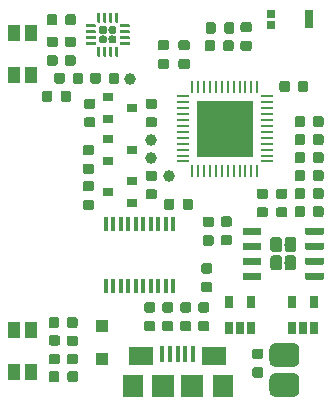
<source format=gbr>
G04 #@! TF.GenerationSoftware,KiCad,Pcbnew,(5.0.1)-3*
G04 #@! TF.CreationDate,2020-01-13T08:35:40-05:00*
G04 #@! TF.ProjectId,SmartWatch,536D61727457617463682E6B69636164,rev?*
G04 #@! TF.SameCoordinates,Original*
G04 #@! TF.FileFunction,Paste,Top*
G04 #@! TF.FilePolarity,Positive*
%FSLAX46Y46*%
G04 Gerber Fmt 4.6, Leading zero omitted, Abs format (unit mm)*
G04 Created by KiCad (PCBNEW (5.0.1)-3) date 1/13/2020 8:35:40 AM*
%MOMM*%
%LPD*%
G01*
G04 APERTURE LIST*
%ADD10C,0.100000*%
%ADD11C,0.875000*%
%ADD12C,1.000000*%
%ADD13R,1.100000X1.100000*%
%ADD14C,0.970000*%
%ADD15C,0.600000*%
%ADD16R,0.400000X1.200000*%
%ADD17R,0.900000X0.800000*%
%ADD18R,0.650000X1.060000*%
%ADD19R,0.400000X1.350000*%
%ADD20R,2.100000X1.600000*%
%ADD21R,1.800000X1.900000*%
%ADD22R,1.900000X1.900000*%
%ADD23R,0.800000X0.650000*%
%ADD24R,0.800000X1.600000*%
%ADD25C,2.000000*%
%ADD26R,4.800000X4.800000*%
%ADD27R,1.000000X0.280000*%
%ADD28R,0.280000X1.000000*%
%ADD29C,0.250000*%
%ADD30C,0.640000*%
%ADD31R,1.050000X1.400000*%
G04 APERTURE END LIST*
D10*
G04 #@! TO.C,ESP1*
G36*
X173247000Y-68195000D02*
X173247000Y-70105000D01*
X171337000Y-70105000D01*
X171337000Y-68195000D01*
X173247000Y-68195000D01*
G37*
G36*
X173247000Y-65495000D02*
X173247000Y-67405000D01*
X171337000Y-67405000D01*
X171337000Y-65495000D01*
X173247000Y-65495000D01*
G37*
G36*
X170547000Y-65495000D02*
X170547000Y-67405000D01*
X168637000Y-67405000D01*
X168637000Y-65495000D01*
X170547000Y-65495000D01*
G37*
G36*
X170547000Y-68195000D02*
X170547000Y-70105000D01*
X168637000Y-70105000D01*
X168637000Y-68195000D01*
X170547000Y-68195000D01*
G37*
G04 #@! TD*
G04 #@! TO.C,C7*
G36*
X156614691Y-59990053D02*
X156635926Y-59993203D01*
X156656750Y-59998419D01*
X156676962Y-60005651D01*
X156696368Y-60014830D01*
X156714781Y-60025866D01*
X156732024Y-60038654D01*
X156747930Y-60053070D01*
X156762346Y-60068976D01*
X156775134Y-60086219D01*
X156786170Y-60104632D01*
X156795349Y-60124038D01*
X156802581Y-60144250D01*
X156807797Y-60165074D01*
X156810947Y-60186309D01*
X156812000Y-60207750D01*
X156812000Y-60645250D01*
X156810947Y-60666691D01*
X156807797Y-60687926D01*
X156802581Y-60708750D01*
X156795349Y-60728962D01*
X156786170Y-60748368D01*
X156775134Y-60766781D01*
X156762346Y-60784024D01*
X156747930Y-60799930D01*
X156732024Y-60814346D01*
X156714781Y-60827134D01*
X156696368Y-60838170D01*
X156676962Y-60847349D01*
X156656750Y-60854581D01*
X156635926Y-60859797D01*
X156614691Y-60862947D01*
X156593250Y-60864000D01*
X156080750Y-60864000D01*
X156059309Y-60862947D01*
X156038074Y-60859797D01*
X156017250Y-60854581D01*
X155997038Y-60847349D01*
X155977632Y-60838170D01*
X155959219Y-60827134D01*
X155941976Y-60814346D01*
X155926070Y-60799930D01*
X155911654Y-60784024D01*
X155898866Y-60766781D01*
X155887830Y-60748368D01*
X155878651Y-60728962D01*
X155871419Y-60708750D01*
X155866203Y-60687926D01*
X155863053Y-60666691D01*
X155862000Y-60645250D01*
X155862000Y-60207750D01*
X155863053Y-60186309D01*
X155866203Y-60165074D01*
X155871419Y-60144250D01*
X155878651Y-60124038D01*
X155887830Y-60104632D01*
X155898866Y-60086219D01*
X155911654Y-60068976D01*
X155926070Y-60053070D01*
X155941976Y-60038654D01*
X155959219Y-60025866D01*
X155977632Y-60014830D01*
X155997038Y-60005651D01*
X156017250Y-59998419D01*
X156038074Y-59993203D01*
X156059309Y-59990053D01*
X156080750Y-59989000D01*
X156593250Y-59989000D01*
X156614691Y-59990053D01*
X156614691Y-59990053D01*
G37*
D11*
X156337000Y-60426500D03*
D10*
G36*
X156614691Y-61565053D02*
X156635926Y-61568203D01*
X156656750Y-61573419D01*
X156676962Y-61580651D01*
X156696368Y-61589830D01*
X156714781Y-61600866D01*
X156732024Y-61613654D01*
X156747930Y-61628070D01*
X156762346Y-61643976D01*
X156775134Y-61661219D01*
X156786170Y-61679632D01*
X156795349Y-61699038D01*
X156802581Y-61719250D01*
X156807797Y-61740074D01*
X156810947Y-61761309D01*
X156812000Y-61782750D01*
X156812000Y-62220250D01*
X156810947Y-62241691D01*
X156807797Y-62262926D01*
X156802581Y-62283750D01*
X156795349Y-62303962D01*
X156786170Y-62323368D01*
X156775134Y-62341781D01*
X156762346Y-62359024D01*
X156747930Y-62374930D01*
X156732024Y-62389346D01*
X156714781Y-62402134D01*
X156696368Y-62413170D01*
X156676962Y-62422349D01*
X156656750Y-62429581D01*
X156635926Y-62434797D01*
X156614691Y-62437947D01*
X156593250Y-62439000D01*
X156080750Y-62439000D01*
X156059309Y-62437947D01*
X156038074Y-62434797D01*
X156017250Y-62429581D01*
X155997038Y-62422349D01*
X155977632Y-62413170D01*
X155959219Y-62402134D01*
X155941976Y-62389346D01*
X155926070Y-62374930D01*
X155911654Y-62359024D01*
X155898866Y-62341781D01*
X155887830Y-62323368D01*
X155878651Y-62303962D01*
X155871419Y-62283750D01*
X155866203Y-62262926D01*
X155863053Y-62241691D01*
X155862000Y-62220250D01*
X155862000Y-61782750D01*
X155863053Y-61761309D01*
X155866203Y-61740074D01*
X155871419Y-61719250D01*
X155878651Y-61699038D01*
X155887830Y-61679632D01*
X155898866Y-61661219D01*
X155911654Y-61643976D01*
X155926070Y-61628070D01*
X155941976Y-61613654D01*
X155959219Y-61600866D01*
X155977632Y-61589830D01*
X155997038Y-61580651D01*
X156017250Y-61573419D01*
X156038074Y-61568203D01*
X156059309Y-61565053D01*
X156080750Y-61564000D01*
X156593250Y-61564000D01*
X156614691Y-61565053D01*
X156614691Y-61565053D01*
G37*
D11*
X156337000Y-62001500D03*
G04 #@! TD*
D10*
G04 #@! TO.C,C20*
G36*
X174013691Y-86406053D02*
X174034926Y-86409203D01*
X174055750Y-86414419D01*
X174075962Y-86421651D01*
X174095368Y-86430830D01*
X174113781Y-86441866D01*
X174131024Y-86454654D01*
X174146930Y-86469070D01*
X174161346Y-86484976D01*
X174174134Y-86502219D01*
X174185170Y-86520632D01*
X174194349Y-86540038D01*
X174201581Y-86560250D01*
X174206797Y-86581074D01*
X174209947Y-86602309D01*
X174211000Y-86623750D01*
X174211000Y-87061250D01*
X174209947Y-87082691D01*
X174206797Y-87103926D01*
X174201581Y-87124750D01*
X174194349Y-87144962D01*
X174185170Y-87164368D01*
X174174134Y-87182781D01*
X174161346Y-87200024D01*
X174146930Y-87215930D01*
X174131024Y-87230346D01*
X174113781Y-87243134D01*
X174095368Y-87254170D01*
X174075962Y-87263349D01*
X174055750Y-87270581D01*
X174034926Y-87275797D01*
X174013691Y-87278947D01*
X173992250Y-87280000D01*
X173479750Y-87280000D01*
X173458309Y-87278947D01*
X173437074Y-87275797D01*
X173416250Y-87270581D01*
X173396038Y-87263349D01*
X173376632Y-87254170D01*
X173358219Y-87243134D01*
X173340976Y-87230346D01*
X173325070Y-87215930D01*
X173310654Y-87200024D01*
X173297866Y-87182781D01*
X173286830Y-87164368D01*
X173277651Y-87144962D01*
X173270419Y-87124750D01*
X173265203Y-87103926D01*
X173262053Y-87082691D01*
X173261000Y-87061250D01*
X173261000Y-86623750D01*
X173262053Y-86602309D01*
X173265203Y-86581074D01*
X173270419Y-86560250D01*
X173277651Y-86540038D01*
X173286830Y-86520632D01*
X173297866Y-86502219D01*
X173310654Y-86484976D01*
X173325070Y-86469070D01*
X173340976Y-86454654D01*
X173358219Y-86441866D01*
X173376632Y-86430830D01*
X173396038Y-86421651D01*
X173416250Y-86414419D01*
X173437074Y-86409203D01*
X173458309Y-86406053D01*
X173479750Y-86405000D01*
X173992250Y-86405000D01*
X174013691Y-86406053D01*
X174013691Y-86406053D01*
G37*
D11*
X173736000Y-86842500D03*
D10*
G36*
X174013691Y-87981053D02*
X174034926Y-87984203D01*
X174055750Y-87989419D01*
X174075962Y-87996651D01*
X174095368Y-88005830D01*
X174113781Y-88016866D01*
X174131024Y-88029654D01*
X174146930Y-88044070D01*
X174161346Y-88059976D01*
X174174134Y-88077219D01*
X174185170Y-88095632D01*
X174194349Y-88115038D01*
X174201581Y-88135250D01*
X174206797Y-88156074D01*
X174209947Y-88177309D01*
X174211000Y-88198750D01*
X174211000Y-88636250D01*
X174209947Y-88657691D01*
X174206797Y-88678926D01*
X174201581Y-88699750D01*
X174194349Y-88719962D01*
X174185170Y-88739368D01*
X174174134Y-88757781D01*
X174161346Y-88775024D01*
X174146930Y-88790930D01*
X174131024Y-88805346D01*
X174113781Y-88818134D01*
X174095368Y-88829170D01*
X174075962Y-88838349D01*
X174055750Y-88845581D01*
X174034926Y-88850797D01*
X174013691Y-88853947D01*
X173992250Y-88855000D01*
X173479750Y-88855000D01*
X173458309Y-88853947D01*
X173437074Y-88850797D01*
X173416250Y-88845581D01*
X173396038Y-88838349D01*
X173376632Y-88829170D01*
X173358219Y-88818134D01*
X173340976Y-88805346D01*
X173325070Y-88790930D01*
X173310654Y-88775024D01*
X173297866Y-88757781D01*
X173286830Y-88739368D01*
X173277651Y-88719962D01*
X173270419Y-88699750D01*
X173265203Y-88678926D01*
X173262053Y-88657691D01*
X173261000Y-88636250D01*
X173261000Y-88198750D01*
X173262053Y-88177309D01*
X173265203Y-88156074D01*
X173270419Y-88135250D01*
X173277651Y-88115038D01*
X173286830Y-88095632D01*
X173297866Y-88077219D01*
X173310654Y-88059976D01*
X173325070Y-88044070D01*
X173340976Y-88029654D01*
X173358219Y-88016866D01*
X173376632Y-88005830D01*
X173396038Y-87996651D01*
X173416250Y-87989419D01*
X173437074Y-87984203D01*
X173458309Y-87981053D01*
X173479750Y-87980000D01*
X173992250Y-87980000D01*
X174013691Y-87981053D01*
X174013691Y-87981053D01*
G37*
D11*
X173736000Y-88417500D03*
G04 #@! TD*
D10*
G04 #@! TO.C,C12*
G36*
X169990191Y-58776053D02*
X170011426Y-58779203D01*
X170032250Y-58784419D01*
X170052462Y-58791651D01*
X170071868Y-58800830D01*
X170090281Y-58811866D01*
X170107524Y-58824654D01*
X170123430Y-58839070D01*
X170137846Y-58854976D01*
X170150634Y-58872219D01*
X170161670Y-58890632D01*
X170170849Y-58910038D01*
X170178081Y-58930250D01*
X170183297Y-58951074D01*
X170186447Y-58972309D01*
X170187500Y-58993750D01*
X170187500Y-59506250D01*
X170186447Y-59527691D01*
X170183297Y-59548926D01*
X170178081Y-59569750D01*
X170170849Y-59589962D01*
X170161670Y-59609368D01*
X170150634Y-59627781D01*
X170137846Y-59645024D01*
X170123430Y-59660930D01*
X170107524Y-59675346D01*
X170090281Y-59688134D01*
X170071868Y-59699170D01*
X170052462Y-59708349D01*
X170032250Y-59715581D01*
X170011426Y-59720797D01*
X169990191Y-59723947D01*
X169968750Y-59725000D01*
X169531250Y-59725000D01*
X169509809Y-59723947D01*
X169488574Y-59720797D01*
X169467750Y-59715581D01*
X169447538Y-59708349D01*
X169428132Y-59699170D01*
X169409719Y-59688134D01*
X169392476Y-59675346D01*
X169376570Y-59660930D01*
X169362154Y-59645024D01*
X169349366Y-59627781D01*
X169338330Y-59609368D01*
X169329151Y-59589962D01*
X169321919Y-59569750D01*
X169316703Y-59548926D01*
X169313553Y-59527691D01*
X169312500Y-59506250D01*
X169312500Y-58993750D01*
X169313553Y-58972309D01*
X169316703Y-58951074D01*
X169321919Y-58930250D01*
X169329151Y-58910038D01*
X169338330Y-58890632D01*
X169349366Y-58872219D01*
X169362154Y-58854976D01*
X169376570Y-58839070D01*
X169392476Y-58824654D01*
X169409719Y-58811866D01*
X169428132Y-58800830D01*
X169447538Y-58791651D01*
X169467750Y-58784419D01*
X169488574Y-58779203D01*
X169509809Y-58776053D01*
X169531250Y-58775000D01*
X169968750Y-58775000D01*
X169990191Y-58776053D01*
X169990191Y-58776053D01*
G37*
D11*
X169750000Y-59250000D03*
D10*
G36*
X171565191Y-58776053D02*
X171586426Y-58779203D01*
X171607250Y-58784419D01*
X171627462Y-58791651D01*
X171646868Y-58800830D01*
X171665281Y-58811866D01*
X171682524Y-58824654D01*
X171698430Y-58839070D01*
X171712846Y-58854976D01*
X171725634Y-58872219D01*
X171736670Y-58890632D01*
X171745849Y-58910038D01*
X171753081Y-58930250D01*
X171758297Y-58951074D01*
X171761447Y-58972309D01*
X171762500Y-58993750D01*
X171762500Y-59506250D01*
X171761447Y-59527691D01*
X171758297Y-59548926D01*
X171753081Y-59569750D01*
X171745849Y-59589962D01*
X171736670Y-59609368D01*
X171725634Y-59627781D01*
X171712846Y-59645024D01*
X171698430Y-59660930D01*
X171682524Y-59675346D01*
X171665281Y-59688134D01*
X171646868Y-59699170D01*
X171627462Y-59708349D01*
X171607250Y-59715581D01*
X171586426Y-59720797D01*
X171565191Y-59723947D01*
X171543750Y-59725000D01*
X171106250Y-59725000D01*
X171084809Y-59723947D01*
X171063574Y-59720797D01*
X171042750Y-59715581D01*
X171022538Y-59708349D01*
X171003132Y-59699170D01*
X170984719Y-59688134D01*
X170967476Y-59675346D01*
X170951570Y-59660930D01*
X170937154Y-59645024D01*
X170924366Y-59627781D01*
X170913330Y-59609368D01*
X170904151Y-59589962D01*
X170896919Y-59569750D01*
X170891703Y-59548926D01*
X170888553Y-59527691D01*
X170887500Y-59506250D01*
X170887500Y-58993750D01*
X170888553Y-58972309D01*
X170891703Y-58951074D01*
X170896919Y-58930250D01*
X170904151Y-58910038D01*
X170913330Y-58890632D01*
X170924366Y-58872219D01*
X170937154Y-58854976D01*
X170951570Y-58839070D01*
X170967476Y-58824654D01*
X170984719Y-58811866D01*
X171003132Y-58800830D01*
X171022538Y-58791651D01*
X171042750Y-58784419D01*
X171063574Y-58779203D01*
X171084809Y-58776053D01*
X171106250Y-58775000D01*
X171543750Y-58775000D01*
X171565191Y-58776053D01*
X171565191Y-58776053D01*
G37*
D11*
X171325000Y-59250000D03*
G04 #@! TD*
D12*
G04 #@! TO.C,J6*
X162900000Y-63600000D03*
G04 #@! TD*
G04 #@! TO.C,J5*
X164719000Y-68707000D03*
G04 #@! TD*
G04 #@! TO.C,J4*
X164719000Y-70231000D03*
G04 #@! TD*
G04 #@! TO.C,J3*
X166243000Y-71755000D03*
G04 #@! TD*
D10*
G04 #@! TO.C,R16*
G36*
X159677691Y-73782553D02*
X159698926Y-73785703D01*
X159719750Y-73790919D01*
X159739962Y-73798151D01*
X159759368Y-73807330D01*
X159777781Y-73818366D01*
X159795024Y-73831154D01*
X159810930Y-73845570D01*
X159825346Y-73861476D01*
X159838134Y-73878719D01*
X159849170Y-73897132D01*
X159858349Y-73916538D01*
X159865581Y-73936750D01*
X159870797Y-73957574D01*
X159873947Y-73978809D01*
X159875000Y-74000250D01*
X159875000Y-74437750D01*
X159873947Y-74459191D01*
X159870797Y-74480426D01*
X159865581Y-74501250D01*
X159858349Y-74521462D01*
X159849170Y-74540868D01*
X159838134Y-74559281D01*
X159825346Y-74576524D01*
X159810930Y-74592430D01*
X159795024Y-74606846D01*
X159777781Y-74619634D01*
X159759368Y-74630670D01*
X159739962Y-74639849D01*
X159719750Y-74647081D01*
X159698926Y-74652297D01*
X159677691Y-74655447D01*
X159656250Y-74656500D01*
X159143750Y-74656500D01*
X159122309Y-74655447D01*
X159101074Y-74652297D01*
X159080250Y-74647081D01*
X159060038Y-74639849D01*
X159040632Y-74630670D01*
X159022219Y-74619634D01*
X159004976Y-74606846D01*
X158989070Y-74592430D01*
X158974654Y-74576524D01*
X158961866Y-74559281D01*
X158950830Y-74540868D01*
X158941651Y-74521462D01*
X158934419Y-74501250D01*
X158929203Y-74480426D01*
X158926053Y-74459191D01*
X158925000Y-74437750D01*
X158925000Y-74000250D01*
X158926053Y-73978809D01*
X158929203Y-73957574D01*
X158934419Y-73936750D01*
X158941651Y-73916538D01*
X158950830Y-73897132D01*
X158961866Y-73878719D01*
X158974654Y-73861476D01*
X158989070Y-73845570D01*
X159004976Y-73831154D01*
X159022219Y-73818366D01*
X159040632Y-73807330D01*
X159060038Y-73798151D01*
X159080250Y-73790919D01*
X159101074Y-73785703D01*
X159122309Y-73782553D01*
X159143750Y-73781500D01*
X159656250Y-73781500D01*
X159677691Y-73782553D01*
X159677691Y-73782553D01*
G37*
D11*
X159400000Y-74219000D03*
D10*
G36*
X159677691Y-72207553D02*
X159698926Y-72210703D01*
X159719750Y-72215919D01*
X159739962Y-72223151D01*
X159759368Y-72232330D01*
X159777781Y-72243366D01*
X159795024Y-72256154D01*
X159810930Y-72270570D01*
X159825346Y-72286476D01*
X159838134Y-72303719D01*
X159849170Y-72322132D01*
X159858349Y-72341538D01*
X159865581Y-72361750D01*
X159870797Y-72382574D01*
X159873947Y-72403809D01*
X159875000Y-72425250D01*
X159875000Y-72862750D01*
X159873947Y-72884191D01*
X159870797Y-72905426D01*
X159865581Y-72926250D01*
X159858349Y-72946462D01*
X159849170Y-72965868D01*
X159838134Y-72984281D01*
X159825346Y-73001524D01*
X159810930Y-73017430D01*
X159795024Y-73031846D01*
X159777781Y-73044634D01*
X159759368Y-73055670D01*
X159739962Y-73064849D01*
X159719750Y-73072081D01*
X159698926Y-73077297D01*
X159677691Y-73080447D01*
X159656250Y-73081500D01*
X159143750Y-73081500D01*
X159122309Y-73080447D01*
X159101074Y-73077297D01*
X159080250Y-73072081D01*
X159060038Y-73064849D01*
X159040632Y-73055670D01*
X159022219Y-73044634D01*
X159004976Y-73031846D01*
X158989070Y-73017430D01*
X158974654Y-73001524D01*
X158961866Y-72984281D01*
X158950830Y-72965868D01*
X158941651Y-72946462D01*
X158934419Y-72926250D01*
X158929203Y-72905426D01*
X158926053Y-72884191D01*
X158925000Y-72862750D01*
X158925000Y-72425250D01*
X158926053Y-72403809D01*
X158929203Y-72382574D01*
X158934419Y-72361750D01*
X158941651Y-72341538D01*
X158950830Y-72322132D01*
X158961866Y-72303719D01*
X158974654Y-72286476D01*
X158989070Y-72270570D01*
X159004976Y-72256154D01*
X159022219Y-72243366D01*
X159040632Y-72232330D01*
X159060038Y-72223151D01*
X159080250Y-72215919D01*
X159101074Y-72210703D01*
X159122309Y-72207553D01*
X159143750Y-72206500D01*
X159656250Y-72206500D01*
X159677691Y-72207553D01*
X159677691Y-72207553D01*
G37*
D11*
X159400000Y-72644000D03*
G04 #@! TD*
D10*
G04 #@! TO.C,C19*
G36*
X177532191Y-68233053D02*
X177553426Y-68236203D01*
X177574250Y-68241419D01*
X177594462Y-68248651D01*
X177613868Y-68257830D01*
X177632281Y-68268866D01*
X177649524Y-68281654D01*
X177665430Y-68296070D01*
X177679846Y-68311976D01*
X177692634Y-68329219D01*
X177703670Y-68347632D01*
X177712849Y-68367038D01*
X177720081Y-68387250D01*
X177725297Y-68408074D01*
X177728447Y-68429309D01*
X177729500Y-68450750D01*
X177729500Y-68963250D01*
X177728447Y-68984691D01*
X177725297Y-69005926D01*
X177720081Y-69026750D01*
X177712849Y-69046962D01*
X177703670Y-69066368D01*
X177692634Y-69084781D01*
X177679846Y-69102024D01*
X177665430Y-69117930D01*
X177649524Y-69132346D01*
X177632281Y-69145134D01*
X177613868Y-69156170D01*
X177594462Y-69165349D01*
X177574250Y-69172581D01*
X177553426Y-69177797D01*
X177532191Y-69180947D01*
X177510750Y-69182000D01*
X177073250Y-69182000D01*
X177051809Y-69180947D01*
X177030574Y-69177797D01*
X177009750Y-69172581D01*
X176989538Y-69165349D01*
X176970132Y-69156170D01*
X176951719Y-69145134D01*
X176934476Y-69132346D01*
X176918570Y-69117930D01*
X176904154Y-69102024D01*
X176891366Y-69084781D01*
X176880330Y-69066368D01*
X176871151Y-69046962D01*
X176863919Y-69026750D01*
X176858703Y-69005926D01*
X176855553Y-68984691D01*
X176854500Y-68963250D01*
X176854500Y-68450750D01*
X176855553Y-68429309D01*
X176858703Y-68408074D01*
X176863919Y-68387250D01*
X176871151Y-68367038D01*
X176880330Y-68347632D01*
X176891366Y-68329219D01*
X176904154Y-68311976D01*
X176918570Y-68296070D01*
X176934476Y-68281654D01*
X176951719Y-68268866D01*
X176970132Y-68257830D01*
X176989538Y-68248651D01*
X177009750Y-68241419D01*
X177030574Y-68236203D01*
X177051809Y-68233053D01*
X177073250Y-68232000D01*
X177510750Y-68232000D01*
X177532191Y-68233053D01*
X177532191Y-68233053D01*
G37*
D11*
X177292000Y-68707000D03*
D10*
G36*
X179107191Y-68233053D02*
X179128426Y-68236203D01*
X179149250Y-68241419D01*
X179169462Y-68248651D01*
X179188868Y-68257830D01*
X179207281Y-68268866D01*
X179224524Y-68281654D01*
X179240430Y-68296070D01*
X179254846Y-68311976D01*
X179267634Y-68329219D01*
X179278670Y-68347632D01*
X179287849Y-68367038D01*
X179295081Y-68387250D01*
X179300297Y-68408074D01*
X179303447Y-68429309D01*
X179304500Y-68450750D01*
X179304500Y-68963250D01*
X179303447Y-68984691D01*
X179300297Y-69005926D01*
X179295081Y-69026750D01*
X179287849Y-69046962D01*
X179278670Y-69066368D01*
X179267634Y-69084781D01*
X179254846Y-69102024D01*
X179240430Y-69117930D01*
X179224524Y-69132346D01*
X179207281Y-69145134D01*
X179188868Y-69156170D01*
X179169462Y-69165349D01*
X179149250Y-69172581D01*
X179128426Y-69177797D01*
X179107191Y-69180947D01*
X179085750Y-69182000D01*
X178648250Y-69182000D01*
X178626809Y-69180947D01*
X178605574Y-69177797D01*
X178584750Y-69172581D01*
X178564538Y-69165349D01*
X178545132Y-69156170D01*
X178526719Y-69145134D01*
X178509476Y-69132346D01*
X178493570Y-69117930D01*
X178479154Y-69102024D01*
X178466366Y-69084781D01*
X178455330Y-69066368D01*
X178446151Y-69046962D01*
X178438919Y-69026750D01*
X178433703Y-69005926D01*
X178430553Y-68984691D01*
X178429500Y-68963250D01*
X178429500Y-68450750D01*
X178430553Y-68429309D01*
X178433703Y-68408074D01*
X178438919Y-68387250D01*
X178446151Y-68367038D01*
X178455330Y-68347632D01*
X178466366Y-68329219D01*
X178479154Y-68311976D01*
X178493570Y-68296070D01*
X178509476Y-68281654D01*
X178526719Y-68268866D01*
X178545132Y-68257830D01*
X178564538Y-68248651D01*
X178584750Y-68241419D01*
X178605574Y-68236203D01*
X178626809Y-68233053D01*
X178648250Y-68232000D01*
X179085750Y-68232000D01*
X179107191Y-68233053D01*
X179107191Y-68233053D01*
G37*
D11*
X178867000Y-68707000D03*
G04 #@! TD*
D10*
G04 #@! TO.C,C18*
G36*
X179107191Y-66709053D02*
X179128426Y-66712203D01*
X179149250Y-66717419D01*
X179169462Y-66724651D01*
X179188868Y-66733830D01*
X179207281Y-66744866D01*
X179224524Y-66757654D01*
X179240430Y-66772070D01*
X179254846Y-66787976D01*
X179267634Y-66805219D01*
X179278670Y-66823632D01*
X179287849Y-66843038D01*
X179295081Y-66863250D01*
X179300297Y-66884074D01*
X179303447Y-66905309D01*
X179304500Y-66926750D01*
X179304500Y-67439250D01*
X179303447Y-67460691D01*
X179300297Y-67481926D01*
X179295081Y-67502750D01*
X179287849Y-67522962D01*
X179278670Y-67542368D01*
X179267634Y-67560781D01*
X179254846Y-67578024D01*
X179240430Y-67593930D01*
X179224524Y-67608346D01*
X179207281Y-67621134D01*
X179188868Y-67632170D01*
X179169462Y-67641349D01*
X179149250Y-67648581D01*
X179128426Y-67653797D01*
X179107191Y-67656947D01*
X179085750Y-67658000D01*
X178648250Y-67658000D01*
X178626809Y-67656947D01*
X178605574Y-67653797D01*
X178584750Y-67648581D01*
X178564538Y-67641349D01*
X178545132Y-67632170D01*
X178526719Y-67621134D01*
X178509476Y-67608346D01*
X178493570Y-67593930D01*
X178479154Y-67578024D01*
X178466366Y-67560781D01*
X178455330Y-67542368D01*
X178446151Y-67522962D01*
X178438919Y-67502750D01*
X178433703Y-67481926D01*
X178430553Y-67460691D01*
X178429500Y-67439250D01*
X178429500Y-66926750D01*
X178430553Y-66905309D01*
X178433703Y-66884074D01*
X178438919Y-66863250D01*
X178446151Y-66843038D01*
X178455330Y-66823632D01*
X178466366Y-66805219D01*
X178479154Y-66787976D01*
X178493570Y-66772070D01*
X178509476Y-66757654D01*
X178526719Y-66744866D01*
X178545132Y-66733830D01*
X178564538Y-66724651D01*
X178584750Y-66717419D01*
X178605574Y-66712203D01*
X178626809Y-66709053D01*
X178648250Y-66708000D01*
X179085750Y-66708000D01*
X179107191Y-66709053D01*
X179107191Y-66709053D01*
G37*
D11*
X178867000Y-67183000D03*
D10*
G36*
X177532191Y-66709053D02*
X177553426Y-66712203D01*
X177574250Y-66717419D01*
X177594462Y-66724651D01*
X177613868Y-66733830D01*
X177632281Y-66744866D01*
X177649524Y-66757654D01*
X177665430Y-66772070D01*
X177679846Y-66787976D01*
X177692634Y-66805219D01*
X177703670Y-66823632D01*
X177712849Y-66843038D01*
X177720081Y-66863250D01*
X177725297Y-66884074D01*
X177728447Y-66905309D01*
X177729500Y-66926750D01*
X177729500Y-67439250D01*
X177728447Y-67460691D01*
X177725297Y-67481926D01*
X177720081Y-67502750D01*
X177712849Y-67522962D01*
X177703670Y-67542368D01*
X177692634Y-67560781D01*
X177679846Y-67578024D01*
X177665430Y-67593930D01*
X177649524Y-67608346D01*
X177632281Y-67621134D01*
X177613868Y-67632170D01*
X177594462Y-67641349D01*
X177574250Y-67648581D01*
X177553426Y-67653797D01*
X177532191Y-67656947D01*
X177510750Y-67658000D01*
X177073250Y-67658000D01*
X177051809Y-67656947D01*
X177030574Y-67653797D01*
X177009750Y-67648581D01*
X176989538Y-67641349D01*
X176970132Y-67632170D01*
X176951719Y-67621134D01*
X176934476Y-67608346D01*
X176918570Y-67593930D01*
X176904154Y-67578024D01*
X176891366Y-67560781D01*
X176880330Y-67542368D01*
X176871151Y-67522962D01*
X176863919Y-67502750D01*
X176858703Y-67481926D01*
X176855553Y-67460691D01*
X176854500Y-67439250D01*
X176854500Y-66926750D01*
X176855553Y-66905309D01*
X176858703Y-66884074D01*
X176863919Y-66863250D01*
X176871151Y-66843038D01*
X176880330Y-66823632D01*
X176891366Y-66805219D01*
X176904154Y-66787976D01*
X176918570Y-66772070D01*
X176934476Y-66757654D01*
X176951719Y-66744866D01*
X176970132Y-66733830D01*
X176989538Y-66724651D01*
X177009750Y-66717419D01*
X177030574Y-66712203D01*
X177051809Y-66709053D01*
X177073250Y-66708000D01*
X177510750Y-66708000D01*
X177532191Y-66709053D01*
X177532191Y-66709053D01*
G37*
D11*
X177292000Y-67183000D03*
G04 #@! TD*
D10*
G04 #@! TO.C,C17*
G36*
X164996691Y-66797553D02*
X165017926Y-66800703D01*
X165038750Y-66805919D01*
X165058962Y-66813151D01*
X165078368Y-66822330D01*
X165096781Y-66833366D01*
X165114024Y-66846154D01*
X165129930Y-66860570D01*
X165144346Y-66876476D01*
X165157134Y-66893719D01*
X165168170Y-66912132D01*
X165177349Y-66931538D01*
X165184581Y-66951750D01*
X165189797Y-66972574D01*
X165192947Y-66993809D01*
X165194000Y-67015250D01*
X165194000Y-67452750D01*
X165192947Y-67474191D01*
X165189797Y-67495426D01*
X165184581Y-67516250D01*
X165177349Y-67536462D01*
X165168170Y-67555868D01*
X165157134Y-67574281D01*
X165144346Y-67591524D01*
X165129930Y-67607430D01*
X165114024Y-67621846D01*
X165096781Y-67634634D01*
X165078368Y-67645670D01*
X165058962Y-67654849D01*
X165038750Y-67662081D01*
X165017926Y-67667297D01*
X164996691Y-67670447D01*
X164975250Y-67671500D01*
X164462750Y-67671500D01*
X164441309Y-67670447D01*
X164420074Y-67667297D01*
X164399250Y-67662081D01*
X164379038Y-67654849D01*
X164359632Y-67645670D01*
X164341219Y-67634634D01*
X164323976Y-67621846D01*
X164308070Y-67607430D01*
X164293654Y-67591524D01*
X164280866Y-67574281D01*
X164269830Y-67555868D01*
X164260651Y-67536462D01*
X164253419Y-67516250D01*
X164248203Y-67495426D01*
X164245053Y-67474191D01*
X164244000Y-67452750D01*
X164244000Y-67015250D01*
X164245053Y-66993809D01*
X164248203Y-66972574D01*
X164253419Y-66951750D01*
X164260651Y-66931538D01*
X164269830Y-66912132D01*
X164280866Y-66893719D01*
X164293654Y-66876476D01*
X164308070Y-66860570D01*
X164323976Y-66846154D01*
X164341219Y-66833366D01*
X164359632Y-66822330D01*
X164379038Y-66813151D01*
X164399250Y-66805919D01*
X164420074Y-66800703D01*
X164441309Y-66797553D01*
X164462750Y-66796500D01*
X164975250Y-66796500D01*
X164996691Y-66797553D01*
X164996691Y-66797553D01*
G37*
D11*
X164719000Y-67234000D03*
D10*
G36*
X164996691Y-65222553D02*
X165017926Y-65225703D01*
X165038750Y-65230919D01*
X165058962Y-65238151D01*
X165078368Y-65247330D01*
X165096781Y-65258366D01*
X165114024Y-65271154D01*
X165129930Y-65285570D01*
X165144346Y-65301476D01*
X165157134Y-65318719D01*
X165168170Y-65337132D01*
X165177349Y-65356538D01*
X165184581Y-65376750D01*
X165189797Y-65397574D01*
X165192947Y-65418809D01*
X165194000Y-65440250D01*
X165194000Y-65877750D01*
X165192947Y-65899191D01*
X165189797Y-65920426D01*
X165184581Y-65941250D01*
X165177349Y-65961462D01*
X165168170Y-65980868D01*
X165157134Y-65999281D01*
X165144346Y-66016524D01*
X165129930Y-66032430D01*
X165114024Y-66046846D01*
X165096781Y-66059634D01*
X165078368Y-66070670D01*
X165058962Y-66079849D01*
X165038750Y-66087081D01*
X165017926Y-66092297D01*
X164996691Y-66095447D01*
X164975250Y-66096500D01*
X164462750Y-66096500D01*
X164441309Y-66095447D01*
X164420074Y-66092297D01*
X164399250Y-66087081D01*
X164379038Y-66079849D01*
X164359632Y-66070670D01*
X164341219Y-66059634D01*
X164323976Y-66046846D01*
X164308070Y-66032430D01*
X164293654Y-66016524D01*
X164280866Y-65999281D01*
X164269830Y-65980868D01*
X164260651Y-65961462D01*
X164253419Y-65941250D01*
X164248203Y-65920426D01*
X164245053Y-65899191D01*
X164244000Y-65877750D01*
X164244000Y-65440250D01*
X164245053Y-65418809D01*
X164248203Y-65397574D01*
X164253419Y-65376750D01*
X164260651Y-65356538D01*
X164269830Y-65337132D01*
X164280866Y-65318719D01*
X164293654Y-65301476D01*
X164308070Y-65285570D01*
X164323976Y-65271154D01*
X164341219Y-65258366D01*
X164359632Y-65247330D01*
X164379038Y-65238151D01*
X164399250Y-65230919D01*
X164420074Y-65225703D01*
X164441309Y-65222553D01*
X164462750Y-65221500D01*
X164975250Y-65221500D01*
X164996691Y-65222553D01*
X164996691Y-65222553D01*
G37*
D11*
X164719000Y-65659000D03*
G04 #@! TD*
D10*
G04 #@! TO.C,C16*
G36*
X156551691Y-58073053D02*
X156572926Y-58076203D01*
X156593750Y-58081419D01*
X156613962Y-58088651D01*
X156633368Y-58097830D01*
X156651781Y-58108866D01*
X156669024Y-58121654D01*
X156684930Y-58136070D01*
X156699346Y-58151976D01*
X156712134Y-58169219D01*
X156723170Y-58187632D01*
X156732349Y-58207038D01*
X156739581Y-58227250D01*
X156744797Y-58248074D01*
X156747947Y-58269309D01*
X156749000Y-58290750D01*
X156749000Y-58803250D01*
X156747947Y-58824691D01*
X156744797Y-58845926D01*
X156739581Y-58866750D01*
X156732349Y-58886962D01*
X156723170Y-58906368D01*
X156712134Y-58924781D01*
X156699346Y-58942024D01*
X156684930Y-58957930D01*
X156669024Y-58972346D01*
X156651781Y-58985134D01*
X156633368Y-58996170D01*
X156613962Y-59005349D01*
X156593750Y-59012581D01*
X156572926Y-59017797D01*
X156551691Y-59020947D01*
X156530250Y-59022000D01*
X156092750Y-59022000D01*
X156071309Y-59020947D01*
X156050074Y-59017797D01*
X156029250Y-59012581D01*
X156009038Y-59005349D01*
X155989632Y-58996170D01*
X155971219Y-58985134D01*
X155953976Y-58972346D01*
X155938070Y-58957930D01*
X155923654Y-58942024D01*
X155910866Y-58924781D01*
X155899830Y-58906368D01*
X155890651Y-58886962D01*
X155883419Y-58866750D01*
X155878203Y-58845926D01*
X155875053Y-58824691D01*
X155874000Y-58803250D01*
X155874000Y-58290750D01*
X155875053Y-58269309D01*
X155878203Y-58248074D01*
X155883419Y-58227250D01*
X155890651Y-58207038D01*
X155899830Y-58187632D01*
X155910866Y-58169219D01*
X155923654Y-58151976D01*
X155938070Y-58136070D01*
X155953976Y-58121654D01*
X155971219Y-58108866D01*
X155989632Y-58097830D01*
X156009038Y-58088651D01*
X156029250Y-58081419D01*
X156050074Y-58076203D01*
X156071309Y-58073053D01*
X156092750Y-58072000D01*
X156530250Y-58072000D01*
X156551691Y-58073053D01*
X156551691Y-58073053D01*
G37*
D11*
X156311500Y-58547000D03*
D10*
G36*
X158126691Y-58073053D02*
X158147926Y-58076203D01*
X158168750Y-58081419D01*
X158188962Y-58088651D01*
X158208368Y-58097830D01*
X158226781Y-58108866D01*
X158244024Y-58121654D01*
X158259930Y-58136070D01*
X158274346Y-58151976D01*
X158287134Y-58169219D01*
X158298170Y-58187632D01*
X158307349Y-58207038D01*
X158314581Y-58227250D01*
X158319797Y-58248074D01*
X158322947Y-58269309D01*
X158324000Y-58290750D01*
X158324000Y-58803250D01*
X158322947Y-58824691D01*
X158319797Y-58845926D01*
X158314581Y-58866750D01*
X158307349Y-58886962D01*
X158298170Y-58906368D01*
X158287134Y-58924781D01*
X158274346Y-58942024D01*
X158259930Y-58957930D01*
X158244024Y-58972346D01*
X158226781Y-58985134D01*
X158208368Y-58996170D01*
X158188962Y-59005349D01*
X158168750Y-59012581D01*
X158147926Y-59017797D01*
X158126691Y-59020947D01*
X158105250Y-59022000D01*
X157667750Y-59022000D01*
X157646309Y-59020947D01*
X157625074Y-59017797D01*
X157604250Y-59012581D01*
X157584038Y-59005349D01*
X157564632Y-58996170D01*
X157546219Y-58985134D01*
X157528976Y-58972346D01*
X157513070Y-58957930D01*
X157498654Y-58942024D01*
X157485866Y-58924781D01*
X157474830Y-58906368D01*
X157465651Y-58886962D01*
X157458419Y-58866750D01*
X157453203Y-58845926D01*
X157450053Y-58824691D01*
X157449000Y-58803250D01*
X157449000Y-58290750D01*
X157450053Y-58269309D01*
X157453203Y-58248074D01*
X157458419Y-58227250D01*
X157465651Y-58207038D01*
X157474830Y-58187632D01*
X157485866Y-58169219D01*
X157498654Y-58151976D01*
X157513070Y-58136070D01*
X157528976Y-58121654D01*
X157546219Y-58108866D01*
X157564632Y-58097830D01*
X157584038Y-58088651D01*
X157604250Y-58081419D01*
X157625074Y-58076203D01*
X157646309Y-58073053D01*
X157667750Y-58072000D01*
X158105250Y-58072000D01*
X158126691Y-58073053D01*
X158126691Y-58073053D01*
G37*
D11*
X157886500Y-58547000D03*
G04 #@! TD*
D10*
G04 #@! TO.C,C15*
G36*
X158138691Y-61565053D02*
X158159926Y-61568203D01*
X158180750Y-61573419D01*
X158200962Y-61580651D01*
X158220368Y-61589830D01*
X158238781Y-61600866D01*
X158256024Y-61613654D01*
X158271930Y-61628070D01*
X158286346Y-61643976D01*
X158299134Y-61661219D01*
X158310170Y-61679632D01*
X158319349Y-61699038D01*
X158326581Y-61719250D01*
X158331797Y-61740074D01*
X158334947Y-61761309D01*
X158336000Y-61782750D01*
X158336000Y-62220250D01*
X158334947Y-62241691D01*
X158331797Y-62262926D01*
X158326581Y-62283750D01*
X158319349Y-62303962D01*
X158310170Y-62323368D01*
X158299134Y-62341781D01*
X158286346Y-62359024D01*
X158271930Y-62374930D01*
X158256024Y-62389346D01*
X158238781Y-62402134D01*
X158220368Y-62413170D01*
X158200962Y-62422349D01*
X158180750Y-62429581D01*
X158159926Y-62434797D01*
X158138691Y-62437947D01*
X158117250Y-62439000D01*
X157604750Y-62439000D01*
X157583309Y-62437947D01*
X157562074Y-62434797D01*
X157541250Y-62429581D01*
X157521038Y-62422349D01*
X157501632Y-62413170D01*
X157483219Y-62402134D01*
X157465976Y-62389346D01*
X157450070Y-62374930D01*
X157435654Y-62359024D01*
X157422866Y-62341781D01*
X157411830Y-62323368D01*
X157402651Y-62303962D01*
X157395419Y-62283750D01*
X157390203Y-62262926D01*
X157387053Y-62241691D01*
X157386000Y-62220250D01*
X157386000Y-61782750D01*
X157387053Y-61761309D01*
X157390203Y-61740074D01*
X157395419Y-61719250D01*
X157402651Y-61699038D01*
X157411830Y-61679632D01*
X157422866Y-61661219D01*
X157435654Y-61643976D01*
X157450070Y-61628070D01*
X157465976Y-61613654D01*
X157483219Y-61600866D01*
X157501632Y-61589830D01*
X157521038Y-61580651D01*
X157541250Y-61573419D01*
X157562074Y-61568203D01*
X157583309Y-61565053D01*
X157604750Y-61564000D01*
X158117250Y-61564000D01*
X158138691Y-61565053D01*
X158138691Y-61565053D01*
G37*
D11*
X157861000Y-62001500D03*
D10*
G36*
X158138691Y-59990053D02*
X158159926Y-59993203D01*
X158180750Y-59998419D01*
X158200962Y-60005651D01*
X158220368Y-60014830D01*
X158238781Y-60025866D01*
X158256024Y-60038654D01*
X158271930Y-60053070D01*
X158286346Y-60068976D01*
X158299134Y-60086219D01*
X158310170Y-60104632D01*
X158319349Y-60124038D01*
X158326581Y-60144250D01*
X158331797Y-60165074D01*
X158334947Y-60186309D01*
X158336000Y-60207750D01*
X158336000Y-60645250D01*
X158334947Y-60666691D01*
X158331797Y-60687926D01*
X158326581Y-60708750D01*
X158319349Y-60728962D01*
X158310170Y-60748368D01*
X158299134Y-60766781D01*
X158286346Y-60784024D01*
X158271930Y-60799930D01*
X158256024Y-60814346D01*
X158238781Y-60827134D01*
X158220368Y-60838170D01*
X158200962Y-60847349D01*
X158180750Y-60854581D01*
X158159926Y-60859797D01*
X158138691Y-60862947D01*
X158117250Y-60864000D01*
X157604750Y-60864000D01*
X157583309Y-60862947D01*
X157562074Y-60859797D01*
X157541250Y-60854581D01*
X157521038Y-60847349D01*
X157501632Y-60838170D01*
X157483219Y-60827134D01*
X157465976Y-60814346D01*
X157450070Y-60799930D01*
X157435654Y-60784024D01*
X157422866Y-60766781D01*
X157411830Y-60748368D01*
X157402651Y-60728962D01*
X157395419Y-60708750D01*
X157390203Y-60687926D01*
X157387053Y-60666691D01*
X157386000Y-60645250D01*
X157386000Y-60207750D01*
X157387053Y-60186309D01*
X157390203Y-60165074D01*
X157395419Y-60144250D01*
X157402651Y-60124038D01*
X157411830Y-60104632D01*
X157422866Y-60086219D01*
X157435654Y-60068976D01*
X157450070Y-60053070D01*
X157465976Y-60038654D01*
X157483219Y-60025866D01*
X157501632Y-60014830D01*
X157521038Y-60005651D01*
X157541250Y-59998419D01*
X157562074Y-59993203D01*
X157583309Y-59990053D01*
X157604750Y-59989000D01*
X158117250Y-59989000D01*
X158138691Y-59990053D01*
X158138691Y-59990053D01*
G37*
D11*
X157861000Y-60426500D03*
G04 #@! TD*
D10*
G04 #@! TO.C,C14*
G36*
X169441691Y-82469053D02*
X169462926Y-82472203D01*
X169483750Y-82477419D01*
X169503962Y-82484651D01*
X169523368Y-82493830D01*
X169541781Y-82504866D01*
X169559024Y-82517654D01*
X169574930Y-82532070D01*
X169589346Y-82547976D01*
X169602134Y-82565219D01*
X169613170Y-82583632D01*
X169622349Y-82603038D01*
X169629581Y-82623250D01*
X169634797Y-82644074D01*
X169637947Y-82665309D01*
X169639000Y-82686750D01*
X169639000Y-83124250D01*
X169637947Y-83145691D01*
X169634797Y-83166926D01*
X169629581Y-83187750D01*
X169622349Y-83207962D01*
X169613170Y-83227368D01*
X169602134Y-83245781D01*
X169589346Y-83263024D01*
X169574930Y-83278930D01*
X169559024Y-83293346D01*
X169541781Y-83306134D01*
X169523368Y-83317170D01*
X169503962Y-83326349D01*
X169483750Y-83333581D01*
X169462926Y-83338797D01*
X169441691Y-83341947D01*
X169420250Y-83343000D01*
X168907750Y-83343000D01*
X168886309Y-83341947D01*
X168865074Y-83338797D01*
X168844250Y-83333581D01*
X168824038Y-83326349D01*
X168804632Y-83317170D01*
X168786219Y-83306134D01*
X168768976Y-83293346D01*
X168753070Y-83278930D01*
X168738654Y-83263024D01*
X168725866Y-83245781D01*
X168714830Y-83227368D01*
X168705651Y-83207962D01*
X168698419Y-83187750D01*
X168693203Y-83166926D01*
X168690053Y-83145691D01*
X168689000Y-83124250D01*
X168689000Y-82686750D01*
X168690053Y-82665309D01*
X168693203Y-82644074D01*
X168698419Y-82623250D01*
X168705651Y-82603038D01*
X168714830Y-82583632D01*
X168725866Y-82565219D01*
X168738654Y-82547976D01*
X168753070Y-82532070D01*
X168768976Y-82517654D01*
X168786219Y-82504866D01*
X168804632Y-82493830D01*
X168824038Y-82484651D01*
X168844250Y-82477419D01*
X168865074Y-82472203D01*
X168886309Y-82469053D01*
X168907750Y-82468000D01*
X169420250Y-82468000D01*
X169441691Y-82469053D01*
X169441691Y-82469053D01*
G37*
D11*
X169164000Y-82905500D03*
D10*
G36*
X169441691Y-84044053D02*
X169462926Y-84047203D01*
X169483750Y-84052419D01*
X169503962Y-84059651D01*
X169523368Y-84068830D01*
X169541781Y-84079866D01*
X169559024Y-84092654D01*
X169574930Y-84107070D01*
X169589346Y-84122976D01*
X169602134Y-84140219D01*
X169613170Y-84158632D01*
X169622349Y-84178038D01*
X169629581Y-84198250D01*
X169634797Y-84219074D01*
X169637947Y-84240309D01*
X169639000Y-84261750D01*
X169639000Y-84699250D01*
X169637947Y-84720691D01*
X169634797Y-84741926D01*
X169629581Y-84762750D01*
X169622349Y-84782962D01*
X169613170Y-84802368D01*
X169602134Y-84820781D01*
X169589346Y-84838024D01*
X169574930Y-84853930D01*
X169559024Y-84868346D01*
X169541781Y-84881134D01*
X169523368Y-84892170D01*
X169503962Y-84901349D01*
X169483750Y-84908581D01*
X169462926Y-84913797D01*
X169441691Y-84916947D01*
X169420250Y-84918000D01*
X168907750Y-84918000D01*
X168886309Y-84916947D01*
X168865074Y-84913797D01*
X168844250Y-84908581D01*
X168824038Y-84901349D01*
X168804632Y-84892170D01*
X168786219Y-84881134D01*
X168768976Y-84868346D01*
X168753070Y-84853930D01*
X168738654Y-84838024D01*
X168725866Y-84820781D01*
X168714830Y-84802368D01*
X168705651Y-84782962D01*
X168698419Y-84762750D01*
X168693203Y-84741926D01*
X168690053Y-84720691D01*
X168689000Y-84699250D01*
X168689000Y-84261750D01*
X168690053Y-84240309D01*
X168693203Y-84219074D01*
X168698419Y-84198250D01*
X168705651Y-84178038D01*
X168714830Y-84158632D01*
X168725866Y-84140219D01*
X168738654Y-84122976D01*
X168753070Y-84107070D01*
X168768976Y-84092654D01*
X168786219Y-84079866D01*
X168804632Y-84068830D01*
X168824038Y-84059651D01*
X168844250Y-84052419D01*
X168865074Y-84047203D01*
X168886309Y-84044053D01*
X168907750Y-84043000D01*
X169420250Y-84043000D01*
X169441691Y-84044053D01*
X169441691Y-84044053D01*
G37*
D11*
X169164000Y-84480500D03*
G04 #@! TD*
D10*
G04 #@! TO.C,C13*
G36*
X173027691Y-58738553D02*
X173048926Y-58741703D01*
X173069750Y-58746919D01*
X173089962Y-58754151D01*
X173109368Y-58763330D01*
X173127781Y-58774366D01*
X173145024Y-58787154D01*
X173160930Y-58801570D01*
X173175346Y-58817476D01*
X173188134Y-58834719D01*
X173199170Y-58853132D01*
X173208349Y-58872538D01*
X173215581Y-58892750D01*
X173220797Y-58913574D01*
X173223947Y-58934809D01*
X173225000Y-58956250D01*
X173225000Y-59393750D01*
X173223947Y-59415191D01*
X173220797Y-59436426D01*
X173215581Y-59457250D01*
X173208349Y-59477462D01*
X173199170Y-59496868D01*
X173188134Y-59515281D01*
X173175346Y-59532524D01*
X173160930Y-59548430D01*
X173145024Y-59562846D01*
X173127781Y-59575634D01*
X173109368Y-59586670D01*
X173089962Y-59595849D01*
X173069750Y-59603081D01*
X173048926Y-59608297D01*
X173027691Y-59611447D01*
X173006250Y-59612500D01*
X172493750Y-59612500D01*
X172472309Y-59611447D01*
X172451074Y-59608297D01*
X172430250Y-59603081D01*
X172410038Y-59595849D01*
X172390632Y-59586670D01*
X172372219Y-59575634D01*
X172354976Y-59562846D01*
X172339070Y-59548430D01*
X172324654Y-59532524D01*
X172311866Y-59515281D01*
X172300830Y-59496868D01*
X172291651Y-59477462D01*
X172284419Y-59457250D01*
X172279203Y-59436426D01*
X172276053Y-59415191D01*
X172275000Y-59393750D01*
X172275000Y-58956250D01*
X172276053Y-58934809D01*
X172279203Y-58913574D01*
X172284419Y-58892750D01*
X172291651Y-58872538D01*
X172300830Y-58853132D01*
X172311866Y-58834719D01*
X172324654Y-58817476D01*
X172339070Y-58801570D01*
X172354976Y-58787154D01*
X172372219Y-58774366D01*
X172390632Y-58763330D01*
X172410038Y-58754151D01*
X172430250Y-58746919D01*
X172451074Y-58741703D01*
X172472309Y-58738553D01*
X172493750Y-58737500D01*
X173006250Y-58737500D01*
X173027691Y-58738553D01*
X173027691Y-58738553D01*
G37*
D11*
X172750000Y-59175000D03*
D10*
G36*
X173027691Y-60313553D02*
X173048926Y-60316703D01*
X173069750Y-60321919D01*
X173089962Y-60329151D01*
X173109368Y-60338330D01*
X173127781Y-60349366D01*
X173145024Y-60362154D01*
X173160930Y-60376570D01*
X173175346Y-60392476D01*
X173188134Y-60409719D01*
X173199170Y-60428132D01*
X173208349Y-60447538D01*
X173215581Y-60467750D01*
X173220797Y-60488574D01*
X173223947Y-60509809D01*
X173225000Y-60531250D01*
X173225000Y-60968750D01*
X173223947Y-60990191D01*
X173220797Y-61011426D01*
X173215581Y-61032250D01*
X173208349Y-61052462D01*
X173199170Y-61071868D01*
X173188134Y-61090281D01*
X173175346Y-61107524D01*
X173160930Y-61123430D01*
X173145024Y-61137846D01*
X173127781Y-61150634D01*
X173109368Y-61161670D01*
X173089962Y-61170849D01*
X173069750Y-61178081D01*
X173048926Y-61183297D01*
X173027691Y-61186447D01*
X173006250Y-61187500D01*
X172493750Y-61187500D01*
X172472309Y-61186447D01*
X172451074Y-61183297D01*
X172430250Y-61178081D01*
X172410038Y-61170849D01*
X172390632Y-61161670D01*
X172372219Y-61150634D01*
X172354976Y-61137846D01*
X172339070Y-61123430D01*
X172324654Y-61107524D01*
X172311866Y-61090281D01*
X172300830Y-61071868D01*
X172291651Y-61052462D01*
X172284419Y-61032250D01*
X172279203Y-61011426D01*
X172276053Y-60990191D01*
X172275000Y-60968750D01*
X172275000Y-60531250D01*
X172276053Y-60509809D01*
X172279203Y-60488574D01*
X172284419Y-60467750D01*
X172291651Y-60447538D01*
X172300830Y-60428132D01*
X172311866Y-60409719D01*
X172324654Y-60392476D01*
X172339070Y-60376570D01*
X172354976Y-60362154D01*
X172372219Y-60349366D01*
X172390632Y-60338330D01*
X172410038Y-60329151D01*
X172430250Y-60321919D01*
X172451074Y-60316703D01*
X172472309Y-60313553D01*
X172493750Y-60312500D01*
X173006250Y-60312500D01*
X173027691Y-60313553D01*
X173027691Y-60313553D01*
G37*
D11*
X172750000Y-60750000D03*
G04 #@! TD*
D10*
G04 #@! TO.C,C11*
G36*
X167777691Y-61851053D02*
X167798926Y-61854203D01*
X167819750Y-61859419D01*
X167839962Y-61866651D01*
X167859368Y-61875830D01*
X167877781Y-61886866D01*
X167895024Y-61899654D01*
X167910930Y-61914070D01*
X167925346Y-61929976D01*
X167938134Y-61947219D01*
X167949170Y-61965632D01*
X167958349Y-61985038D01*
X167965581Y-62005250D01*
X167970797Y-62026074D01*
X167973947Y-62047309D01*
X167975000Y-62068750D01*
X167975000Y-62506250D01*
X167973947Y-62527691D01*
X167970797Y-62548926D01*
X167965581Y-62569750D01*
X167958349Y-62589962D01*
X167949170Y-62609368D01*
X167938134Y-62627781D01*
X167925346Y-62645024D01*
X167910930Y-62660930D01*
X167895024Y-62675346D01*
X167877781Y-62688134D01*
X167859368Y-62699170D01*
X167839962Y-62708349D01*
X167819750Y-62715581D01*
X167798926Y-62720797D01*
X167777691Y-62723947D01*
X167756250Y-62725000D01*
X167243750Y-62725000D01*
X167222309Y-62723947D01*
X167201074Y-62720797D01*
X167180250Y-62715581D01*
X167160038Y-62708349D01*
X167140632Y-62699170D01*
X167122219Y-62688134D01*
X167104976Y-62675346D01*
X167089070Y-62660930D01*
X167074654Y-62645024D01*
X167061866Y-62627781D01*
X167050830Y-62609368D01*
X167041651Y-62589962D01*
X167034419Y-62569750D01*
X167029203Y-62548926D01*
X167026053Y-62527691D01*
X167025000Y-62506250D01*
X167025000Y-62068750D01*
X167026053Y-62047309D01*
X167029203Y-62026074D01*
X167034419Y-62005250D01*
X167041651Y-61985038D01*
X167050830Y-61965632D01*
X167061866Y-61947219D01*
X167074654Y-61929976D01*
X167089070Y-61914070D01*
X167104976Y-61899654D01*
X167122219Y-61886866D01*
X167140632Y-61875830D01*
X167160038Y-61866651D01*
X167180250Y-61859419D01*
X167201074Y-61854203D01*
X167222309Y-61851053D01*
X167243750Y-61850000D01*
X167756250Y-61850000D01*
X167777691Y-61851053D01*
X167777691Y-61851053D01*
G37*
D11*
X167500000Y-62287500D03*
D10*
G36*
X167777691Y-60276053D02*
X167798926Y-60279203D01*
X167819750Y-60284419D01*
X167839962Y-60291651D01*
X167859368Y-60300830D01*
X167877781Y-60311866D01*
X167895024Y-60324654D01*
X167910930Y-60339070D01*
X167925346Y-60354976D01*
X167938134Y-60372219D01*
X167949170Y-60390632D01*
X167958349Y-60410038D01*
X167965581Y-60430250D01*
X167970797Y-60451074D01*
X167973947Y-60472309D01*
X167975000Y-60493750D01*
X167975000Y-60931250D01*
X167973947Y-60952691D01*
X167970797Y-60973926D01*
X167965581Y-60994750D01*
X167958349Y-61014962D01*
X167949170Y-61034368D01*
X167938134Y-61052781D01*
X167925346Y-61070024D01*
X167910930Y-61085930D01*
X167895024Y-61100346D01*
X167877781Y-61113134D01*
X167859368Y-61124170D01*
X167839962Y-61133349D01*
X167819750Y-61140581D01*
X167798926Y-61145797D01*
X167777691Y-61148947D01*
X167756250Y-61150000D01*
X167243750Y-61150000D01*
X167222309Y-61148947D01*
X167201074Y-61145797D01*
X167180250Y-61140581D01*
X167160038Y-61133349D01*
X167140632Y-61124170D01*
X167122219Y-61113134D01*
X167104976Y-61100346D01*
X167089070Y-61085930D01*
X167074654Y-61070024D01*
X167061866Y-61052781D01*
X167050830Y-61034368D01*
X167041651Y-61014962D01*
X167034419Y-60994750D01*
X167029203Y-60973926D01*
X167026053Y-60952691D01*
X167025000Y-60931250D01*
X167025000Y-60493750D01*
X167026053Y-60472309D01*
X167029203Y-60451074D01*
X167034419Y-60430250D01*
X167041651Y-60410038D01*
X167050830Y-60390632D01*
X167061866Y-60372219D01*
X167074654Y-60354976D01*
X167089070Y-60339070D01*
X167104976Y-60324654D01*
X167122219Y-60311866D01*
X167140632Y-60300830D01*
X167160038Y-60291651D01*
X167180250Y-60284419D01*
X167201074Y-60279203D01*
X167222309Y-60276053D01*
X167243750Y-60275000D01*
X167756250Y-60275000D01*
X167777691Y-60276053D01*
X167777691Y-60276053D01*
G37*
D11*
X167500000Y-60712500D03*
G04 #@! TD*
D10*
G04 #@! TO.C,C9*
G36*
X177827691Y-63726053D02*
X177848926Y-63729203D01*
X177869750Y-63734419D01*
X177889962Y-63741651D01*
X177909368Y-63750830D01*
X177927781Y-63761866D01*
X177945024Y-63774654D01*
X177960930Y-63789070D01*
X177975346Y-63804976D01*
X177988134Y-63822219D01*
X177999170Y-63840632D01*
X178008349Y-63860038D01*
X178015581Y-63880250D01*
X178020797Y-63901074D01*
X178023947Y-63922309D01*
X178025000Y-63943750D01*
X178025000Y-64456250D01*
X178023947Y-64477691D01*
X178020797Y-64498926D01*
X178015581Y-64519750D01*
X178008349Y-64539962D01*
X177999170Y-64559368D01*
X177988134Y-64577781D01*
X177975346Y-64595024D01*
X177960930Y-64610930D01*
X177945024Y-64625346D01*
X177927781Y-64638134D01*
X177909368Y-64649170D01*
X177889962Y-64658349D01*
X177869750Y-64665581D01*
X177848926Y-64670797D01*
X177827691Y-64673947D01*
X177806250Y-64675000D01*
X177368750Y-64675000D01*
X177347309Y-64673947D01*
X177326074Y-64670797D01*
X177305250Y-64665581D01*
X177285038Y-64658349D01*
X177265632Y-64649170D01*
X177247219Y-64638134D01*
X177229976Y-64625346D01*
X177214070Y-64610930D01*
X177199654Y-64595024D01*
X177186866Y-64577781D01*
X177175830Y-64559368D01*
X177166651Y-64539962D01*
X177159419Y-64519750D01*
X177154203Y-64498926D01*
X177151053Y-64477691D01*
X177150000Y-64456250D01*
X177150000Y-63943750D01*
X177151053Y-63922309D01*
X177154203Y-63901074D01*
X177159419Y-63880250D01*
X177166651Y-63860038D01*
X177175830Y-63840632D01*
X177186866Y-63822219D01*
X177199654Y-63804976D01*
X177214070Y-63789070D01*
X177229976Y-63774654D01*
X177247219Y-63761866D01*
X177265632Y-63750830D01*
X177285038Y-63741651D01*
X177305250Y-63734419D01*
X177326074Y-63729203D01*
X177347309Y-63726053D01*
X177368750Y-63725000D01*
X177806250Y-63725000D01*
X177827691Y-63726053D01*
X177827691Y-63726053D01*
G37*
D11*
X177587500Y-64200000D03*
D10*
G36*
X176252691Y-63726053D02*
X176273926Y-63729203D01*
X176294750Y-63734419D01*
X176314962Y-63741651D01*
X176334368Y-63750830D01*
X176352781Y-63761866D01*
X176370024Y-63774654D01*
X176385930Y-63789070D01*
X176400346Y-63804976D01*
X176413134Y-63822219D01*
X176424170Y-63840632D01*
X176433349Y-63860038D01*
X176440581Y-63880250D01*
X176445797Y-63901074D01*
X176448947Y-63922309D01*
X176450000Y-63943750D01*
X176450000Y-64456250D01*
X176448947Y-64477691D01*
X176445797Y-64498926D01*
X176440581Y-64519750D01*
X176433349Y-64539962D01*
X176424170Y-64559368D01*
X176413134Y-64577781D01*
X176400346Y-64595024D01*
X176385930Y-64610930D01*
X176370024Y-64625346D01*
X176352781Y-64638134D01*
X176334368Y-64649170D01*
X176314962Y-64658349D01*
X176294750Y-64665581D01*
X176273926Y-64670797D01*
X176252691Y-64673947D01*
X176231250Y-64675000D01*
X175793750Y-64675000D01*
X175772309Y-64673947D01*
X175751074Y-64670797D01*
X175730250Y-64665581D01*
X175710038Y-64658349D01*
X175690632Y-64649170D01*
X175672219Y-64638134D01*
X175654976Y-64625346D01*
X175639070Y-64610930D01*
X175624654Y-64595024D01*
X175611866Y-64577781D01*
X175600830Y-64559368D01*
X175591651Y-64539962D01*
X175584419Y-64519750D01*
X175579203Y-64498926D01*
X175576053Y-64477691D01*
X175575000Y-64456250D01*
X175575000Y-63943750D01*
X175576053Y-63922309D01*
X175579203Y-63901074D01*
X175584419Y-63880250D01*
X175591651Y-63860038D01*
X175600830Y-63840632D01*
X175611866Y-63822219D01*
X175624654Y-63804976D01*
X175639070Y-63789070D01*
X175654976Y-63774654D01*
X175672219Y-63761866D01*
X175690632Y-63750830D01*
X175710038Y-63741651D01*
X175730250Y-63734419D01*
X175751074Y-63729203D01*
X175772309Y-63726053D01*
X175793750Y-63725000D01*
X176231250Y-63725000D01*
X176252691Y-63726053D01*
X176252691Y-63726053D01*
G37*
D11*
X176012500Y-64200000D03*
G04 #@! TD*
D10*
G04 #@! TO.C,C8*
G36*
X164869691Y-84044053D02*
X164890926Y-84047203D01*
X164911750Y-84052419D01*
X164931962Y-84059651D01*
X164951368Y-84068830D01*
X164969781Y-84079866D01*
X164987024Y-84092654D01*
X165002930Y-84107070D01*
X165017346Y-84122976D01*
X165030134Y-84140219D01*
X165041170Y-84158632D01*
X165050349Y-84178038D01*
X165057581Y-84198250D01*
X165062797Y-84219074D01*
X165065947Y-84240309D01*
X165067000Y-84261750D01*
X165067000Y-84699250D01*
X165065947Y-84720691D01*
X165062797Y-84741926D01*
X165057581Y-84762750D01*
X165050349Y-84782962D01*
X165041170Y-84802368D01*
X165030134Y-84820781D01*
X165017346Y-84838024D01*
X165002930Y-84853930D01*
X164987024Y-84868346D01*
X164969781Y-84881134D01*
X164951368Y-84892170D01*
X164931962Y-84901349D01*
X164911750Y-84908581D01*
X164890926Y-84913797D01*
X164869691Y-84916947D01*
X164848250Y-84918000D01*
X164335750Y-84918000D01*
X164314309Y-84916947D01*
X164293074Y-84913797D01*
X164272250Y-84908581D01*
X164252038Y-84901349D01*
X164232632Y-84892170D01*
X164214219Y-84881134D01*
X164196976Y-84868346D01*
X164181070Y-84853930D01*
X164166654Y-84838024D01*
X164153866Y-84820781D01*
X164142830Y-84802368D01*
X164133651Y-84782962D01*
X164126419Y-84762750D01*
X164121203Y-84741926D01*
X164118053Y-84720691D01*
X164117000Y-84699250D01*
X164117000Y-84261750D01*
X164118053Y-84240309D01*
X164121203Y-84219074D01*
X164126419Y-84198250D01*
X164133651Y-84178038D01*
X164142830Y-84158632D01*
X164153866Y-84140219D01*
X164166654Y-84122976D01*
X164181070Y-84107070D01*
X164196976Y-84092654D01*
X164214219Y-84079866D01*
X164232632Y-84068830D01*
X164252038Y-84059651D01*
X164272250Y-84052419D01*
X164293074Y-84047203D01*
X164314309Y-84044053D01*
X164335750Y-84043000D01*
X164848250Y-84043000D01*
X164869691Y-84044053D01*
X164869691Y-84044053D01*
G37*
D11*
X164592000Y-84480500D03*
D10*
G36*
X164869691Y-82469053D02*
X164890926Y-82472203D01*
X164911750Y-82477419D01*
X164931962Y-82484651D01*
X164951368Y-82493830D01*
X164969781Y-82504866D01*
X164987024Y-82517654D01*
X165002930Y-82532070D01*
X165017346Y-82547976D01*
X165030134Y-82565219D01*
X165041170Y-82583632D01*
X165050349Y-82603038D01*
X165057581Y-82623250D01*
X165062797Y-82644074D01*
X165065947Y-82665309D01*
X165067000Y-82686750D01*
X165067000Y-83124250D01*
X165065947Y-83145691D01*
X165062797Y-83166926D01*
X165057581Y-83187750D01*
X165050349Y-83207962D01*
X165041170Y-83227368D01*
X165030134Y-83245781D01*
X165017346Y-83263024D01*
X165002930Y-83278930D01*
X164987024Y-83293346D01*
X164969781Y-83306134D01*
X164951368Y-83317170D01*
X164931962Y-83326349D01*
X164911750Y-83333581D01*
X164890926Y-83338797D01*
X164869691Y-83341947D01*
X164848250Y-83343000D01*
X164335750Y-83343000D01*
X164314309Y-83341947D01*
X164293074Y-83338797D01*
X164272250Y-83333581D01*
X164252038Y-83326349D01*
X164232632Y-83317170D01*
X164214219Y-83306134D01*
X164196976Y-83293346D01*
X164181070Y-83278930D01*
X164166654Y-83263024D01*
X164153866Y-83245781D01*
X164142830Y-83227368D01*
X164133651Y-83207962D01*
X164126419Y-83187750D01*
X164121203Y-83166926D01*
X164118053Y-83145691D01*
X164117000Y-83124250D01*
X164117000Y-82686750D01*
X164118053Y-82665309D01*
X164121203Y-82644074D01*
X164126419Y-82623250D01*
X164133651Y-82603038D01*
X164142830Y-82583632D01*
X164153866Y-82565219D01*
X164166654Y-82547976D01*
X164181070Y-82532070D01*
X164196976Y-82517654D01*
X164214219Y-82504866D01*
X164232632Y-82493830D01*
X164252038Y-82484651D01*
X164272250Y-82477419D01*
X164293074Y-82472203D01*
X164314309Y-82469053D01*
X164335750Y-82468000D01*
X164848250Y-82468000D01*
X164869691Y-82469053D01*
X164869691Y-82469053D01*
G37*
D11*
X164592000Y-82905500D03*
G04 #@! TD*
D10*
G04 #@! TO.C,C6*
G36*
X156729691Y-88299053D02*
X156750926Y-88302203D01*
X156771750Y-88307419D01*
X156791962Y-88314651D01*
X156811368Y-88323830D01*
X156829781Y-88334866D01*
X156847024Y-88347654D01*
X156862930Y-88362070D01*
X156877346Y-88377976D01*
X156890134Y-88395219D01*
X156901170Y-88413632D01*
X156910349Y-88433038D01*
X156917581Y-88453250D01*
X156922797Y-88474074D01*
X156925947Y-88495309D01*
X156927000Y-88516750D01*
X156927000Y-89029250D01*
X156925947Y-89050691D01*
X156922797Y-89071926D01*
X156917581Y-89092750D01*
X156910349Y-89112962D01*
X156901170Y-89132368D01*
X156890134Y-89150781D01*
X156877346Y-89168024D01*
X156862930Y-89183930D01*
X156847024Y-89198346D01*
X156829781Y-89211134D01*
X156811368Y-89222170D01*
X156791962Y-89231349D01*
X156771750Y-89238581D01*
X156750926Y-89243797D01*
X156729691Y-89246947D01*
X156708250Y-89248000D01*
X156270750Y-89248000D01*
X156249309Y-89246947D01*
X156228074Y-89243797D01*
X156207250Y-89238581D01*
X156187038Y-89231349D01*
X156167632Y-89222170D01*
X156149219Y-89211134D01*
X156131976Y-89198346D01*
X156116070Y-89183930D01*
X156101654Y-89168024D01*
X156088866Y-89150781D01*
X156077830Y-89132368D01*
X156068651Y-89112962D01*
X156061419Y-89092750D01*
X156056203Y-89071926D01*
X156053053Y-89050691D01*
X156052000Y-89029250D01*
X156052000Y-88516750D01*
X156053053Y-88495309D01*
X156056203Y-88474074D01*
X156061419Y-88453250D01*
X156068651Y-88433038D01*
X156077830Y-88413632D01*
X156088866Y-88395219D01*
X156101654Y-88377976D01*
X156116070Y-88362070D01*
X156131976Y-88347654D01*
X156149219Y-88334866D01*
X156167632Y-88323830D01*
X156187038Y-88314651D01*
X156207250Y-88307419D01*
X156228074Y-88302203D01*
X156249309Y-88299053D01*
X156270750Y-88298000D01*
X156708250Y-88298000D01*
X156729691Y-88299053D01*
X156729691Y-88299053D01*
G37*
D11*
X156489500Y-88773000D03*
D10*
G36*
X158304691Y-88299053D02*
X158325926Y-88302203D01*
X158346750Y-88307419D01*
X158366962Y-88314651D01*
X158386368Y-88323830D01*
X158404781Y-88334866D01*
X158422024Y-88347654D01*
X158437930Y-88362070D01*
X158452346Y-88377976D01*
X158465134Y-88395219D01*
X158476170Y-88413632D01*
X158485349Y-88433038D01*
X158492581Y-88453250D01*
X158497797Y-88474074D01*
X158500947Y-88495309D01*
X158502000Y-88516750D01*
X158502000Y-89029250D01*
X158500947Y-89050691D01*
X158497797Y-89071926D01*
X158492581Y-89092750D01*
X158485349Y-89112962D01*
X158476170Y-89132368D01*
X158465134Y-89150781D01*
X158452346Y-89168024D01*
X158437930Y-89183930D01*
X158422024Y-89198346D01*
X158404781Y-89211134D01*
X158386368Y-89222170D01*
X158366962Y-89231349D01*
X158346750Y-89238581D01*
X158325926Y-89243797D01*
X158304691Y-89246947D01*
X158283250Y-89248000D01*
X157845750Y-89248000D01*
X157824309Y-89246947D01*
X157803074Y-89243797D01*
X157782250Y-89238581D01*
X157762038Y-89231349D01*
X157742632Y-89222170D01*
X157724219Y-89211134D01*
X157706976Y-89198346D01*
X157691070Y-89183930D01*
X157676654Y-89168024D01*
X157663866Y-89150781D01*
X157652830Y-89132368D01*
X157643651Y-89112962D01*
X157636419Y-89092750D01*
X157631203Y-89071926D01*
X157628053Y-89050691D01*
X157627000Y-89029250D01*
X157627000Y-88516750D01*
X157628053Y-88495309D01*
X157631203Y-88474074D01*
X157636419Y-88453250D01*
X157643651Y-88433038D01*
X157652830Y-88413632D01*
X157663866Y-88395219D01*
X157676654Y-88377976D01*
X157691070Y-88362070D01*
X157706976Y-88347654D01*
X157724219Y-88334866D01*
X157742632Y-88323830D01*
X157762038Y-88314651D01*
X157782250Y-88307419D01*
X157803074Y-88302203D01*
X157824309Y-88299053D01*
X157845750Y-88298000D01*
X158283250Y-88298000D01*
X158304691Y-88299053D01*
X158304691Y-88299053D01*
G37*
D11*
X158064500Y-88773000D03*
G04 #@! TD*
D10*
G04 #@! TO.C,C5*
G36*
X166027691Y-60276053D02*
X166048926Y-60279203D01*
X166069750Y-60284419D01*
X166089962Y-60291651D01*
X166109368Y-60300830D01*
X166127781Y-60311866D01*
X166145024Y-60324654D01*
X166160930Y-60339070D01*
X166175346Y-60354976D01*
X166188134Y-60372219D01*
X166199170Y-60390632D01*
X166208349Y-60410038D01*
X166215581Y-60430250D01*
X166220797Y-60451074D01*
X166223947Y-60472309D01*
X166225000Y-60493750D01*
X166225000Y-60931250D01*
X166223947Y-60952691D01*
X166220797Y-60973926D01*
X166215581Y-60994750D01*
X166208349Y-61014962D01*
X166199170Y-61034368D01*
X166188134Y-61052781D01*
X166175346Y-61070024D01*
X166160930Y-61085930D01*
X166145024Y-61100346D01*
X166127781Y-61113134D01*
X166109368Y-61124170D01*
X166089962Y-61133349D01*
X166069750Y-61140581D01*
X166048926Y-61145797D01*
X166027691Y-61148947D01*
X166006250Y-61150000D01*
X165493750Y-61150000D01*
X165472309Y-61148947D01*
X165451074Y-61145797D01*
X165430250Y-61140581D01*
X165410038Y-61133349D01*
X165390632Y-61124170D01*
X165372219Y-61113134D01*
X165354976Y-61100346D01*
X165339070Y-61085930D01*
X165324654Y-61070024D01*
X165311866Y-61052781D01*
X165300830Y-61034368D01*
X165291651Y-61014962D01*
X165284419Y-60994750D01*
X165279203Y-60973926D01*
X165276053Y-60952691D01*
X165275000Y-60931250D01*
X165275000Y-60493750D01*
X165276053Y-60472309D01*
X165279203Y-60451074D01*
X165284419Y-60430250D01*
X165291651Y-60410038D01*
X165300830Y-60390632D01*
X165311866Y-60372219D01*
X165324654Y-60354976D01*
X165339070Y-60339070D01*
X165354976Y-60324654D01*
X165372219Y-60311866D01*
X165390632Y-60300830D01*
X165410038Y-60291651D01*
X165430250Y-60284419D01*
X165451074Y-60279203D01*
X165472309Y-60276053D01*
X165493750Y-60275000D01*
X166006250Y-60275000D01*
X166027691Y-60276053D01*
X166027691Y-60276053D01*
G37*
D11*
X165750000Y-60712500D03*
D10*
G36*
X166027691Y-61851053D02*
X166048926Y-61854203D01*
X166069750Y-61859419D01*
X166089962Y-61866651D01*
X166109368Y-61875830D01*
X166127781Y-61886866D01*
X166145024Y-61899654D01*
X166160930Y-61914070D01*
X166175346Y-61929976D01*
X166188134Y-61947219D01*
X166199170Y-61965632D01*
X166208349Y-61985038D01*
X166215581Y-62005250D01*
X166220797Y-62026074D01*
X166223947Y-62047309D01*
X166225000Y-62068750D01*
X166225000Y-62506250D01*
X166223947Y-62527691D01*
X166220797Y-62548926D01*
X166215581Y-62569750D01*
X166208349Y-62589962D01*
X166199170Y-62609368D01*
X166188134Y-62627781D01*
X166175346Y-62645024D01*
X166160930Y-62660930D01*
X166145024Y-62675346D01*
X166127781Y-62688134D01*
X166109368Y-62699170D01*
X166089962Y-62708349D01*
X166069750Y-62715581D01*
X166048926Y-62720797D01*
X166027691Y-62723947D01*
X166006250Y-62725000D01*
X165493750Y-62725000D01*
X165472309Y-62723947D01*
X165451074Y-62720797D01*
X165430250Y-62715581D01*
X165410038Y-62708349D01*
X165390632Y-62699170D01*
X165372219Y-62688134D01*
X165354976Y-62675346D01*
X165339070Y-62660930D01*
X165324654Y-62645024D01*
X165311866Y-62627781D01*
X165300830Y-62609368D01*
X165291651Y-62589962D01*
X165284419Y-62569750D01*
X165279203Y-62548926D01*
X165276053Y-62527691D01*
X165275000Y-62506250D01*
X165275000Y-62068750D01*
X165276053Y-62047309D01*
X165279203Y-62026074D01*
X165284419Y-62005250D01*
X165291651Y-61985038D01*
X165300830Y-61965632D01*
X165311866Y-61947219D01*
X165324654Y-61929976D01*
X165339070Y-61914070D01*
X165354976Y-61899654D01*
X165372219Y-61886866D01*
X165390632Y-61875830D01*
X165410038Y-61866651D01*
X165430250Y-61859419D01*
X165451074Y-61854203D01*
X165472309Y-61851053D01*
X165493750Y-61850000D01*
X166006250Y-61850000D01*
X166027691Y-61851053D01*
X166027691Y-61851053D01*
G37*
D11*
X165750000Y-62287500D03*
G04 #@! TD*
D10*
G04 #@! TO.C,C4*
G36*
X166483191Y-73694053D02*
X166504426Y-73697203D01*
X166525250Y-73702419D01*
X166545462Y-73709651D01*
X166564868Y-73718830D01*
X166583281Y-73729866D01*
X166600524Y-73742654D01*
X166616430Y-73757070D01*
X166630846Y-73772976D01*
X166643634Y-73790219D01*
X166654670Y-73808632D01*
X166663849Y-73828038D01*
X166671081Y-73848250D01*
X166676297Y-73869074D01*
X166679447Y-73890309D01*
X166680500Y-73911750D01*
X166680500Y-74424250D01*
X166679447Y-74445691D01*
X166676297Y-74466926D01*
X166671081Y-74487750D01*
X166663849Y-74507962D01*
X166654670Y-74527368D01*
X166643634Y-74545781D01*
X166630846Y-74563024D01*
X166616430Y-74578930D01*
X166600524Y-74593346D01*
X166583281Y-74606134D01*
X166564868Y-74617170D01*
X166545462Y-74626349D01*
X166525250Y-74633581D01*
X166504426Y-74638797D01*
X166483191Y-74641947D01*
X166461750Y-74643000D01*
X166024250Y-74643000D01*
X166002809Y-74641947D01*
X165981574Y-74638797D01*
X165960750Y-74633581D01*
X165940538Y-74626349D01*
X165921132Y-74617170D01*
X165902719Y-74606134D01*
X165885476Y-74593346D01*
X165869570Y-74578930D01*
X165855154Y-74563024D01*
X165842366Y-74545781D01*
X165831330Y-74527368D01*
X165822151Y-74507962D01*
X165814919Y-74487750D01*
X165809703Y-74466926D01*
X165806553Y-74445691D01*
X165805500Y-74424250D01*
X165805500Y-73911750D01*
X165806553Y-73890309D01*
X165809703Y-73869074D01*
X165814919Y-73848250D01*
X165822151Y-73828038D01*
X165831330Y-73808632D01*
X165842366Y-73790219D01*
X165855154Y-73772976D01*
X165869570Y-73757070D01*
X165885476Y-73742654D01*
X165902719Y-73729866D01*
X165921132Y-73718830D01*
X165940538Y-73709651D01*
X165960750Y-73702419D01*
X165981574Y-73697203D01*
X166002809Y-73694053D01*
X166024250Y-73693000D01*
X166461750Y-73693000D01*
X166483191Y-73694053D01*
X166483191Y-73694053D01*
G37*
D11*
X166243000Y-74168000D03*
D10*
G36*
X168058191Y-73694053D02*
X168079426Y-73697203D01*
X168100250Y-73702419D01*
X168120462Y-73709651D01*
X168139868Y-73718830D01*
X168158281Y-73729866D01*
X168175524Y-73742654D01*
X168191430Y-73757070D01*
X168205846Y-73772976D01*
X168218634Y-73790219D01*
X168229670Y-73808632D01*
X168238849Y-73828038D01*
X168246081Y-73848250D01*
X168251297Y-73869074D01*
X168254447Y-73890309D01*
X168255500Y-73911750D01*
X168255500Y-74424250D01*
X168254447Y-74445691D01*
X168251297Y-74466926D01*
X168246081Y-74487750D01*
X168238849Y-74507962D01*
X168229670Y-74527368D01*
X168218634Y-74545781D01*
X168205846Y-74563024D01*
X168191430Y-74578930D01*
X168175524Y-74593346D01*
X168158281Y-74606134D01*
X168139868Y-74617170D01*
X168120462Y-74626349D01*
X168100250Y-74633581D01*
X168079426Y-74638797D01*
X168058191Y-74641947D01*
X168036750Y-74643000D01*
X167599250Y-74643000D01*
X167577809Y-74641947D01*
X167556574Y-74638797D01*
X167535750Y-74633581D01*
X167515538Y-74626349D01*
X167496132Y-74617170D01*
X167477719Y-74606134D01*
X167460476Y-74593346D01*
X167444570Y-74578930D01*
X167430154Y-74563024D01*
X167417366Y-74545781D01*
X167406330Y-74527368D01*
X167397151Y-74507962D01*
X167389919Y-74487750D01*
X167384703Y-74466926D01*
X167381553Y-74445691D01*
X167380500Y-74424250D01*
X167380500Y-73911750D01*
X167381553Y-73890309D01*
X167384703Y-73869074D01*
X167389919Y-73848250D01*
X167397151Y-73828038D01*
X167406330Y-73808632D01*
X167417366Y-73790219D01*
X167430154Y-73772976D01*
X167444570Y-73757070D01*
X167460476Y-73742654D01*
X167477719Y-73729866D01*
X167496132Y-73718830D01*
X167515538Y-73709651D01*
X167535750Y-73702419D01*
X167556574Y-73697203D01*
X167577809Y-73694053D01*
X167599250Y-73693000D01*
X168036750Y-73693000D01*
X168058191Y-73694053D01*
X168058191Y-73694053D01*
G37*
D11*
X167818000Y-74168000D03*
G04 #@! TD*
D10*
G04 #@! TO.C,C3*
G36*
X179107191Y-72805053D02*
X179128426Y-72808203D01*
X179149250Y-72813419D01*
X179169462Y-72820651D01*
X179188868Y-72829830D01*
X179207281Y-72840866D01*
X179224524Y-72853654D01*
X179240430Y-72868070D01*
X179254846Y-72883976D01*
X179267634Y-72901219D01*
X179278670Y-72919632D01*
X179287849Y-72939038D01*
X179295081Y-72959250D01*
X179300297Y-72980074D01*
X179303447Y-73001309D01*
X179304500Y-73022750D01*
X179304500Y-73535250D01*
X179303447Y-73556691D01*
X179300297Y-73577926D01*
X179295081Y-73598750D01*
X179287849Y-73618962D01*
X179278670Y-73638368D01*
X179267634Y-73656781D01*
X179254846Y-73674024D01*
X179240430Y-73689930D01*
X179224524Y-73704346D01*
X179207281Y-73717134D01*
X179188868Y-73728170D01*
X179169462Y-73737349D01*
X179149250Y-73744581D01*
X179128426Y-73749797D01*
X179107191Y-73752947D01*
X179085750Y-73754000D01*
X178648250Y-73754000D01*
X178626809Y-73752947D01*
X178605574Y-73749797D01*
X178584750Y-73744581D01*
X178564538Y-73737349D01*
X178545132Y-73728170D01*
X178526719Y-73717134D01*
X178509476Y-73704346D01*
X178493570Y-73689930D01*
X178479154Y-73674024D01*
X178466366Y-73656781D01*
X178455330Y-73638368D01*
X178446151Y-73618962D01*
X178438919Y-73598750D01*
X178433703Y-73577926D01*
X178430553Y-73556691D01*
X178429500Y-73535250D01*
X178429500Y-73022750D01*
X178430553Y-73001309D01*
X178433703Y-72980074D01*
X178438919Y-72959250D01*
X178446151Y-72939038D01*
X178455330Y-72919632D01*
X178466366Y-72901219D01*
X178479154Y-72883976D01*
X178493570Y-72868070D01*
X178509476Y-72853654D01*
X178526719Y-72840866D01*
X178545132Y-72829830D01*
X178564538Y-72820651D01*
X178584750Y-72813419D01*
X178605574Y-72808203D01*
X178626809Y-72805053D01*
X178648250Y-72804000D01*
X179085750Y-72804000D01*
X179107191Y-72805053D01*
X179107191Y-72805053D01*
G37*
D11*
X178867000Y-73279000D03*
D10*
G36*
X177532191Y-72805053D02*
X177553426Y-72808203D01*
X177574250Y-72813419D01*
X177594462Y-72820651D01*
X177613868Y-72829830D01*
X177632281Y-72840866D01*
X177649524Y-72853654D01*
X177665430Y-72868070D01*
X177679846Y-72883976D01*
X177692634Y-72901219D01*
X177703670Y-72919632D01*
X177712849Y-72939038D01*
X177720081Y-72959250D01*
X177725297Y-72980074D01*
X177728447Y-73001309D01*
X177729500Y-73022750D01*
X177729500Y-73535250D01*
X177728447Y-73556691D01*
X177725297Y-73577926D01*
X177720081Y-73598750D01*
X177712849Y-73618962D01*
X177703670Y-73638368D01*
X177692634Y-73656781D01*
X177679846Y-73674024D01*
X177665430Y-73689930D01*
X177649524Y-73704346D01*
X177632281Y-73717134D01*
X177613868Y-73728170D01*
X177594462Y-73737349D01*
X177574250Y-73744581D01*
X177553426Y-73749797D01*
X177532191Y-73752947D01*
X177510750Y-73754000D01*
X177073250Y-73754000D01*
X177051809Y-73752947D01*
X177030574Y-73749797D01*
X177009750Y-73744581D01*
X176989538Y-73737349D01*
X176970132Y-73728170D01*
X176951719Y-73717134D01*
X176934476Y-73704346D01*
X176918570Y-73689930D01*
X176904154Y-73674024D01*
X176891366Y-73656781D01*
X176880330Y-73638368D01*
X176871151Y-73618962D01*
X176863919Y-73598750D01*
X176858703Y-73577926D01*
X176855553Y-73556691D01*
X176854500Y-73535250D01*
X176854500Y-73022750D01*
X176855553Y-73001309D01*
X176858703Y-72980074D01*
X176863919Y-72959250D01*
X176871151Y-72939038D01*
X176880330Y-72919632D01*
X176891366Y-72901219D01*
X176904154Y-72883976D01*
X176918570Y-72868070D01*
X176934476Y-72853654D01*
X176951719Y-72840866D01*
X176970132Y-72829830D01*
X176989538Y-72820651D01*
X177009750Y-72813419D01*
X177030574Y-72808203D01*
X177051809Y-72805053D01*
X177073250Y-72804000D01*
X177510750Y-72804000D01*
X177532191Y-72805053D01*
X177532191Y-72805053D01*
G37*
D11*
X177292000Y-73279000D03*
G04 #@! TD*
D10*
G04 #@! TO.C,C2*
G36*
X177532191Y-69757053D02*
X177553426Y-69760203D01*
X177574250Y-69765419D01*
X177594462Y-69772651D01*
X177613868Y-69781830D01*
X177632281Y-69792866D01*
X177649524Y-69805654D01*
X177665430Y-69820070D01*
X177679846Y-69835976D01*
X177692634Y-69853219D01*
X177703670Y-69871632D01*
X177712849Y-69891038D01*
X177720081Y-69911250D01*
X177725297Y-69932074D01*
X177728447Y-69953309D01*
X177729500Y-69974750D01*
X177729500Y-70487250D01*
X177728447Y-70508691D01*
X177725297Y-70529926D01*
X177720081Y-70550750D01*
X177712849Y-70570962D01*
X177703670Y-70590368D01*
X177692634Y-70608781D01*
X177679846Y-70626024D01*
X177665430Y-70641930D01*
X177649524Y-70656346D01*
X177632281Y-70669134D01*
X177613868Y-70680170D01*
X177594462Y-70689349D01*
X177574250Y-70696581D01*
X177553426Y-70701797D01*
X177532191Y-70704947D01*
X177510750Y-70706000D01*
X177073250Y-70706000D01*
X177051809Y-70704947D01*
X177030574Y-70701797D01*
X177009750Y-70696581D01*
X176989538Y-70689349D01*
X176970132Y-70680170D01*
X176951719Y-70669134D01*
X176934476Y-70656346D01*
X176918570Y-70641930D01*
X176904154Y-70626024D01*
X176891366Y-70608781D01*
X176880330Y-70590368D01*
X176871151Y-70570962D01*
X176863919Y-70550750D01*
X176858703Y-70529926D01*
X176855553Y-70508691D01*
X176854500Y-70487250D01*
X176854500Y-69974750D01*
X176855553Y-69953309D01*
X176858703Y-69932074D01*
X176863919Y-69911250D01*
X176871151Y-69891038D01*
X176880330Y-69871632D01*
X176891366Y-69853219D01*
X176904154Y-69835976D01*
X176918570Y-69820070D01*
X176934476Y-69805654D01*
X176951719Y-69792866D01*
X176970132Y-69781830D01*
X176989538Y-69772651D01*
X177009750Y-69765419D01*
X177030574Y-69760203D01*
X177051809Y-69757053D01*
X177073250Y-69756000D01*
X177510750Y-69756000D01*
X177532191Y-69757053D01*
X177532191Y-69757053D01*
G37*
D11*
X177292000Y-70231000D03*
D10*
G36*
X179107191Y-69757053D02*
X179128426Y-69760203D01*
X179149250Y-69765419D01*
X179169462Y-69772651D01*
X179188868Y-69781830D01*
X179207281Y-69792866D01*
X179224524Y-69805654D01*
X179240430Y-69820070D01*
X179254846Y-69835976D01*
X179267634Y-69853219D01*
X179278670Y-69871632D01*
X179287849Y-69891038D01*
X179295081Y-69911250D01*
X179300297Y-69932074D01*
X179303447Y-69953309D01*
X179304500Y-69974750D01*
X179304500Y-70487250D01*
X179303447Y-70508691D01*
X179300297Y-70529926D01*
X179295081Y-70550750D01*
X179287849Y-70570962D01*
X179278670Y-70590368D01*
X179267634Y-70608781D01*
X179254846Y-70626024D01*
X179240430Y-70641930D01*
X179224524Y-70656346D01*
X179207281Y-70669134D01*
X179188868Y-70680170D01*
X179169462Y-70689349D01*
X179149250Y-70696581D01*
X179128426Y-70701797D01*
X179107191Y-70704947D01*
X179085750Y-70706000D01*
X178648250Y-70706000D01*
X178626809Y-70704947D01*
X178605574Y-70701797D01*
X178584750Y-70696581D01*
X178564538Y-70689349D01*
X178545132Y-70680170D01*
X178526719Y-70669134D01*
X178509476Y-70656346D01*
X178493570Y-70641930D01*
X178479154Y-70626024D01*
X178466366Y-70608781D01*
X178455330Y-70590368D01*
X178446151Y-70570962D01*
X178438919Y-70550750D01*
X178433703Y-70529926D01*
X178430553Y-70508691D01*
X178429500Y-70487250D01*
X178429500Y-69974750D01*
X178430553Y-69953309D01*
X178433703Y-69932074D01*
X178438919Y-69911250D01*
X178446151Y-69891038D01*
X178455330Y-69871632D01*
X178466366Y-69853219D01*
X178479154Y-69835976D01*
X178493570Y-69820070D01*
X178509476Y-69805654D01*
X178526719Y-69792866D01*
X178545132Y-69781830D01*
X178564538Y-69772651D01*
X178584750Y-69765419D01*
X178605574Y-69760203D01*
X178626809Y-69757053D01*
X178648250Y-69756000D01*
X179085750Y-69756000D01*
X179107191Y-69757053D01*
X179107191Y-69757053D01*
G37*
D11*
X178867000Y-70231000D03*
G04 #@! TD*
D10*
G04 #@! TO.C,C1*
G36*
X179107191Y-74329053D02*
X179128426Y-74332203D01*
X179149250Y-74337419D01*
X179169462Y-74344651D01*
X179188868Y-74353830D01*
X179207281Y-74364866D01*
X179224524Y-74377654D01*
X179240430Y-74392070D01*
X179254846Y-74407976D01*
X179267634Y-74425219D01*
X179278670Y-74443632D01*
X179287849Y-74463038D01*
X179295081Y-74483250D01*
X179300297Y-74504074D01*
X179303447Y-74525309D01*
X179304500Y-74546750D01*
X179304500Y-75059250D01*
X179303447Y-75080691D01*
X179300297Y-75101926D01*
X179295081Y-75122750D01*
X179287849Y-75142962D01*
X179278670Y-75162368D01*
X179267634Y-75180781D01*
X179254846Y-75198024D01*
X179240430Y-75213930D01*
X179224524Y-75228346D01*
X179207281Y-75241134D01*
X179188868Y-75252170D01*
X179169462Y-75261349D01*
X179149250Y-75268581D01*
X179128426Y-75273797D01*
X179107191Y-75276947D01*
X179085750Y-75278000D01*
X178648250Y-75278000D01*
X178626809Y-75276947D01*
X178605574Y-75273797D01*
X178584750Y-75268581D01*
X178564538Y-75261349D01*
X178545132Y-75252170D01*
X178526719Y-75241134D01*
X178509476Y-75228346D01*
X178493570Y-75213930D01*
X178479154Y-75198024D01*
X178466366Y-75180781D01*
X178455330Y-75162368D01*
X178446151Y-75142962D01*
X178438919Y-75122750D01*
X178433703Y-75101926D01*
X178430553Y-75080691D01*
X178429500Y-75059250D01*
X178429500Y-74546750D01*
X178430553Y-74525309D01*
X178433703Y-74504074D01*
X178438919Y-74483250D01*
X178446151Y-74463038D01*
X178455330Y-74443632D01*
X178466366Y-74425219D01*
X178479154Y-74407976D01*
X178493570Y-74392070D01*
X178509476Y-74377654D01*
X178526719Y-74364866D01*
X178545132Y-74353830D01*
X178564538Y-74344651D01*
X178584750Y-74337419D01*
X178605574Y-74332203D01*
X178626809Y-74329053D01*
X178648250Y-74328000D01*
X179085750Y-74328000D01*
X179107191Y-74329053D01*
X179107191Y-74329053D01*
G37*
D11*
X178867000Y-74803000D03*
D10*
G36*
X177532191Y-74329053D02*
X177553426Y-74332203D01*
X177574250Y-74337419D01*
X177594462Y-74344651D01*
X177613868Y-74353830D01*
X177632281Y-74364866D01*
X177649524Y-74377654D01*
X177665430Y-74392070D01*
X177679846Y-74407976D01*
X177692634Y-74425219D01*
X177703670Y-74443632D01*
X177712849Y-74463038D01*
X177720081Y-74483250D01*
X177725297Y-74504074D01*
X177728447Y-74525309D01*
X177729500Y-74546750D01*
X177729500Y-75059250D01*
X177728447Y-75080691D01*
X177725297Y-75101926D01*
X177720081Y-75122750D01*
X177712849Y-75142962D01*
X177703670Y-75162368D01*
X177692634Y-75180781D01*
X177679846Y-75198024D01*
X177665430Y-75213930D01*
X177649524Y-75228346D01*
X177632281Y-75241134D01*
X177613868Y-75252170D01*
X177594462Y-75261349D01*
X177574250Y-75268581D01*
X177553426Y-75273797D01*
X177532191Y-75276947D01*
X177510750Y-75278000D01*
X177073250Y-75278000D01*
X177051809Y-75276947D01*
X177030574Y-75273797D01*
X177009750Y-75268581D01*
X176989538Y-75261349D01*
X176970132Y-75252170D01*
X176951719Y-75241134D01*
X176934476Y-75228346D01*
X176918570Y-75213930D01*
X176904154Y-75198024D01*
X176891366Y-75180781D01*
X176880330Y-75162368D01*
X176871151Y-75142962D01*
X176863919Y-75122750D01*
X176858703Y-75101926D01*
X176855553Y-75080691D01*
X176854500Y-75059250D01*
X176854500Y-74546750D01*
X176855553Y-74525309D01*
X176858703Y-74504074D01*
X176863919Y-74483250D01*
X176871151Y-74463038D01*
X176880330Y-74443632D01*
X176891366Y-74425219D01*
X176904154Y-74407976D01*
X176918570Y-74392070D01*
X176934476Y-74377654D01*
X176951719Y-74364866D01*
X176970132Y-74353830D01*
X176989538Y-74344651D01*
X177009750Y-74337419D01*
X177030574Y-74332203D01*
X177051809Y-74329053D01*
X177073250Y-74328000D01*
X177510750Y-74328000D01*
X177532191Y-74329053D01*
X177532191Y-74329053D01*
G37*
D11*
X177292000Y-74803000D03*
G04 #@! TD*
D10*
G04 #@! TO.C,C10*
G36*
X177532191Y-71281053D02*
X177553426Y-71284203D01*
X177574250Y-71289419D01*
X177594462Y-71296651D01*
X177613868Y-71305830D01*
X177632281Y-71316866D01*
X177649524Y-71329654D01*
X177665430Y-71344070D01*
X177679846Y-71359976D01*
X177692634Y-71377219D01*
X177703670Y-71395632D01*
X177712849Y-71415038D01*
X177720081Y-71435250D01*
X177725297Y-71456074D01*
X177728447Y-71477309D01*
X177729500Y-71498750D01*
X177729500Y-72011250D01*
X177728447Y-72032691D01*
X177725297Y-72053926D01*
X177720081Y-72074750D01*
X177712849Y-72094962D01*
X177703670Y-72114368D01*
X177692634Y-72132781D01*
X177679846Y-72150024D01*
X177665430Y-72165930D01*
X177649524Y-72180346D01*
X177632281Y-72193134D01*
X177613868Y-72204170D01*
X177594462Y-72213349D01*
X177574250Y-72220581D01*
X177553426Y-72225797D01*
X177532191Y-72228947D01*
X177510750Y-72230000D01*
X177073250Y-72230000D01*
X177051809Y-72228947D01*
X177030574Y-72225797D01*
X177009750Y-72220581D01*
X176989538Y-72213349D01*
X176970132Y-72204170D01*
X176951719Y-72193134D01*
X176934476Y-72180346D01*
X176918570Y-72165930D01*
X176904154Y-72150024D01*
X176891366Y-72132781D01*
X176880330Y-72114368D01*
X176871151Y-72094962D01*
X176863919Y-72074750D01*
X176858703Y-72053926D01*
X176855553Y-72032691D01*
X176854500Y-72011250D01*
X176854500Y-71498750D01*
X176855553Y-71477309D01*
X176858703Y-71456074D01*
X176863919Y-71435250D01*
X176871151Y-71415038D01*
X176880330Y-71395632D01*
X176891366Y-71377219D01*
X176904154Y-71359976D01*
X176918570Y-71344070D01*
X176934476Y-71329654D01*
X176951719Y-71316866D01*
X176970132Y-71305830D01*
X176989538Y-71296651D01*
X177009750Y-71289419D01*
X177030574Y-71284203D01*
X177051809Y-71281053D01*
X177073250Y-71280000D01*
X177510750Y-71280000D01*
X177532191Y-71281053D01*
X177532191Y-71281053D01*
G37*
D11*
X177292000Y-71755000D03*
D10*
G36*
X179107191Y-71281053D02*
X179128426Y-71284203D01*
X179149250Y-71289419D01*
X179169462Y-71296651D01*
X179188868Y-71305830D01*
X179207281Y-71316866D01*
X179224524Y-71329654D01*
X179240430Y-71344070D01*
X179254846Y-71359976D01*
X179267634Y-71377219D01*
X179278670Y-71395632D01*
X179287849Y-71415038D01*
X179295081Y-71435250D01*
X179300297Y-71456074D01*
X179303447Y-71477309D01*
X179304500Y-71498750D01*
X179304500Y-72011250D01*
X179303447Y-72032691D01*
X179300297Y-72053926D01*
X179295081Y-72074750D01*
X179287849Y-72094962D01*
X179278670Y-72114368D01*
X179267634Y-72132781D01*
X179254846Y-72150024D01*
X179240430Y-72165930D01*
X179224524Y-72180346D01*
X179207281Y-72193134D01*
X179188868Y-72204170D01*
X179169462Y-72213349D01*
X179149250Y-72220581D01*
X179128426Y-72225797D01*
X179107191Y-72228947D01*
X179085750Y-72230000D01*
X178648250Y-72230000D01*
X178626809Y-72228947D01*
X178605574Y-72225797D01*
X178584750Y-72220581D01*
X178564538Y-72213349D01*
X178545132Y-72204170D01*
X178526719Y-72193134D01*
X178509476Y-72180346D01*
X178493570Y-72165930D01*
X178479154Y-72150024D01*
X178466366Y-72132781D01*
X178455330Y-72114368D01*
X178446151Y-72094962D01*
X178438919Y-72074750D01*
X178433703Y-72053926D01*
X178430553Y-72032691D01*
X178429500Y-72011250D01*
X178429500Y-71498750D01*
X178430553Y-71477309D01*
X178433703Y-71456074D01*
X178438919Y-71435250D01*
X178446151Y-71415038D01*
X178455330Y-71395632D01*
X178466366Y-71377219D01*
X178479154Y-71359976D01*
X178493570Y-71344070D01*
X178509476Y-71329654D01*
X178526719Y-71316866D01*
X178545132Y-71305830D01*
X178564538Y-71296651D01*
X178584750Y-71289419D01*
X178605574Y-71284203D01*
X178626809Y-71281053D01*
X178648250Y-71280000D01*
X179085750Y-71280000D01*
X179107191Y-71281053D01*
X179107191Y-71281053D01*
G37*
D11*
X178867000Y-71755000D03*
G04 #@! TD*
D13*
G04 #@! TO.C,D2*
X160528000Y-84452000D03*
X160528000Y-87252000D03*
G04 #@! TD*
D10*
G04 #@! TO.C,L1*
G36*
X171490191Y-60276053D02*
X171511426Y-60279203D01*
X171532250Y-60284419D01*
X171552462Y-60291651D01*
X171571868Y-60300830D01*
X171590281Y-60311866D01*
X171607524Y-60324654D01*
X171623430Y-60339070D01*
X171637846Y-60354976D01*
X171650634Y-60372219D01*
X171661670Y-60390632D01*
X171670849Y-60410038D01*
X171678081Y-60430250D01*
X171683297Y-60451074D01*
X171686447Y-60472309D01*
X171687500Y-60493750D01*
X171687500Y-61006250D01*
X171686447Y-61027691D01*
X171683297Y-61048926D01*
X171678081Y-61069750D01*
X171670849Y-61089962D01*
X171661670Y-61109368D01*
X171650634Y-61127781D01*
X171637846Y-61145024D01*
X171623430Y-61160930D01*
X171607524Y-61175346D01*
X171590281Y-61188134D01*
X171571868Y-61199170D01*
X171552462Y-61208349D01*
X171532250Y-61215581D01*
X171511426Y-61220797D01*
X171490191Y-61223947D01*
X171468750Y-61225000D01*
X171031250Y-61225000D01*
X171009809Y-61223947D01*
X170988574Y-61220797D01*
X170967750Y-61215581D01*
X170947538Y-61208349D01*
X170928132Y-61199170D01*
X170909719Y-61188134D01*
X170892476Y-61175346D01*
X170876570Y-61160930D01*
X170862154Y-61145024D01*
X170849366Y-61127781D01*
X170838330Y-61109368D01*
X170829151Y-61089962D01*
X170821919Y-61069750D01*
X170816703Y-61048926D01*
X170813553Y-61027691D01*
X170812500Y-61006250D01*
X170812500Y-60493750D01*
X170813553Y-60472309D01*
X170816703Y-60451074D01*
X170821919Y-60430250D01*
X170829151Y-60410038D01*
X170838330Y-60390632D01*
X170849366Y-60372219D01*
X170862154Y-60354976D01*
X170876570Y-60339070D01*
X170892476Y-60324654D01*
X170909719Y-60311866D01*
X170928132Y-60300830D01*
X170947538Y-60291651D01*
X170967750Y-60284419D01*
X170988574Y-60279203D01*
X171009809Y-60276053D01*
X171031250Y-60275000D01*
X171468750Y-60275000D01*
X171490191Y-60276053D01*
X171490191Y-60276053D01*
G37*
D11*
X171250000Y-60750000D03*
D10*
G36*
X169915191Y-60276053D02*
X169936426Y-60279203D01*
X169957250Y-60284419D01*
X169977462Y-60291651D01*
X169996868Y-60300830D01*
X170015281Y-60311866D01*
X170032524Y-60324654D01*
X170048430Y-60339070D01*
X170062846Y-60354976D01*
X170075634Y-60372219D01*
X170086670Y-60390632D01*
X170095849Y-60410038D01*
X170103081Y-60430250D01*
X170108297Y-60451074D01*
X170111447Y-60472309D01*
X170112500Y-60493750D01*
X170112500Y-61006250D01*
X170111447Y-61027691D01*
X170108297Y-61048926D01*
X170103081Y-61069750D01*
X170095849Y-61089962D01*
X170086670Y-61109368D01*
X170075634Y-61127781D01*
X170062846Y-61145024D01*
X170048430Y-61160930D01*
X170032524Y-61175346D01*
X170015281Y-61188134D01*
X169996868Y-61199170D01*
X169977462Y-61208349D01*
X169957250Y-61215581D01*
X169936426Y-61220797D01*
X169915191Y-61223947D01*
X169893750Y-61225000D01*
X169456250Y-61225000D01*
X169434809Y-61223947D01*
X169413574Y-61220797D01*
X169392750Y-61215581D01*
X169372538Y-61208349D01*
X169353132Y-61199170D01*
X169334719Y-61188134D01*
X169317476Y-61175346D01*
X169301570Y-61160930D01*
X169287154Y-61145024D01*
X169274366Y-61127781D01*
X169263330Y-61109368D01*
X169254151Y-61089962D01*
X169246919Y-61069750D01*
X169241703Y-61048926D01*
X169238553Y-61027691D01*
X169237500Y-61006250D01*
X169237500Y-60493750D01*
X169238553Y-60472309D01*
X169241703Y-60451074D01*
X169246919Y-60430250D01*
X169254151Y-60410038D01*
X169263330Y-60390632D01*
X169274366Y-60372219D01*
X169287154Y-60354976D01*
X169301570Y-60339070D01*
X169317476Y-60324654D01*
X169334719Y-60311866D01*
X169353132Y-60300830D01*
X169372538Y-60291651D01*
X169392750Y-60284419D01*
X169413574Y-60279203D01*
X169434809Y-60276053D01*
X169456250Y-60275000D01*
X169893750Y-60275000D01*
X169915191Y-60276053D01*
X169915191Y-60276053D01*
G37*
D11*
X169675000Y-60750000D03*
G04 #@! TD*
D10*
G04 #@! TO.C,U1*
G36*
X176761269Y-78510168D02*
X176784809Y-78513660D01*
X176807894Y-78519442D01*
X176830301Y-78527459D01*
X176851814Y-78537634D01*
X176872226Y-78549869D01*
X176891340Y-78564045D01*
X176908973Y-78580027D01*
X176924955Y-78597660D01*
X176939131Y-78616774D01*
X176951366Y-78637186D01*
X176961541Y-78658699D01*
X176969558Y-78681106D01*
X176975340Y-78704191D01*
X176978832Y-78727731D01*
X176980000Y-78751500D01*
X176980000Y-79516500D01*
X176978832Y-79540269D01*
X176975340Y-79563809D01*
X176969558Y-79586894D01*
X176961541Y-79609301D01*
X176951366Y-79630814D01*
X176939131Y-79651226D01*
X176924955Y-79670340D01*
X176908973Y-79687973D01*
X176891340Y-79703955D01*
X176872226Y-79718131D01*
X176851814Y-79730366D01*
X176830301Y-79740541D01*
X176807894Y-79748558D01*
X176784809Y-79754340D01*
X176761269Y-79757832D01*
X176737500Y-79759000D01*
X176252500Y-79759000D01*
X176228731Y-79757832D01*
X176205191Y-79754340D01*
X176182106Y-79748558D01*
X176159699Y-79740541D01*
X176138186Y-79730366D01*
X176117774Y-79718131D01*
X176098660Y-79703955D01*
X176081027Y-79687973D01*
X176065045Y-79670340D01*
X176050869Y-79651226D01*
X176038634Y-79630814D01*
X176028459Y-79609301D01*
X176020442Y-79586894D01*
X176014660Y-79563809D01*
X176011168Y-79540269D01*
X176010000Y-79516500D01*
X176010000Y-78751500D01*
X176011168Y-78727731D01*
X176014660Y-78704191D01*
X176020442Y-78681106D01*
X176028459Y-78658699D01*
X176038634Y-78637186D01*
X176050869Y-78616774D01*
X176065045Y-78597660D01*
X176081027Y-78580027D01*
X176098660Y-78564045D01*
X176117774Y-78549869D01*
X176138186Y-78537634D01*
X176159699Y-78527459D01*
X176182106Y-78519442D01*
X176205191Y-78513660D01*
X176228731Y-78510168D01*
X176252500Y-78509000D01*
X176737500Y-78509000D01*
X176761269Y-78510168D01*
X176761269Y-78510168D01*
G37*
D14*
X176495000Y-79134000D03*
D10*
G36*
X176761269Y-76960168D02*
X176784809Y-76963660D01*
X176807894Y-76969442D01*
X176830301Y-76977459D01*
X176851814Y-76987634D01*
X176872226Y-76999869D01*
X176891340Y-77014045D01*
X176908973Y-77030027D01*
X176924955Y-77047660D01*
X176939131Y-77066774D01*
X176951366Y-77087186D01*
X176961541Y-77108699D01*
X176969558Y-77131106D01*
X176975340Y-77154191D01*
X176978832Y-77177731D01*
X176980000Y-77201500D01*
X176980000Y-77966500D01*
X176978832Y-77990269D01*
X176975340Y-78013809D01*
X176969558Y-78036894D01*
X176961541Y-78059301D01*
X176951366Y-78080814D01*
X176939131Y-78101226D01*
X176924955Y-78120340D01*
X176908973Y-78137973D01*
X176891340Y-78153955D01*
X176872226Y-78168131D01*
X176851814Y-78180366D01*
X176830301Y-78190541D01*
X176807894Y-78198558D01*
X176784809Y-78204340D01*
X176761269Y-78207832D01*
X176737500Y-78209000D01*
X176252500Y-78209000D01*
X176228731Y-78207832D01*
X176205191Y-78204340D01*
X176182106Y-78198558D01*
X176159699Y-78190541D01*
X176138186Y-78180366D01*
X176117774Y-78168131D01*
X176098660Y-78153955D01*
X176081027Y-78137973D01*
X176065045Y-78120340D01*
X176050869Y-78101226D01*
X176038634Y-78080814D01*
X176028459Y-78059301D01*
X176020442Y-78036894D01*
X176014660Y-78013809D01*
X176011168Y-77990269D01*
X176010000Y-77966500D01*
X176010000Y-77201500D01*
X176011168Y-77177731D01*
X176014660Y-77154191D01*
X176020442Y-77131106D01*
X176028459Y-77108699D01*
X176038634Y-77087186D01*
X176050869Y-77066774D01*
X176065045Y-77047660D01*
X176081027Y-77030027D01*
X176098660Y-77014045D01*
X176117774Y-76999869D01*
X176138186Y-76987634D01*
X176159699Y-76977459D01*
X176182106Y-76969442D01*
X176205191Y-76963660D01*
X176228731Y-76960168D01*
X176252500Y-76959000D01*
X176737500Y-76959000D01*
X176761269Y-76960168D01*
X176761269Y-76960168D01*
G37*
D14*
X176495000Y-77584000D03*
D10*
G36*
X175561269Y-78510168D02*
X175584809Y-78513660D01*
X175607894Y-78519442D01*
X175630301Y-78527459D01*
X175651814Y-78537634D01*
X175672226Y-78549869D01*
X175691340Y-78564045D01*
X175708973Y-78580027D01*
X175724955Y-78597660D01*
X175739131Y-78616774D01*
X175751366Y-78637186D01*
X175761541Y-78658699D01*
X175769558Y-78681106D01*
X175775340Y-78704191D01*
X175778832Y-78727731D01*
X175780000Y-78751500D01*
X175780000Y-79516500D01*
X175778832Y-79540269D01*
X175775340Y-79563809D01*
X175769558Y-79586894D01*
X175761541Y-79609301D01*
X175751366Y-79630814D01*
X175739131Y-79651226D01*
X175724955Y-79670340D01*
X175708973Y-79687973D01*
X175691340Y-79703955D01*
X175672226Y-79718131D01*
X175651814Y-79730366D01*
X175630301Y-79740541D01*
X175607894Y-79748558D01*
X175584809Y-79754340D01*
X175561269Y-79757832D01*
X175537500Y-79759000D01*
X175052500Y-79759000D01*
X175028731Y-79757832D01*
X175005191Y-79754340D01*
X174982106Y-79748558D01*
X174959699Y-79740541D01*
X174938186Y-79730366D01*
X174917774Y-79718131D01*
X174898660Y-79703955D01*
X174881027Y-79687973D01*
X174865045Y-79670340D01*
X174850869Y-79651226D01*
X174838634Y-79630814D01*
X174828459Y-79609301D01*
X174820442Y-79586894D01*
X174814660Y-79563809D01*
X174811168Y-79540269D01*
X174810000Y-79516500D01*
X174810000Y-78751500D01*
X174811168Y-78727731D01*
X174814660Y-78704191D01*
X174820442Y-78681106D01*
X174828459Y-78658699D01*
X174838634Y-78637186D01*
X174850869Y-78616774D01*
X174865045Y-78597660D01*
X174881027Y-78580027D01*
X174898660Y-78564045D01*
X174917774Y-78549869D01*
X174938186Y-78537634D01*
X174959699Y-78527459D01*
X174982106Y-78519442D01*
X175005191Y-78513660D01*
X175028731Y-78510168D01*
X175052500Y-78509000D01*
X175537500Y-78509000D01*
X175561269Y-78510168D01*
X175561269Y-78510168D01*
G37*
D14*
X175295000Y-79134000D03*
D10*
G36*
X175561269Y-76960168D02*
X175584809Y-76963660D01*
X175607894Y-76969442D01*
X175630301Y-76977459D01*
X175651814Y-76987634D01*
X175672226Y-76999869D01*
X175691340Y-77014045D01*
X175708973Y-77030027D01*
X175724955Y-77047660D01*
X175739131Y-77066774D01*
X175751366Y-77087186D01*
X175761541Y-77108699D01*
X175769558Y-77131106D01*
X175775340Y-77154191D01*
X175778832Y-77177731D01*
X175780000Y-77201500D01*
X175780000Y-77966500D01*
X175778832Y-77990269D01*
X175775340Y-78013809D01*
X175769558Y-78036894D01*
X175761541Y-78059301D01*
X175751366Y-78080814D01*
X175739131Y-78101226D01*
X175724955Y-78120340D01*
X175708973Y-78137973D01*
X175691340Y-78153955D01*
X175672226Y-78168131D01*
X175651814Y-78180366D01*
X175630301Y-78190541D01*
X175607894Y-78198558D01*
X175584809Y-78204340D01*
X175561269Y-78207832D01*
X175537500Y-78209000D01*
X175052500Y-78209000D01*
X175028731Y-78207832D01*
X175005191Y-78204340D01*
X174982106Y-78198558D01*
X174959699Y-78190541D01*
X174938186Y-78180366D01*
X174917774Y-78168131D01*
X174898660Y-78153955D01*
X174881027Y-78137973D01*
X174865045Y-78120340D01*
X174850869Y-78101226D01*
X174838634Y-78080814D01*
X174828459Y-78059301D01*
X174820442Y-78036894D01*
X174814660Y-78013809D01*
X174811168Y-77990269D01*
X174810000Y-77966500D01*
X174810000Y-77201500D01*
X174811168Y-77177731D01*
X174814660Y-77154191D01*
X174820442Y-77131106D01*
X174828459Y-77108699D01*
X174838634Y-77087186D01*
X174850869Y-77066774D01*
X174865045Y-77047660D01*
X174881027Y-77030027D01*
X174898660Y-77014045D01*
X174917774Y-76999869D01*
X174938186Y-76987634D01*
X174959699Y-76977459D01*
X174982106Y-76969442D01*
X175005191Y-76963660D01*
X175028731Y-76960168D01*
X175052500Y-76959000D01*
X175537500Y-76959000D01*
X175561269Y-76960168D01*
X175561269Y-76960168D01*
G37*
D14*
X175295000Y-77584000D03*
D10*
G36*
X179209703Y-79964722D02*
X179224264Y-79966882D01*
X179238543Y-79970459D01*
X179252403Y-79975418D01*
X179265710Y-79981712D01*
X179278336Y-79989280D01*
X179290159Y-79998048D01*
X179301066Y-80007934D01*
X179310952Y-80018841D01*
X179319720Y-80030664D01*
X179327288Y-80043290D01*
X179333582Y-80056597D01*
X179338541Y-80070457D01*
X179342118Y-80084736D01*
X179344278Y-80099297D01*
X179345000Y-80114000D01*
X179345000Y-80414000D01*
X179344278Y-80428703D01*
X179342118Y-80443264D01*
X179338541Y-80457543D01*
X179333582Y-80471403D01*
X179327288Y-80484710D01*
X179319720Y-80497336D01*
X179310952Y-80509159D01*
X179301066Y-80520066D01*
X179290159Y-80529952D01*
X179278336Y-80538720D01*
X179265710Y-80546288D01*
X179252403Y-80552582D01*
X179238543Y-80557541D01*
X179224264Y-80561118D01*
X179209703Y-80563278D01*
X179195000Y-80564000D01*
X177895000Y-80564000D01*
X177880297Y-80563278D01*
X177865736Y-80561118D01*
X177851457Y-80557541D01*
X177837597Y-80552582D01*
X177824290Y-80546288D01*
X177811664Y-80538720D01*
X177799841Y-80529952D01*
X177788934Y-80520066D01*
X177779048Y-80509159D01*
X177770280Y-80497336D01*
X177762712Y-80484710D01*
X177756418Y-80471403D01*
X177751459Y-80457543D01*
X177747882Y-80443264D01*
X177745722Y-80428703D01*
X177745000Y-80414000D01*
X177745000Y-80114000D01*
X177745722Y-80099297D01*
X177747882Y-80084736D01*
X177751459Y-80070457D01*
X177756418Y-80056597D01*
X177762712Y-80043290D01*
X177770280Y-80030664D01*
X177779048Y-80018841D01*
X177788934Y-80007934D01*
X177799841Y-79998048D01*
X177811664Y-79989280D01*
X177824290Y-79981712D01*
X177837597Y-79975418D01*
X177851457Y-79970459D01*
X177865736Y-79966882D01*
X177880297Y-79964722D01*
X177895000Y-79964000D01*
X179195000Y-79964000D01*
X179209703Y-79964722D01*
X179209703Y-79964722D01*
G37*
D15*
X178545000Y-80264000D03*
D10*
G36*
X179209703Y-78694722D02*
X179224264Y-78696882D01*
X179238543Y-78700459D01*
X179252403Y-78705418D01*
X179265710Y-78711712D01*
X179278336Y-78719280D01*
X179290159Y-78728048D01*
X179301066Y-78737934D01*
X179310952Y-78748841D01*
X179319720Y-78760664D01*
X179327288Y-78773290D01*
X179333582Y-78786597D01*
X179338541Y-78800457D01*
X179342118Y-78814736D01*
X179344278Y-78829297D01*
X179345000Y-78844000D01*
X179345000Y-79144000D01*
X179344278Y-79158703D01*
X179342118Y-79173264D01*
X179338541Y-79187543D01*
X179333582Y-79201403D01*
X179327288Y-79214710D01*
X179319720Y-79227336D01*
X179310952Y-79239159D01*
X179301066Y-79250066D01*
X179290159Y-79259952D01*
X179278336Y-79268720D01*
X179265710Y-79276288D01*
X179252403Y-79282582D01*
X179238543Y-79287541D01*
X179224264Y-79291118D01*
X179209703Y-79293278D01*
X179195000Y-79294000D01*
X177895000Y-79294000D01*
X177880297Y-79293278D01*
X177865736Y-79291118D01*
X177851457Y-79287541D01*
X177837597Y-79282582D01*
X177824290Y-79276288D01*
X177811664Y-79268720D01*
X177799841Y-79259952D01*
X177788934Y-79250066D01*
X177779048Y-79239159D01*
X177770280Y-79227336D01*
X177762712Y-79214710D01*
X177756418Y-79201403D01*
X177751459Y-79187543D01*
X177747882Y-79173264D01*
X177745722Y-79158703D01*
X177745000Y-79144000D01*
X177745000Y-78844000D01*
X177745722Y-78829297D01*
X177747882Y-78814736D01*
X177751459Y-78800457D01*
X177756418Y-78786597D01*
X177762712Y-78773290D01*
X177770280Y-78760664D01*
X177779048Y-78748841D01*
X177788934Y-78737934D01*
X177799841Y-78728048D01*
X177811664Y-78719280D01*
X177824290Y-78711712D01*
X177837597Y-78705418D01*
X177851457Y-78700459D01*
X177865736Y-78696882D01*
X177880297Y-78694722D01*
X177895000Y-78694000D01*
X179195000Y-78694000D01*
X179209703Y-78694722D01*
X179209703Y-78694722D01*
G37*
D15*
X178545000Y-78994000D03*
D10*
G36*
X179209703Y-77424722D02*
X179224264Y-77426882D01*
X179238543Y-77430459D01*
X179252403Y-77435418D01*
X179265710Y-77441712D01*
X179278336Y-77449280D01*
X179290159Y-77458048D01*
X179301066Y-77467934D01*
X179310952Y-77478841D01*
X179319720Y-77490664D01*
X179327288Y-77503290D01*
X179333582Y-77516597D01*
X179338541Y-77530457D01*
X179342118Y-77544736D01*
X179344278Y-77559297D01*
X179345000Y-77574000D01*
X179345000Y-77874000D01*
X179344278Y-77888703D01*
X179342118Y-77903264D01*
X179338541Y-77917543D01*
X179333582Y-77931403D01*
X179327288Y-77944710D01*
X179319720Y-77957336D01*
X179310952Y-77969159D01*
X179301066Y-77980066D01*
X179290159Y-77989952D01*
X179278336Y-77998720D01*
X179265710Y-78006288D01*
X179252403Y-78012582D01*
X179238543Y-78017541D01*
X179224264Y-78021118D01*
X179209703Y-78023278D01*
X179195000Y-78024000D01*
X177895000Y-78024000D01*
X177880297Y-78023278D01*
X177865736Y-78021118D01*
X177851457Y-78017541D01*
X177837597Y-78012582D01*
X177824290Y-78006288D01*
X177811664Y-77998720D01*
X177799841Y-77989952D01*
X177788934Y-77980066D01*
X177779048Y-77969159D01*
X177770280Y-77957336D01*
X177762712Y-77944710D01*
X177756418Y-77931403D01*
X177751459Y-77917543D01*
X177747882Y-77903264D01*
X177745722Y-77888703D01*
X177745000Y-77874000D01*
X177745000Y-77574000D01*
X177745722Y-77559297D01*
X177747882Y-77544736D01*
X177751459Y-77530457D01*
X177756418Y-77516597D01*
X177762712Y-77503290D01*
X177770280Y-77490664D01*
X177779048Y-77478841D01*
X177788934Y-77467934D01*
X177799841Y-77458048D01*
X177811664Y-77449280D01*
X177824290Y-77441712D01*
X177837597Y-77435418D01*
X177851457Y-77430459D01*
X177865736Y-77426882D01*
X177880297Y-77424722D01*
X177895000Y-77424000D01*
X179195000Y-77424000D01*
X179209703Y-77424722D01*
X179209703Y-77424722D01*
G37*
D15*
X178545000Y-77724000D03*
D10*
G36*
X179209703Y-76154722D02*
X179224264Y-76156882D01*
X179238543Y-76160459D01*
X179252403Y-76165418D01*
X179265710Y-76171712D01*
X179278336Y-76179280D01*
X179290159Y-76188048D01*
X179301066Y-76197934D01*
X179310952Y-76208841D01*
X179319720Y-76220664D01*
X179327288Y-76233290D01*
X179333582Y-76246597D01*
X179338541Y-76260457D01*
X179342118Y-76274736D01*
X179344278Y-76289297D01*
X179345000Y-76304000D01*
X179345000Y-76604000D01*
X179344278Y-76618703D01*
X179342118Y-76633264D01*
X179338541Y-76647543D01*
X179333582Y-76661403D01*
X179327288Y-76674710D01*
X179319720Y-76687336D01*
X179310952Y-76699159D01*
X179301066Y-76710066D01*
X179290159Y-76719952D01*
X179278336Y-76728720D01*
X179265710Y-76736288D01*
X179252403Y-76742582D01*
X179238543Y-76747541D01*
X179224264Y-76751118D01*
X179209703Y-76753278D01*
X179195000Y-76754000D01*
X177895000Y-76754000D01*
X177880297Y-76753278D01*
X177865736Y-76751118D01*
X177851457Y-76747541D01*
X177837597Y-76742582D01*
X177824290Y-76736288D01*
X177811664Y-76728720D01*
X177799841Y-76719952D01*
X177788934Y-76710066D01*
X177779048Y-76699159D01*
X177770280Y-76687336D01*
X177762712Y-76674710D01*
X177756418Y-76661403D01*
X177751459Y-76647543D01*
X177747882Y-76633264D01*
X177745722Y-76618703D01*
X177745000Y-76604000D01*
X177745000Y-76304000D01*
X177745722Y-76289297D01*
X177747882Y-76274736D01*
X177751459Y-76260457D01*
X177756418Y-76246597D01*
X177762712Y-76233290D01*
X177770280Y-76220664D01*
X177779048Y-76208841D01*
X177788934Y-76197934D01*
X177799841Y-76188048D01*
X177811664Y-76179280D01*
X177824290Y-76171712D01*
X177837597Y-76165418D01*
X177851457Y-76160459D01*
X177865736Y-76156882D01*
X177880297Y-76154722D01*
X177895000Y-76154000D01*
X179195000Y-76154000D01*
X179209703Y-76154722D01*
X179209703Y-76154722D01*
G37*
D15*
X178545000Y-76454000D03*
D10*
G36*
X173909703Y-76154722D02*
X173924264Y-76156882D01*
X173938543Y-76160459D01*
X173952403Y-76165418D01*
X173965710Y-76171712D01*
X173978336Y-76179280D01*
X173990159Y-76188048D01*
X174001066Y-76197934D01*
X174010952Y-76208841D01*
X174019720Y-76220664D01*
X174027288Y-76233290D01*
X174033582Y-76246597D01*
X174038541Y-76260457D01*
X174042118Y-76274736D01*
X174044278Y-76289297D01*
X174045000Y-76304000D01*
X174045000Y-76604000D01*
X174044278Y-76618703D01*
X174042118Y-76633264D01*
X174038541Y-76647543D01*
X174033582Y-76661403D01*
X174027288Y-76674710D01*
X174019720Y-76687336D01*
X174010952Y-76699159D01*
X174001066Y-76710066D01*
X173990159Y-76719952D01*
X173978336Y-76728720D01*
X173965710Y-76736288D01*
X173952403Y-76742582D01*
X173938543Y-76747541D01*
X173924264Y-76751118D01*
X173909703Y-76753278D01*
X173895000Y-76754000D01*
X172595000Y-76754000D01*
X172580297Y-76753278D01*
X172565736Y-76751118D01*
X172551457Y-76747541D01*
X172537597Y-76742582D01*
X172524290Y-76736288D01*
X172511664Y-76728720D01*
X172499841Y-76719952D01*
X172488934Y-76710066D01*
X172479048Y-76699159D01*
X172470280Y-76687336D01*
X172462712Y-76674710D01*
X172456418Y-76661403D01*
X172451459Y-76647543D01*
X172447882Y-76633264D01*
X172445722Y-76618703D01*
X172445000Y-76604000D01*
X172445000Y-76304000D01*
X172445722Y-76289297D01*
X172447882Y-76274736D01*
X172451459Y-76260457D01*
X172456418Y-76246597D01*
X172462712Y-76233290D01*
X172470280Y-76220664D01*
X172479048Y-76208841D01*
X172488934Y-76197934D01*
X172499841Y-76188048D01*
X172511664Y-76179280D01*
X172524290Y-76171712D01*
X172537597Y-76165418D01*
X172551457Y-76160459D01*
X172565736Y-76156882D01*
X172580297Y-76154722D01*
X172595000Y-76154000D01*
X173895000Y-76154000D01*
X173909703Y-76154722D01*
X173909703Y-76154722D01*
G37*
D15*
X173245000Y-76454000D03*
D10*
G36*
X173909703Y-77424722D02*
X173924264Y-77426882D01*
X173938543Y-77430459D01*
X173952403Y-77435418D01*
X173965710Y-77441712D01*
X173978336Y-77449280D01*
X173990159Y-77458048D01*
X174001066Y-77467934D01*
X174010952Y-77478841D01*
X174019720Y-77490664D01*
X174027288Y-77503290D01*
X174033582Y-77516597D01*
X174038541Y-77530457D01*
X174042118Y-77544736D01*
X174044278Y-77559297D01*
X174045000Y-77574000D01*
X174045000Y-77874000D01*
X174044278Y-77888703D01*
X174042118Y-77903264D01*
X174038541Y-77917543D01*
X174033582Y-77931403D01*
X174027288Y-77944710D01*
X174019720Y-77957336D01*
X174010952Y-77969159D01*
X174001066Y-77980066D01*
X173990159Y-77989952D01*
X173978336Y-77998720D01*
X173965710Y-78006288D01*
X173952403Y-78012582D01*
X173938543Y-78017541D01*
X173924264Y-78021118D01*
X173909703Y-78023278D01*
X173895000Y-78024000D01*
X172595000Y-78024000D01*
X172580297Y-78023278D01*
X172565736Y-78021118D01*
X172551457Y-78017541D01*
X172537597Y-78012582D01*
X172524290Y-78006288D01*
X172511664Y-77998720D01*
X172499841Y-77989952D01*
X172488934Y-77980066D01*
X172479048Y-77969159D01*
X172470280Y-77957336D01*
X172462712Y-77944710D01*
X172456418Y-77931403D01*
X172451459Y-77917543D01*
X172447882Y-77903264D01*
X172445722Y-77888703D01*
X172445000Y-77874000D01*
X172445000Y-77574000D01*
X172445722Y-77559297D01*
X172447882Y-77544736D01*
X172451459Y-77530457D01*
X172456418Y-77516597D01*
X172462712Y-77503290D01*
X172470280Y-77490664D01*
X172479048Y-77478841D01*
X172488934Y-77467934D01*
X172499841Y-77458048D01*
X172511664Y-77449280D01*
X172524290Y-77441712D01*
X172537597Y-77435418D01*
X172551457Y-77430459D01*
X172565736Y-77426882D01*
X172580297Y-77424722D01*
X172595000Y-77424000D01*
X173895000Y-77424000D01*
X173909703Y-77424722D01*
X173909703Y-77424722D01*
G37*
D15*
X173245000Y-77724000D03*
D10*
G36*
X173909703Y-78694722D02*
X173924264Y-78696882D01*
X173938543Y-78700459D01*
X173952403Y-78705418D01*
X173965710Y-78711712D01*
X173978336Y-78719280D01*
X173990159Y-78728048D01*
X174001066Y-78737934D01*
X174010952Y-78748841D01*
X174019720Y-78760664D01*
X174027288Y-78773290D01*
X174033582Y-78786597D01*
X174038541Y-78800457D01*
X174042118Y-78814736D01*
X174044278Y-78829297D01*
X174045000Y-78844000D01*
X174045000Y-79144000D01*
X174044278Y-79158703D01*
X174042118Y-79173264D01*
X174038541Y-79187543D01*
X174033582Y-79201403D01*
X174027288Y-79214710D01*
X174019720Y-79227336D01*
X174010952Y-79239159D01*
X174001066Y-79250066D01*
X173990159Y-79259952D01*
X173978336Y-79268720D01*
X173965710Y-79276288D01*
X173952403Y-79282582D01*
X173938543Y-79287541D01*
X173924264Y-79291118D01*
X173909703Y-79293278D01*
X173895000Y-79294000D01*
X172595000Y-79294000D01*
X172580297Y-79293278D01*
X172565736Y-79291118D01*
X172551457Y-79287541D01*
X172537597Y-79282582D01*
X172524290Y-79276288D01*
X172511664Y-79268720D01*
X172499841Y-79259952D01*
X172488934Y-79250066D01*
X172479048Y-79239159D01*
X172470280Y-79227336D01*
X172462712Y-79214710D01*
X172456418Y-79201403D01*
X172451459Y-79187543D01*
X172447882Y-79173264D01*
X172445722Y-79158703D01*
X172445000Y-79144000D01*
X172445000Y-78844000D01*
X172445722Y-78829297D01*
X172447882Y-78814736D01*
X172451459Y-78800457D01*
X172456418Y-78786597D01*
X172462712Y-78773290D01*
X172470280Y-78760664D01*
X172479048Y-78748841D01*
X172488934Y-78737934D01*
X172499841Y-78728048D01*
X172511664Y-78719280D01*
X172524290Y-78711712D01*
X172537597Y-78705418D01*
X172551457Y-78700459D01*
X172565736Y-78696882D01*
X172580297Y-78694722D01*
X172595000Y-78694000D01*
X173895000Y-78694000D01*
X173909703Y-78694722D01*
X173909703Y-78694722D01*
G37*
D15*
X173245000Y-78994000D03*
D10*
G36*
X173909703Y-79964722D02*
X173924264Y-79966882D01*
X173938543Y-79970459D01*
X173952403Y-79975418D01*
X173965710Y-79981712D01*
X173978336Y-79989280D01*
X173990159Y-79998048D01*
X174001066Y-80007934D01*
X174010952Y-80018841D01*
X174019720Y-80030664D01*
X174027288Y-80043290D01*
X174033582Y-80056597D01*
X174038541Y-80070457D01*
X174042118Y-80084736D01*
X174044278Y-80099297D01*
X174045000Y-80114000D01*
X174045000Y-80414000D01*
X174044278Y-80428703D01*
X174042118Y-80443264D01*
X174038541Y-80457543D01*
X174033582Y-80471403D01*
X174027288Y-80484710D01*
X174019720Y-80497336D01*
X174010952Y-80509159D01*
X174001066Y-80520066D01*
X173990159Y-80529952D01*
X173978336Y-80538720D01*
X173965710Y-80546288D01*
X173952403Y-80552582D01*
X173938543Y-80557541D01*
X173924264Y-80561118D01*
X173909703Y-80563278D01*
X173895000Y-80564000D01*
X172595000Y-80564000D01*
X172580297Y-80563278D01*
X172565736Y-80561118D01*
X172551457Y-80557541D01*
X172537597Y-80552582D01*
X172524290Y-80546288D01*
X172511664Y-80538720D01*
X172499841Y-80529952D01*
X172488934Y-80520066D01*
X172479048Y-80509159D01*
X172470280Y-80497336D01*
X172462712Y-80484710D01*
X172456418Y-80471403D01*
X172451459Y-80457543D01*
X172447882Y-80443264D01*
X172445722Y-80428703D01*
X172445000Y-80414000D01*
X172445000Y-80114000D01*
X172445722Y-80099297D01*
X172447882Y-80084736D01*
X172451459Y-80070457D01*
X172456418Y-80056597D01*
X172462712Y-80043290D01*
X172470280Y-80030664D01*
X172479048Y-80018841D01*
X172488934Y-80007934D01*
X172499841Y-79998048D01*
X172511664Y-79989280D01*
X172524290Y-79981712D01*
X172537597Y-79975418D01*
X172551457Y-79970459D01*
X172565736Y-79966882D01*
X172580297Y-79964722D01*
X172595000Y-79964000D01*
X173895000Y-79964000D01*
X173909703Y-79964722D01*
X173909703Y-79964722D01*
G37*
D15*
X173245000Y-80264000D03*
G04 #@! TD*
D16*
G04 #@! TO.C,U3*
X160845500Y-81086000D03*
X161480500Y-81086000D03*
X162115500Y-81086000D03*
X162750500Y-81086000D03*
X163385500Y-81086000D03*
X164020500Y-81086000D03*
X164655500Y-81086000D03*
X165290500Y-81086000D03*
X165925500Y-81086000D03*
X166560500Y-81086000D03*
X166560500Y-75886000D03*
X165925500Y-75886000D03*
X165290500Y-75886000D03*
X164655500Y-75886000D03*
X164020500Y-75886000D03*
X163385500Y-75886000D03*
X162750500Y-75886000D03*
X162115500Y-75886000D03*
X161480500Y-75886000D03*
X160845500Y-75886000D03*
G04 #@! TD*
D17*
G04 #@! TO.C,Q3*
X163052000Y-74102000D03*
X163052000Y-72202000D03*
X161052000Y-73152000D03*
G04 #@! TD*
G04 #@! TO.C,Q2*
X163052000Y-66040000D03*
X161052000Y-66990000D03*
X161052000Y-65090000D03*
G04 #@! TD*
G04 #@! TO.C,Q1*
X161052000Y-68646000D03*
X161052000Y-70546000D03*
X163052000Y-69596000D03*
G04 #@! TD*
D18*
G04 #@! TO.C,U5*
X171262000Y-82466000D03*
X173162000Y-82466000D03*
X173162000Y-84666000D03*
X172212000Y-84666000D03*
X171262000Y-84666000D03*
G04 #@! TD*
G04 #@! TO.C,U4*
X176596000Y-84666000D03*
X177546000Y-84666000D03*
X178496000Y-84666000D03*
X178496000Y-82466000D03*
X176596000Y-82466000D03*
G04 #@! TD*
D10*
G04 #@! TO.C,R5*
G36*
X159789691Y-66797553D02*
X159810926Y-66800703D01*
X159831750Y-66805919D01*
X159851962Y-66813151D01*
X159871368Y-66822330D01*
X159889781Y-66833366D01*
X159907024Y-66846154D01*
X159922930Y-66860570D01*
X159937346Y-66876476D01*
X159950134Y-66893719D01*
X159961170Y-66912132D01*
X159970349Y-66931538D01*
X159977581Y-66951750D01*
X159982797Y-66972574D01*
X159985947Y-66993809D01*
X159987000Y-67015250D01*
X159987000Y-67452750D01*
X159985947Y-67474191D01*
X159982797Y-67495426D01*
X159977581Y-67516250D01*
X159970349Y-67536462D01*
X159961170Y-67555868D01*
X159950134Y-67574281D01*
X159937346Y-67591524D01*
X159922930Y-67607430D01*
X159907024Y-67621846D01*
X159889781Y-67634634D01*
X159871368Y-67645670D01*
X159851962Y-67654849D01*
X159831750Y-67662081D01*
X159810926Y-67667297D01*
X159789691Y-67670447D01*
X159768250Y-67671500D01*
X159255750Y-67671500D01*
X159234309Y-67670447D01*
X159213074Y-67667297D01*
X159192250Y-67662081D01*
X159172038Y-67654849D01*
X159152632Y-67645670D01*
X159134219Y-67634634D01*
X159116976Y-67621846D01*
X159101070Y-67607430D01*
X159086654Y-67591524D01*
X159073866Y-67574281D01*
X159062830Y-67555868D01*
X159053651Y-67536462D01*
X159046419Y-67516250D01*
X159041203Y-67495426D01*
X159038053Y-67474191D01*
X159037000Y-67452750D01*
X159037000Y-67015250D01*
X159038053Y-66993809D01*
X159041203Y-66972574D01*
X159046419Y-66951750D01*
X159053651Y-66931538D01*
X159062830Y-66912132D01*
X159073866Y-66893719D01*
X159086654Y-66876476D01*
X159101070Y-66860570D01*
X159116976Y-66846154D01*
X159134219Y-66833366D01*
X159152632Y-66822330D01*
X159172038Y-66813151D01*
X159192250Y-66805919D01*
X159213074Y-66800703D01*
X159234309Y-66797553D01*
X159255750Y-66796500D01*
X159768250Y-66796500D01*
X159789691Y-66797553D01*
X159789691Y-66797553D01*
G37*
D11*
X159512000Y-67234000D03*
D10*
G36*
X159789691Y-65222553D02*
X159810926Y-65225703D01*
X159831750Y-65230919D01*
X159851962Y-65238151D01*
X159871368Y-65247330D01*
X159889781Y-65258366D01*
X159907024Y-65271154D01*
X159922930Y-65285570D01*
X159937346Y-65301476D01*
X159950134Y-65318719D01*
X159961170Y-65337132D01*
X159970349Y-65356538D01*
X159977581Y-65376750D01*
X159982797Y-65397574D01*
X159985947Y-65418809D01*
X159987000Y-65440250D01*
X159987000Y-65877750D01*
X159985947Y-65899191D01*
X159982797Y-65920426D01*
X159977581Y-65941250D01*
X159970349Y-65961462D01*
X159961170Y-65980868D01*
X159950134Y-65999281D01*
X159937346Y-66016524D01*
X159922930Y-66032430D01*
X159907024Y-66046846D01*
X159889781Y-66059634D01*
X159871368Y-66070670D01*
X159851962Y-66079849D01*
X159831750Y-66087081D01*
X159810926Y-66092297D01*
X159789691Y-66095447D01*
X159768250Y-66096500D01*
X159255750Y-66096500D01*
X159234309Y-66095447D01*
X159213074Y-66092297D01*
X159192250Y-66087081D01*
X159172038Y-66079849D01*
X159152632Y-66070670D01*
X159134219Y-66059634D01*
X159116976Y-66046846D01*
X159101070Y-66032430D01*
X159086654Y-66016524D01*
X159073866Y-65999281D01*
X159062830Y-65980868D01*
X159053651Y-65961462D01*
X159046419Y-65941250D01*
X159041203Y-65920426D01*
X159038053Y-65899191D01*
X159037000Y-65877750D01*
X159037000Y-65440250D01*
X159038053Y-65418809D01*
X159041203Y-65397574D01*
X159046419Y-65376750D01*
X159053651Y-65356538D01*
X159062830Y-65337132D01*
X159073866Y-65318719D01*
X159086654Y-65301476D01*
X159101070Y-65285570D01*
X159116976Y-65271154D01*
X159134219Y-65258366D01*
X159152632Y-65247330D01*
X159172038Y-65238151D01*
X159192250Y-65230919D01*
X159213074Y-65225703D01*
X159234309Y-65222553D01*
X159255750Y-65221500D01*
X159768250Y-65221500D01*
X159789691Y-65222553D01*
X159789691Y-65222553D01*
G37*
D11*
X159512000Y-65659000D03*
G04 #@! TD*
D10*
G04 #@! TO.C,R7*
G36*
X159662691Y-70734553D02*
X159683926Y-70737703D01*
X159704750Y-70742919D01*
X159724962Y-70750151D01*
X159744368Y-70759330D01*
X159762781Y-70770366D01*
X159780024Y-70783154D01*
X159795930Y-70797570D01*
X159810346Y-70813476D01*
X159823134Y-70830719D01*
X159834170Y-70849132D01*
X159843349Y-70868538D01*
X159850581Y-70888750D01*
X159855797Y-70909574D01*
X159858947Y-70930809D01*
X159860000Y-70952250D01*
X159860000Y-71389750D01*
X159858947Y-71411191D01*
X159855797Y-71432426D01*
X159850581Y-71453250D01*
X159843349Y-71473462D01*
X159834170Y-71492868D01*
X159823134Y-71511281D01*
X159810346Y-71528524D01*
X159795930Y-71544430D01*
X159780024Y-71558846D01*
X159762781Y-71571634D01*
X159744368Y-71582670D01*
X159724962Y-71591849D01*
X159704750Y-71599081D01*
X159683926Y-71604297D01*
X159662691Y-71607447D01*
X159641250Y-71608500D01*
X159128750Y-71608500D01*
X159107309Y-71607447D01*
X159086074Y-71604297D01*
X159065250Y-71599081D01*
X159045038Y-71591849D01*
X159025632Y-71582670D01*
X159007219Y-71571634D01*
X158989976Y-71558846D01*
X158974070Y-71544430D01*
X158959654Y-71528524D01*
X158946866Y-71511281D01*
X158935830Y-71492868D01*
X158926651Y-71473462D01*
X158919419Y-71453250D01*
X158914203Y-71432426D01*
X158911053Y-71411191D01*
X158910000Y-71389750D01*
X158910000Y-70952250D01*
X158911053Y-70930809D01*
X158914203Y-70909574D01*
X158919419Y-70888750D01*
X158926651Y-70868538D01*
X158935830Y-70849132D01*
X158946866Y-70830719D01*
X158959654Y-70813476D01*
X158974070Y-70797570D01*
X158989976Y-70783154D01*
X159007219Y-70770366D01*
X159025632Y-70759330D01*
X159045038Y-70750151D01*
X159065250Y-70742919D01*
X159086074Y-70737703D01*
X159107309Y-70734553D01*
X159128750Y-70733500D01*
X159641250Y-70733500D01*
X159662691Y-70734553D01*
X159662691Y-70734553D01*
G37*
D11*
X159385000Y-71171000D03*
D10*
G36*
X159662691Y-69159553D02*
X159683926Y-69162703D01*
X159704750Y-69167919D01*
X159724962Y-69175151D01*
X159744368Y-69184330D01*
X159762781Y-69195366D01*
X159780024Y-69208154D01*
X159795930Y-69222570D01*
X159810346Y-69238476D01*
X159823134Y-69255719D01*
X159834170Y-69274132D01*
X159843349Y-69293538D01*
X159850581Y-69313750D01*
X159855797Y-69334574D01*
X159858947Y-69355809D01*
X159860000Y-69377250D01*
X159860000Y-69814750D01*
X159858947Y-69836191D01*
X159855797Y-69857426D01*
X159850581Y-69878250D01*
X159843349Y-69898462D01*
X159834170Y-69917868D01*
X159823134Y-69936281D01*
X159810346Y-69953524D01*
X159795930Y-69969430D01*
X159780024Y-69983846D01*
X159762781Y-69996634D01*
X159744368Y-70007670D01*
X159724962Y-70016849D01*
X159704750Y-70024081D01*
X159683926Y-70029297D01*
X159662691Y-70032447D01*
X159641250Y-70033500D01*
X159128750Y-70033500D01*
X159107309Y-70032447D01*
X159086074Y-70029297D01*
X159065250Y-70024081D01*
X159045038Y-70016849D01*
X159025632Y-70007670D01*
X159007219Y-69996634D01*
X158989976Y-69983846D01*
X158974070Y-69969430D01*
X158959654Y-69953524D01*
X158946866Y-69936281D01*
X158935830Y-69917868D01*
X158926651Y-69898462D01*
X158919419Y-69878250D01*
X158914203Y-69857426D01*
X158911053Y-69836191D01*
X158910000Y-69814750D01*
X158910000Y-69377250D01*
X158911053Y-69355809D01*
X158914203Y-69334574D01*
X158919419Y-69313750D01*
X158926651Y-69293538D01*
X158935830Y-69274132D01*
X158946866Y-69255719D01*
X158959654Y-69238476D01*
X158974070Y-69222570D01*
X158989976Y-69208154D01*
X159007219Y-69195366D01*
X159025632Y-69184330D01*
X159045038Y-69175151D01*
X159065250Y-69167919D01*
X159086074Y-69162703D01*
X159107309Y-69159553D01*
X159128750Y-69158500D01*
X159641250Y-69158500D01*
X159662691Y-69159553D01*
X159662691Y-69159553D01*
G37*
D11*
X159385000Y-69596000D03*
G04 #@! TD*
D10*
G04 #@! TO.C,R9*
G36*
X166393691Y-82469053D02*
X166414926Y-82472203D01*
X166435750Y-82477419D01*
X166455962Y-82484651D01*
X166475368Y-82493830D01*
X166493781Y-82504866D01*
X166511024Y-82517654D01*
X166526930Y-82532070D01*
X166541346Y-82547976D01*
X166554134Y-82565219D01*
X166565170Y-82583632D01*
X166574349Y-82603038D01*
X166581581Y-82623250D01*
X166586797Y-82644074D01*
X166589947Y-82665309D01*
X166591000Y-82686750D01*
X166591000Y-83124250D01*
X166589947Y-83145691D01*
X166586797Y-83166926D01*
X166581581Y-83187750D01*
X166574349Y-83207962D01*
X166565170Y-83227368D01*
X166554134Y-83245781D01*
X166541346Y-83263024D01*
X166526930Y-83278930D01*
X166511024Y-83293346D01*
X166493781Y-83306134D01*
X166475368Y-83317170D01*
X166455962Y-83326349D01*
X166435750Y-83333581D01*
X166414926Y-83338797D01*
X166393691Y-83341947D01*
X166372250Y-83343000D01*
X165859750Y-83343000D01*
X165838309Y-83341947D01*
X165817074Y-83338797D01*
X165796250Y-83333581D01*
X165776038Y-83326349D01*
X165756632Y-83317170D01*
X165738219Y-83306134D01*
X165720976Y-83293346D01*
X165705070Y-83278930D01*
X165690654Y-83263024D01*
X165677866Y-83245781D01*
X165666830Y-83227368D01*
X165657651Y-83207962D01*
X165650419Y-83187750D01*
X165645203Y-83166926D01*
X165642053Y-83145691D01*
X165641000Y-83124250D01*
X165641000Y-82686750D01*
X165642053Y-82665309D01*
X165645203Y-82644074D01*
X165650419Y-82623250D01*
X165657651Y-82603038D01*
X165666830Y-82583632D01*
X165677866Y-82565219D01*
X165690654Y-82547976D01*
X165705070Y-82532070D01*
X165720976Y-82517654D01*
X165738219Y-82504866D01*
X165756632Y-82493830D01*
X165776038Y-82484651D01*
X165796250Y-82477419D01*
X165817074Y-82472203D01*
X165838309Y-82469053D01*
X165859750Y-82468000D01*
X166372250Y-82468000D01*
X166393691Y-82469053D01*
X166393691Y-82469053D01*
G37*
D11*
X166116000Y-82905500D03*
D10*
G36*
X166393691Y-84044053D02*
X166414926Y-84047203D01*
X166435750Y-84052419D01*
X166455962Y-84059651D01*
X166475368Y-84068830D01*
X166493781Y-84079866D01*
X166511024Y-84092654D01*
X166526930Y-84107070D01*
X166541346Y-84122976D01*
X166554134Y-84140219D01*
X166565170Y-84158632D01*
X166574349Y-84178038D01*
X166581581Y-84198250D01*
X166586797Y-84219074D01*
X166589947Y-84240309D01*
X166591000Y-84261750D01*
X166591000Y-84699250D01*
X166589947Y-84720691D01*
X166586797Y-84741926D01*
X166581581Y-84762750D01*
X166574349Y-84782962D01*
X166565170Y-84802368D01*
X166554134Y-84820781D01*
X166541346Y-84838024D01*
X166526930Y-84853930D01*
X166511024Y-84868346D01*
X166493781Y-84881134D01*
X166475368Y-84892170D01*
X166455962Y-84901349D01*
X166435750Y-84908581D01*
X166414926Y-84913797D01*
X166393691Y-84916947D01*
X166372250Y-84918000D01*
X165859750Y-84918000D01*
X165838309Y-84916947D01*
X165817074Y-84913797D01*
X165796250Y-84908581D01*
X165776038Y-84901349D01*
X165756632Y-84892170D01*
X165738219Y-84881134D01*
X165720976Y-84868346D01*
X165705070Y-84853930D01*
X165690654Y-84838024D01*
X165677866Y-84820781D01*
X165666830Y-84802368D01*
X165657651Y-84782962D01*
X165650419Y-84762750D01*
X165645203Y-84741926D01*
X165642053Y-84720691D01*
X165641000Y-84699250D01*
X165641000Y-84261750D01*
X165642053Y-84240309D01*
X165645203Y-84219074D01*
X165650419Y-84198250D01*
X165657651Y-84178038D01*
X165666830Y-84158632D01*
X165677866Y-84140219D01*
X165690654Y-84122976D01*
X165705070Y-84107070D01*
X165720976Y-84092654D01*
X165738219Y-84079866D01*
X165756632Y-84068830D01*
X165776038Y-84059651D01*
X165796250Y-84052419D01*
X165817074Y-84047203D01*
X165838309Y-84044053D01*
X165859750Y-84043000D01*
X166372250Y-84043000D01*
X166393691Y-84044053D01*
X166393691Y-84044053D01*
G37*
D11*
X166116000Y-84480500D03*
G04 #@! TD*
D10*
G04 #@! TO.C,R10*
G36*
X167917691Y-82469053D02*
X167938926Y-82472203D01*
X167959750Y-82477419D01*
X167979962Y-82484651D01*
X167999368Y-82493830D01*
X168017781Y-82504866D01*
X168035024Y-82517654D01*
X168050930Y-82532070D01*
X168065346Y-82547976D01*
X168078134Y-82565219D01*
X168089170Y-82583632D01*
X168098349Y-82603038D01*
X168105581Y-82623250D01*
X168110797Y-82644074D01*
X168113947Y-82665309D01*
X168115000Y-82686750D01*
X168115000Y-83124250D01*
X168113947Y-83145691D01*
X168110797Y-83166926D01*
X168105581Y-83187750D01*
X168098349Y-83207962D01*
X168089170Y-83227368D01*
X168078134Y-83245781D01*
X168065346Y-83263024D01*
X168050930Y-83278930D01*
X168035024Y-83293346D01*
X168017781Y-83306134D01*
X167999368Y-83317170D01*
X167979962Y-83326349D01*
X167959750Y-83333581D01*
X167938926Y-83338797D01*
X167917691Y-83341947D01*
X167896250Y-83343000D01*
X167383750Y-83343000D01*
X167362309Y-83341947D01*
X167341074Y-83338797D01*
X167320250Y-83333581D01*
X167300038Y-83326349D01*
X167280632Y-83317170D01*
X167262219Y-83306134D01*
X167244976Y-83293346D01*
X167229070Y-83278930D01*
X167214654Y-83263024D01*
X167201866Y-83245781D01*
X167190830Y-83227368D01*
X167181651Y-83207962D01*
X167174419Y-83187750D01*
X167169203Y-83166926D01*
X167166053Y-83145691D01*
X167165000Y-83124250D01*
X167165000Y-82686750D01*
X167166053Y-82665309D01*
X167169203Y-82644074D01*
X167174419Y-82623250D01*
X167181651Y-82603038D01*
X167190830Y-82583632D01*
X167201866Y-82565219D01*
X167214654Y-82547976D01*
X167229070Y-82532070D01*
X167244976Y-82517654D01*
X167262219Y-82504866D01*
X167280632Y-82493830D01*
X167300038Y-82484651D01*
X167320250Y-82477419D01*
X167341074Y-82472203D01*
X167362309Y-82469053D01*
X167383750Y-82468000D01*
X167896250Y-82468000D01*
X167917691Y-82469053D01*
X167917691Y-82469053D01*
G37*
D11*
X167640000Y-82905500D03*
D10*
G36*
X167917691Y-84044053D02*
X167938926Y-84047203D01*
X167959750Y-84052419D01*
X167979962Y-84059651D01*
X167999368Y-84068830D01*
X168017781Y-84079866D01*
X168035024Y-84092654D01*
X168050930Y-84107070D01*
X168065346Y-84122976D01*
X168078134Y-84140219D01*
X168089170Y-84158632D01*
X168098349Y-84178038D01*
X168105581Y-84198250D01*
X168110797Y-84219074D01*
X168113947Y-84240309D01*
X168115000Y-84261750D01*
X168115000Y-84699250D01*
X168113947Y-84720691D01*
X168110797Y-84741926D01*
X168105581Y-84762750D01*
X168098349Y-84782962D01*
X168089170Y-84802368D01*
X168078134Y-84820781D01*
X168065346Y-84838024D01*
X168050930Y-84853930D01*
X168035024Y-84868346D01*
X168017781Y-84881134D01*
X167999368Y-84892170D01*
X167979962Y-84901349D01*
X167959750Y-84908581D01*
X167938926Y-84913797D01*
X167917691Y-84916947D01*
X167896250Y-84918000D01*
X167383750Y-84918000D01*
X167362309Y-84916947D01*
X167341074Y-84913797D01*
X167320250Y-84908581D01*
X167300038Y-84901349D01*
X167280632Y-84892170D01*
X167262219Y-84881134D01*
X167244976Y-84868346D01*
X167229070Y-84853930D01*
X167214654Y-84838024D01*
X167201866Y-84820781D01*
X167190830Y-84802368D01*
X167181651Y-84782962D01*
X167174419Y-84762750D01*
X167169203Y-84741926D01*
X167166053Y-84720691D01*
X167165000Y-84699250D01*
X167165000Y-84261750D01*
X167166053Y-84240309D01*
X167169203Y-84219074D01*
X167174419Y-84198250D01*
X167181651Y-84178038D01*
X167190830Y-84158632D01*
X167201866Y-84140219D01*
X167214654Y-84122976D01*
X167229070Y-84107070D01*
X167244976Y-84092654D01*
X167262219Y-84079866D01*
X167280632Y-84068830D01*
X167300038Y-84059651D01*
X167320250Y-84052419D01*
X167341074Y-84047203D01*
X167362309Y-84044053D01*
X167383750Y-84043000D01*
X167896250Y-84043000D01*
X167917691Y-84044053D01*
X167917691Y-84044053D01*
G37*
D11*
X167640000Y-84480500D03*
G04 #@! TD*
D10*
G04 #@! TO.C,R12*
G36*
X158316691Y-86863553D02*
X158337926Y-86866703D01*
X158358750Y-86871919D01*
X158378962Y-86879151D01*
X158398368Y-86888330D01*
X158416781Y-86899366D01*
X158434024Y-86912154D01*
X158449930Y-86926570D01*
X158464346Y-86942476D01*
X158477134Y-86959719D01*
X158488170Y-86978132D01*
X158497349Y-86997538D01*
X158504581Y-87017750D01*
X158509797Y-87038574D01*
X158512947Y-87059809D01*
X158514000Y-87081250D01*
X158514000Y-87518750D01*
X158512947Y-87540191D01*
X158509797Y-87561426D01*
X158504581Y-87582250D01*
X158497349Y-87602462D01*
X158488170Y-87621868D01*
X158477134Y-87640281D01*
X158464346Y-87657524D01*
X158449930Y-87673430D01*
X158434024Y-87687846D01*
X158416781Y-87700634D01*
X158398368Y-87711670D01*
X158378962Y-87720849D01*
X158358750Y-87728081D01*
X158337926Y-87733297D01*
X158316691Y-87736447D01*
X158295250Y-87737500D01*
X157782750Y-87737500D01*
X157761309Y-87736447D01*
X157740074Y-87733297D01*
X157719250Y-87728081D01*
X157699038Y-87720849D01*
X157679632Y-87711670D01*
X157661219Y-87700634D01*
X157643976Y-87687846D01*
X157628070Y-87673430D01*
X157613654Y-87657524D01*
X157600866Y-87640281D01*
X157589830Y-87621868D01*
X157580651Y-87602462D01*
X157573419Y-87582250D01*
X157568203Y-87561426D01*
X157565053Y-87540191D01*
X157564000Y-87518750D01*
X157564000Y-87081250D01*
X157565053Y-87059809D01*
X157568203Y-87038574D01*
X157573419Y-87017750D01*
X157580651Y-86997538D01*
X157589830Y-86978132D01*
X157600866Y-86959719D01*
X157613654Y-86942476D01*
X157628070Y-86926570D01*
X157643976Y-86912154D01*
X157661219Y-86899366D01*
X157679632Y-86888330D01*
X157699038Y-86879151D01*
X157719250Y-86871919D01*
X157740074Y-86866703D01*
X157761309Y-86863553D01*
X157782750Y-86862500D01*
X158295250Y-86862500D01*
X158316691Y-86863553D01*
X158316691Y-86863553D01*
G37*
D11*
X158039000Y-87300000D03*
D10*
G36*
X158316691Y-85288553D02*
X158337926Y-85291703D01*
X158358750Y-85296919D01*
X158378962Y-85304151D01*
X158398368Y-85313330D01*
X158416781Y-85324366D01*
X158434024Y-85337154D01*
X158449930Y-85351570D01*
X158464346Y-85367476D01*
X158477134Y-85384719D01*
X158488170Y-85403132D01*
X158497349Y-85422538D01*
X158504581Y-85442750D01*
X158509797Y-85463574D01*
X158512947Y-85484809D01*
X158514000Y-85506250D01*
X158514000Y-85943750D01*
X158512947Y-85965191D01*
X158509797Y-85986426D01*
X158504581Y-86007250D01*
X158497349Y-86027462D01*
X158488170Y-86046868D01*
X158477134Y-86065281D01*
X158464346Y-86082524D01*
X158449930Y-86098430D01*
X158434024Y-86112846D01*
X158416781Y-86125634D01*
X158398368Y-86136670D01*
X158378962Y-86145849D01*
X158358750Y-86153081D01*
X158337926Y-86158297D01*
X158316691Y-86161447D01*
X158295250Y-86162500D01*
X157782750Y-86162500D01*
X157761309Y-86161447D01*
X157740074Y-86158297D01*
X157719250Y-86153081D01*
X157699038Y-86145849D01*
X157679632Y-86136670D01*
X157661219Y-86125634D01*
X157643976Y-86112846D01*
X157628070Y-86098430D01*
X157613654Y-86082524D01*
X157600866Y-86065281D01*
X157589830Y-86046868D01*
X157580651Y-86027462D01*
X157573419Y-86007250D01*
X157568203Y-85986426D01*
X157565053Y-85965191D01*
X157564000Y-85943750D01*
X157564000Y-85506250D01*
X157565053Y-85484809D01*
X157568203Y-85463574D01*
X157573419Y-85442750D01*
X157580651Y-85422538D01*
X157589830Y-85403132D01*
X157600866Y-85384719D01*
X157613654Y-85367476D01*
X157628070Y-85351570D01*
X157643976Y-85337154D01*
X157661219Y-85324366D01*
X157679632Y-85313330D01*
X157699038Y-85304151D01*
X157719250Y-85296919D01*
X157740074Y-85291703D01*
X157761309Y-85288553D01*
X157782750Y-85287500D01*
X158295250Y-85287500D01*
X158316691Y-85288553D01*
X158316691Y-85288553D01*
G37*
D11*
X158039000Y-85725000D03*
G04 #@! TD*
D10*
G04 #@! TO.C,R13*
G36*
X156704191Y-83727053D02*
X156725426Y-83730203D01*
X156746250Y-83735419D01*
X156766462Y-83742651D01*
X156785868Y-83751830D01*
X156804281Y-83762866D01*
X156821524Y-83775654D01*
X156837430Y-83790070D01*
X156851846Y-83805976D01*
X156864634Y-83823219D01*
X156875670Y-83841632D01*
X156884849Y-83861038D01*
X156892081Y-83881250D01*
X156897297Y-83902074D01*
X156900447Y-83923309D01*
X156901500Y-83944750D01*
X156901500Y-84457250D01*
X156900447Y-84478691D01*
X156897297Y-84499926D01*
X156892081Y-84520750D01*
X156884849Y-84540962D01*
X156875670Y-84560368D01*
X156864634Y-84578781D01*
X156851846Y-84596024D01*
X156837430Y-84611930D01*
X156821524Y-84626346D01*
X156804281Y-84639134D01*
X156785868Y-84650170D01*
X156766462Y-84659349D01*
X156746250Y-84666581D01*
X156725426Y-84671797D01*
X156704191Y-84674947D01*
X156682750Y-84676000D01*
X156245250Y-84676000D01*
X156223809Y-84674947D01*
X156202574Y-84671797D01*
X156181750Y-84666581D01*
X156161538Y-84659349D01*
X156142132Y-84650170D01*
X156123719Y-84639134D01*
X156106476Y-84626346D01*
X156090570Y-84611930D01*
X156076154Y-84596024D01*
X156063366Y-84578781D01*
X156052330Y-84560368D01*
X156043151Y-84540962D01*
X156035919Y-84520750D01*
X156030703Y-84499926D01*
X156027553Y-84478691D01*
X156026500Y-84457250D01*
X156026500Y-83944750D01*
X156027553Y-83923309D01*
X156030703Y-83902074D01*
X156035919Y-83881250D01*
X156043151Y-83861038D01*
X156052330Y-83841632D01*
X156063366Y-83823219D01*
X156076154Y-83805976D01*
X156090570Y-83790070D01*
X156106476Y-83775654D01*
X156123719Y-83762866D01*
X156142132Y-83751830D01*
X156161538Y-83742651D01*
X156181750Y-83735419D01*
X156202574Y-83730203D01*
X156223809Y-83727053D01*
X156245250Y-83726000D01*
X156682750Y-83726000D01*
X156704191Y-83727053D01*
X156704191Y-83727053D01*
G37*
D11*
X156464000Y-84201000D03*
D10*
G36*
X158279191Y-83727053D02*
X158300426Y-83730203D01*
X158321250Y-83735419D01*
X158341462Y-83742651D01*
X158360868Y-83751830D01*
X158379281Y-83762866D01*
X158396524Y-83775654D01*
X158412430Y-83790070D01*
X158426846Y-83805976D01*
X158439634Y-83823219D01*
X158450670Y-83841632D01*
X158459849Y-83861038D01*
X158467081Y-83881250D01*
X158472297Y-83902074D01*
X158475447Y-83923309D01*
X158476500Y-83944750D01*
X158476500Y-84457250D01*
X158475447Y-84478691D01*
X158472297Y-84499926D01*
X158467081Y-84520750D01*
X158459849Y-84540962D01*
X158450670Y-84560368D01*
X158439634Y-84578781D01*
X158426846Y-84596024D01*
X158412430Y-84611930D01*
X158396524Y-84626346D01*
X158379281Y-84639134D01*
X158360868Y-84650170D01*
X158341462Y-84659349D01*
X158321250Y-84666581D01*
X158300426Y-84671797D01*
X158279191Y-84674947D01*
X158257750Y-84676000D01*
X157820250Y-84676000D01*
X157798809Y-84674947D01*
X157777574Y-84671797D01*
X157756750Y-84666581D01*
X157736538Y-84659349D01*
X157717132Y-84650170D01*
X157698719Y-84639134D01*
X157681476Y-84626346D01*
X157665570Y-84611930D01*
X157651154Y-84596024D01*
X157638366Y-84578781D01*
X157627330Y-84560368D01*
X157618151Y-84540962D01*
X157610919Y-84520750D01*
X157605703Y-84499926D01*
X157602553Y-84478691D01*
X157601500Y-84457250D01*
X157601500Y-83944750D01*
X157602553Y-83923309D01*
X157605703Y-83902074D01*
X157610919Y-83881250D01*
X157618151Y-83861038D01*
X157627330Y-83841632D01*
X157638366Y-83823219D01*
X157651154Y-83805976D01*
X157665570Y-83790070D01*
X157681476Y-83775654D01*
X157698719Y-83762866D01*
X157717132Y-83751830D01*
X157736538Y-83742651D01*
X157756750Y-83735419D01*
X157777574Y-83730203D01*
X157798809Y-83727053D01*
X157820250Y-83726000D01*
X158257750Y-83726000D01*
X158279191Y-83727053D01*
X158279191Y-83727053D01*
G37*
D11*
X158039000Y-84201000D03*
G04 #@! TD*
D10*
G04 #@! TO.C,R14*
G36*
X161809691Y-63026053D02*
X161830926Y-63029203D01*
X161851750Y-63034419D01*
X161871962Y-63041651D01*
X161891368Y-63050830D01*
X161909781Y-63061866D01*
X161927024Y-63074654D01*
X161942930Y-63089070D01*
X161957346Y-63104976D01*
X161970134Y-63122219D01*
X161981170Y-63140632D01*
X161990349Y-63160038D01*
X161997581Y-63180250D01*
X162002797Y-63201074D01*
X162005947Y-63222309D01*
X162007000Y-63243750D01*
X162007000Y-63756250D01*
X162005947Y-63777691D01*
X162002797Y-63798926D01*
X161997581Y-63819750D01*
X161990349Y-63839962D01*
X161981170Y-63859368D01*
X161970134Y-63877781D01*
X161957346Y-63895024D01*
X161942930Y-63910930D01*
X161927024Y-63925346D01*
X161909781Y-63938134D01*
X161891368Y-63949170D01*
X161871962Y-63958349D01*
X161851750Y-63965581D01*
X161830926Y-63970797D01*
X161809691Y-63973947D01*
X161788250Y-63975000D01*
X161350750Y-63975000D01*
X161329309Y-63973947D01*
X161308074Y-63970797D01*
X161287250Y-63965581D01*
X161267038Y-63958349D01*
X161247632Y-63949170D01*
X161229219Y-63938134D01*
X161211976Y-63925346D01*
X161196070Y-63910930D01*
X161181654Y-63895024D01*
X161168866Y-63877781D01*
X161157830Y-63859368D01*
X161148651Y-63839962D01*
X161141419Y-63819750D01*
X161136203Y-63798926D01*
X161133053Y-63777691D01*
X161132000Y-63756250D01*
X161132000Y-63243750D01*
X161133053Y-63222309D01*
X161136203Y-63201074D01*
X161141419Y-63180250D01*
X161148651Y-63160038D01*
X161157830Y-63140632D01*
X161168866Y-63122219D01*
X161181654Y-63104976D01*
X161196070Y-63089070D01*
X161211976Y-63074654D01*
X161229219Y-63061866D01*
X161247632Y-63050830D01*
X161267038Y-63041651D01*
X161287250Y-63034419D01*
X161308074Y-63029203D01*
X161329309Y-63026053D01*
X161350750Y-63025000D01*
X161788250Y-63025000D01*
X161809691Y-63026053D01*
X161809691Y-63026053D01*
G37*
D11*
X161569500Y-63500000D03*
D10*
G36*
X160234691Y-63026053D02*
X160255926Y-63029203D01*
X160276750Y-63034419D01*
X160296962Y-63041651D01*
X160316368Y-63050830D01*
X160334781Y-63061866D01*
X160352024Y-63074654D01*
X160367930Y-63089070D01*
X160382346Y-63104976D01*
X160395134Y-63122219D01*
X160406170Y-63140632D01*
X160415349Y-63160038D01*
X160422581Y-63180250D01*
X160427797Y-63201074D01*
X160430947Y-63222309D01*
X160432000Y-63243750D01*
X160432000Y-63756250D01*
X160430947Y-63777691D01*
X160427797Y-63798926D01*
X160422581Y-63819750D01*
X160415349Y-63839962D01*
X160406170Y-63859368D01*
X160395134Y-63877781D01*
X160382346Y-63895024D01*
X160367930Y-63910930D01*
X160352024Y-63925346D01*
X160334781Y-63938134D01*
X160316368Y-63949170D01*
X160296962Y-63958349D01*
X160276750Y-63965581D01*
X160255926Y-63970797D01*
X160234691Y-63973947D01*
X160213250Y-63975000D01*
X159775750Y-63975000D01*
X159754309Y-63973947D01*
X159733074Y-63970797D01*
X159712250Y-63965581D01*
X159692038Y-63958349D01*
X159672632Y-63949170D01*
X159654219Y-63938134D01*
X159636976Y-63925346D01*
X159621070Y-63910930D01*
X159606654Y-63895024D01*
X159593866Y-63877781D01*
X159582830Y-63859368D01*
X159573651Y-63839962D01*
X159566419Y-63819750D01*
X159561203Y-63798926D01*
X159558053Y-63777691D01*
X159557000Y-63756250D01*
X159557000Y-63243750D01*
X159558053Y-63222309D01*
X159561203Y-63201074D01*
X159566419Y-63180250D01*
X159573651Y-63160038D01*
X159582830Y-63140632D01*
X159593866Y-63122219D01*
X159606654Y-63104976D01*
X159621070Y-63089070D01*
X159636976Y-63074654D01*
X159654219Y-63061866D01*
X159672632Y-63050830D01*
X159692038Y-63041651D01*
X159712250Y-63034419D01*
X159733074Y-63029203D01*
X159754309Y-63026053D01*
X159775750Y-63025000D01*
X160213250Y-63025000D01*
X160234691Y-63026053D01*
X160234691Y-63026053D01*
G37*
D11*
X159994500Y-63500000D03*
G04 #@! TD*
D10*
G04 #@! TO.C,R15*
G36*
X164996691Y-72893553D02*
X165017926Y-72896703D01*
X165038750Y-72901919D01*
X165058962Y-72909151D01*
X165078368Y-72918330D01*
X165096781Y-72929366D01*
X165114024Y-72942154D01*
X165129930Y-72956570D01*
X165144346Y-72972476D01*
X165157134Y-72989719D01*
X165168170Y-73008132D01*
X165177349Y-73027538D01*
X165184581Y-73047750D01*
X165189797Y-73068574D01*
X165192947Y-73089809D01*
X165194000Y-73111250D01*
X165194000Y-73548750D01*
X165192947Y-73570191D01*
X165189797Y-73591426D01*
X165184581Y-73612250D01*
X165177349Y-73632462D01*
X165168170Y-73651868D01*
X165157134Y-73670281D01*
X165144346Y-73687524D01*
X165129930Y-73703430D01*
X165114024Y-73717846D01*
X165096781Y-73730634D01*
X165078368Y-73741670D01*
X165058962Y-73750849D01*
X165038750Y-73758081D01*
X165017926Y-73763297D01*
X164996691Y-73766447D01*
X164975250Y-73767500D01*
X164462750Y-73767500D01*
X164441309Y-73766447D01*
X164420074Y-73763297D01*
X164399250Y-73758081D01*
X164379038Y-73750849D01*
X164359632Y-73741670D01*
X164341219Y-73730634D01*
X164323976Y-73717846D01*
X164308070Y-73703430D01*
X164293654Y-73687524D01*
X164280866Y-73670281D01*
X164269830Y-73651868D01*
X164260651Y-73632462D01*
X164253419Y-73612250D01*
X164248203Y-73591426D01*
X164245053Y-73570191D01*
X164244000Y-73548750D01*
X164244000Y-73111250D01*
X164245053Y-73089809D01*
X164248203Y-73068574D01*
X164253419Y-73047750D01*
X164260651Y-73027538D01*
X164269830Y-73008132D01*
X164280866Y-72989719D01*
X164293654Y-72972476D01*
X164308070Y-72956570D01*
X164323976Y-72942154D01*
X164341219Y-72929366D01*
X164359632Y-72918330D01*
X164379038Y-72909151D01*
X164399250Y-72901919D01*
X164420074Y-72896703D01*
X164441309Y-72893553D01*
X164462750Y-72892500D01*
X164975250Y-72892500D01*
X164996691Y-72893553D01*
X164996691Y-72893553D01*
G37*
D11*
X164719000Y-73330000D03*
D10*
G36*
X164996691Y-71318553D02*
X165017926Y-71321703D01*
X165038750Y-71326919D01*
X165058962Y-71334151D01*
X165078368Y-71343330D01*
X165096781Y-71354366D01*
X165114024Y-71367154D01*
X165129930Y-71381570D01*
X165144346Y-71397476D01*
X165157134Y-71414719D01*
X165168170Y-71433132D01*
X165177349Y-71452538D01*
X165184581Y-71472750D01*
X165189797Y-71493574D01*
X165192947Y-71514809D01*
X165194000Y-71536250D01*
X165194000Y-71973750D01*
X165192947Y-71995191D01*
X165189797Y-72016426D01*
X165184581Y-72037250D01*
X165177349Y-72057462D01*
X165168170Y-72076868D01*
X165157134Y-72095281D01*
X165144346Y-72112524D01*
X165129930Y-72128430D01*
X165114024Y-72142846D01*
X165096781Y-72155634D01*
X165078368Y-72166670D01*
X165058962Y-72175849D01*
X165038750Y-72183081D01*
X165017926Y-72188297D01*
X164996691Y-72191447D01*
X164975250Y-72192500D01*
X164462750Y-72192500D01*
X164441309Y-72191447D01*
X164420074Y-72188297D01*
X164399250Y-72183081D01*
X164379038Y-72175849D01*
X164359632Y-72166670D01*
X164341219Y-72155634D01*
X164323976Y-72142846D01*
X164308070Y-72128430D01*
X164293654Y-72112524D01*
X164280866Y-72095281D01*
X164269830Y-72076868D01*
X164260651Y-72057462D01*
X164253419Y-72037250D01*
X164248203Y-72016426D01*
X164245053Y-71995191D01*
X164244000Y-71973750D01*
X164244000Y-71536250D01*
X164245053Y-71514809D01*
X164248203Y-71493574D01*
X164253419Y-71472750D01*
X164260651Y-71452538D01*
X164269830Y-71433132D01*
X164280866Y-71414719D01*
X164293654Y-71397476D01*
X164308070Y-71381570D01*
X164323976Y-71367154D01*
X164341219Y-71354366D01*
X164359632Y-71343330D01*
X164379038Y-71334151D01*
X164399250Y-71326919D01*
X164420074Y-71321703D01*
X164441309Y-71318553D01*
X164462750Y-71317500D01*
X164975250Y-71317500D01*
X164996691Y-71318553D01*
X164996691Y-71318553D01*
G37*
D11*
X164719000Y-71755000D03*
G04 #@! TD*
D10*
G04 #@! TO.C,R19*
G36*
X157186691Y-63026053D02*
X157207926Y-63029203D01*
X157228750Y-63034419D01*
X157248962Y-63041651D01*
X157268368Y-63050830D01*
X157286781Y-63061866D01*
X157304024Y-63074654D01*
X157319930Y-63089070D01*
X157334346Y-63104976D01*
X157347134Y-63122219D01*
X157358170Y-63140632D01*
X157367349Y-63160038D01*
X157374581Y-63180250D01*
X157379797Y-63201074D01*
X157382947Y-63222309D01*
X157384000Y-63243750D01*
X157384000Y-63756250D01*
X157382947Y-63777691D01*
X157379797Y-63798926D01*
X157374581Y-63819750D01*
X157367349Y-63839962D01*
X157358170Y-63859368D01*
X157347134Y-63877781D01*
X157334346Y-63895024D01*
X157319930Y-63910930D01*
X157304024Y-63925346D01*
X157286781Y-63938134D01*
X157268368Y-63949170D01*
X157248962Y-63958349D01*
X157228750Y-63965581D01*
X157207926Y-63970797D01*
X157186691Y-63973947D01*
X157165250Y-63975000D01*
X156727750Y-63975000D01*
X156706309Y-63973947D01*
X156685074Y-63970797D01*
X156664250Y-63965581D01*
X156644038Y-63958349D01*
X156624632Y-63949170D01*
X156606219Y-63938134D01*
X156588976Y-63925346D01*
X156573070Y-63910930D01*
X156558654Y-63895024D01*
X156545866Y-63877781D01*
X156534830Y-63859368D01*
X156525651Y-63839962D01*
X156518419Y-63819750D01*
X156513203Y-63798926D01*
X156510053Y-63777691D01*
X156509000Y-63756250D01*
X156509000Y-63243750D01*
X156510053Y-63222309D01*
X156513203Y-63201074D01*
X156518419Y-63180250D01*
X156525651Y-63160038D01*
X156534830Y-63140632D01*
X156545866Y-63122219D01*
X156558654Y-63104976D01*
X156573070Y-63089070D01*
X156588976Y-63074654D01*
X156606219Y-63061866D01*
X156624632Y-63050830D01*
X156644038Y-63041651D01*
X156664250Y-63034419D01*
X156685074Y-63029203D01*
X156706309Y-63026053D01*
X156727750Y-63025000D01*
X157165250Y-63025000D01*
X157186691Y-63026053D01*
X157186691Y-63026053D01*
G37*
D11*
X156946500Y-63500000D03*
D10*
G36*
X158761691Y-63026053D02*
X158782926Y-63029203D01*
X158803750Y-63034419D01*
X158823962Y-63041651D01*
X158843368Y-63050830D01*
X158861781Y-63061866D01*
X158879024Y-63074654D01*
X158894930Y-63089070D01*
X158909346Y-63104976D01*
X158922134Y-63122219D01*
X158933170Y-63140632D01*
X158942349Y-63160038D01*
X158949581Y-63180250D01*
X158954797Y-63201074D01*
X158957947Y-63222309D01*
X158959000Y-63243750D01*
X158959000Y-63756250D01*
X158957947Y-63777691D01*
X158954797Y-63798926D01*
X158949581Y-63819750D01*
X158942349Y-63839962D01*
X158933170Y-63859368D01*
X158922134Y-63877781D01*
X158909346Y-63895024D01*
X158894930Y-63910930D01*
X158879024Y-63925346D01*
X158861781Y-63938134D01*
X158843368Y-63949170D01*
X158823962Y-63958349D01*
X158803750Y-63965581D01*
X158782926Y-63970797D01*
X158761691Y-63973947D01*
X158740250Y-63975000D01*
X158302750Y-63975000D01*
X158281309Y-63973947D01*
X158260074Y-63970797D01*
X158239250Y-63965581D01*
X158219038Y-63958349D01*
X158199632Y-63949170D01*
X158181219Y-63938134D01*
X158163976Y-63925346D01*
X158148070Y-63910930D01*
X158133654Y-63895024D01*
X158120866Y-63877781D01*
X158109830Y-63859368D01*
X158100651Y-63839962D01*
X158093419Y-63819750D01*
X158088203Y-63798926D01*
X158085053Y-63777691D01*
X158084000Y-63756250D01*
X158084000Y-63243750D01*
X158085053Y-63222309D01*
X158088203Y-63201074D01*
X158093419Y-63180250D01*
X158100651Y-63160038D01*
X158109830Y-63140632D01*
X158120866Y-63122219D01*
X158133654Y-63104976D01*
X158148070Y-63089070D01*
X158163976Y-63074654D01*
X158181219Y-63061866D01*
X158199632Y-63050830D01*
X158219038Y-63041651D01*
X158239250Y-63034419D01*
X158260074Y-63029203D01*
X158281309Y-63026053D01*
X158302750Y-63025000D01*
X158740250Y-63025000D01*
X158761691Y-63026053D01*
X158761691Y-63026053D01*
G37*
D11*
X158521500Y-63500000D03*
G04 #@! TD*
D10*
G04 #@! TO.C,R8*
G36*
X156792691Y-85263053D02*
X156813926Y-85266203D01*
X156834750Y-85271419D01*
X156854962Y-85278651D01*
X156874368Y-85287830D01*
X156892781Y-85298866D01*
X156910024Y-85311654D01*
X156925930Y-85326070D01*
X156940346Y-85341976D01*
X156953134Y-85359219D01*
X156964170Y-85377632D01*
X156973349Y-85397038D01*
X156980581Y-85417250D01*
X156985797Y-85438074D01*
X156988947Y-85459309D01*
X156990000Y-85480750D01*
X156990000Y-85918250D01*
X156988947Y-85939691D01*
X156985797Y-85960926D01*
X156980581Y-85981750D01*
X156973349Y-86001962D01*
X156964170Y-86021368D01*
X156953134Y-86039781D01*
X156940346Y-86057024D01*
X156925930Y-86072930D01*
X156910024Y-86087346D01*
X156892781Y-86100134D01*
X156874368Y-86111170D01*
X156854962Y-86120349D01*
X156834750Y-86127581D01*
X156813926Y-86132797D01*
X156792691Y-86135947D01*
X156771250Y-86137000D01*
X156258750Y-86137000D01*
X156237309Y-86135947D01*
X156216074Y-86132797D01*
X156195250Y-86127581D01*
X156175038Y-86120349D01*
X156155632Y-86111170D01*
X156137219Y-86100134D01*
X156119976Y-86087346D01*
X156104070Y-86072930D01*
X156089654Y-86057024D01*
X156076866Y-86039781D01*
X156065830Y-86021368D01*
X156056651Y-86001962D01*
X156049419Y-85981750D01*
X156044203Y-85960926D01*
X156041053Y-85939691D01*
X156040000Y-85918250D01*
X156040000Y-85480750D01*
X156041053Y-85459309D01*
X156044203Y-85438074D01*
X156049419Y-85417250D01*
X156056651Y-85397038D01*
X156065830Y-85377632D01*
X156076866Y-85359219D01*
X156089654Y-85341976D01*
X156104070Y-85326070D01*
X156119976Y-85311654D01*
X156137219Y-85298866D01*
X156155632Y-85287830D01*
X156175038Y-85278651D01*
X156195250Y-85271419D01*
X156216074Y-85266203D01*
X156237309Y-85263053D01*
X156258750Y-85262000D01*
X156771250Y-85262000D01*
X156792691Y-85263053D01*
X156792691Y-85263053D01*
G37*
D11*
X156515000Y-85699500D03*
D10*
G36*
X156792691Y-86838053D02*
X156813926Y-86841203D01*
X156834750Y-86846419D01*
X156854962Y-86853651D01*
X156874368Y-86862830D01*
X156892781Y-86873866D01*
X156910024Y-86886654D01*
X156925930Y-86901070D01*
X156940346Y-86916976D01*
X156953134Y-86934219D01*
X156964170Y-86952632D01*
X156973349Y-86972038D01*
X156980581Y-86992250D01*
X156985797Y-87013074D01*
X156988947Y-87034309D01*
X156990000Y-87055750D01*
X156990000Y-87493250D01*
X156988947Y-87514691D01*
X156985797Y-87535926D01*
X156980581Y-87556750D01*
X156973349Y-87576962D01*
X156964170Y-87596368D01*
X156953134Y-87614781D01*
X156940346Y-87632024D01*
X156925930Y-87647930D01*
X156910024Y-87662346D01*
X156892781Y-87675134D01*
X156874368Y-87686170D01*
X156854962Y-87695349D01*
X156834750Y-87702581D01*
X156813926Y-87707797D01*
X156792691Y-87710947D01*
X156771250Y-87712000D01*
X156258750Y-87712000D01*
X156237309Y-87710947D01*
X156216074Y-87707797D01*
X156195250Y-87702581D01*
X156175038Y-87695349D01*
X156155632Y-87686170D01*
X156137219Y-87675134D01*
X156119976Y-87662346D01*
X156104070Y-87647930D01*
X156089654Y-87632024D01*
X156076866Y-87614781D01*
X156065830Y-87596368D01*
X156056651Y-87576962D01*
X156049419Y-87556750D01*
X156044203Y-87535926D01*
X156041053Y-87514691D01*
X156040000Y-87493250D01*
X156040000Y-87055750D01*
X156041053Y-87034309D01*
X156044203Y-87013074D01*
X156049419Y-86992250D01*
X156056651Y-86972038D01*
X156065830Y-86952632D01*
X156076866Y-86934219D01*
X156089654Y-86916976D01*
X156104070Y-86901070D01*
X156119976Y-86886654D01*
X156137219Y-86873866D01*
X156155632Y-86862830D01*
X156175038Y-86853651D01*
X156195250Y-86846419D01*
X156216074Y-86841203D01*
X156237309Y-86838053D01*
X156258750Y-86837000D01*
X156771250Y-86837000D01*
X156792691Y-86838053D01*
X156792691Y-86838053D01*
G37*
D11*
X156515000Y-87274500D03*
G04 #@! TD*
D10*
G04 #@! TO.C,R6*
G36*
X174394691Y-74417553D02*
X174415926Y-74420703D01*
X174436750Y-74425919D01*
X174456962Y-74433151D01*
X174476368Y-74442330D01*
X174494781Y-74453366D01*
X174512024Y-74466154D01*
X174527930Y-74480570D01*
X174542346Y-74496476D01*
X174555134Y-74513719D01*
X174566170Y-74532132D01*
X174575349Y-74551538D01*
X174582581Y-74571750D01*
X174587797Y-74592574D01*
X174590947Y-74613809D01*
X174592000Y-74635250D01*
X174592000Y-75072750D01*
X174590947Y-75094191D01*
X174587797Y-75115426D01*
X174582581Y-75136250D01*
X174575349Y-75156462D01*
X174566170Y-75175868D01*
X174555134Y-75194281D01*
X174542346Y-75211524D01*
X174527930Y-75227430D01*
X174512024Y-75241846D01*
X174494781Y-75254634D01*
X174476368Y-75265670D01*
X174456962Y-75274849D01*
X174436750Y-75282081D01*
X174415926Y-75287297D01*
X174394691Y-75290447D01*
X174373250Y-75291500D01*
X173860750Y-75291500D01*
X173839309Y-75290447D01*
X173818074Y-75287297D01*
X173797250Y-75282081D01*
X173777038Y-75274849D01*
X173757632Y-75265670D01*
X173739219Y-75254634D01*
X173721976Y-75241846D01*
X173706070Y-75227430D01*
X173691654Y-75211524D01*
X173678866Y-75194281D01*
X173667830Y-75175868D01*
X173658651Y-75156462D01*
X173651419Y-75136250D01*
X173646203Y-75115426D01*
X173643053Y-75094191D01*
X173642000Y-75072750D01*
X173642000Y-74635250D01*
X173643053Y-74613809D01*
X173646203Y-74592574D01*
X173651419Y-74571750D01*
X173658651Y-74551538D01*
X173667830Y-74532132D01*
X173678866Y-74513719D01*
X173691654Y-74496476D01*
X173706070Y-74480570D01*
X173721976Y-74466154D01*
X173739219Y-74453366D01*
X173757632Y-74442330D01*
X173777038Y-74433151D01*
X173797250Y-74425919D01*
X173818074Y-74420703D01*
X173839309Y-74417553D01*
X173860750Y-74416500D01*
X174373250Y-74416500D01*
X174394691Y-74417553D01*
X174394691Y-74417553D01*
G37*
D11*
X174117000Y-74854000D03*
D10*
G36*
X174394691Y-72842553D02*
X174415926Y-72845703D01*
X174436750Y-72850919D01*
X174456962Y-72858151D01*
X174476368Y-72867330D01*
X174494781Y-72878366D01*
X174512024Y-72891154D01*
X174527930Y-72905570D01*
X174542346Y-72921476D01*
X174555134Y-72938719D01*
X174566170Y-72957132D01*
X174575349Y-72976538D01*
X174582581Y-72996750D01*
X174587797Y-73017574D01*
X174590947Y-73038809D01*
X174592000Y-73060250D01*
X174592000Y-73497750D01*
X174590947Y-73519191D01*
X174587797Y-73540426D01*
X174582581Y-73561250D01*
X174575349Y-73581462D01*
X174566170Y-73600868D01*
X174555134Y-73619281D01*
X174542346Y-73636524D01*
X174527930Y-73652430D01*
X174512024Y-73666846D01*
X174494781Y-73679634D01*
X174476368Y-73690670D01*
X174456962Y-73699849D01*
X174436750Y-73707081D01*
X174415926Y-73712297D01*
X174394691Y-73715447D01*
X174373250Y-73716500D01*
X173860750Y-73716500D01*
X173839309Y-73715447D01*
X173818074Y-73712297D01*
X173797250Y-73707081D01*
X173777038Y-73699849D01*
X173757632Y-73690670D01*
X173739219Y-73679634D01*
X173721976Y-73666846D01*
X173706070Y-73652430D01*
X173691654Y-73636524D01*
X173678866Y-73619281D01*
X173667830Y-73600868D01*
X173658651Y-73581462D01*
X173651419Y-73561250D01*
X173646203Y-73540426D01*
X173643053Y-73519191D01*
X173642000Y-73497750D01*
X173642000Y-73060250D01*
X173643053Y-73038809D01*
X173646203Y-73017574D01*
X173651419Y-72996750D01*
X173658651Y-72976538D01*
X173667830Y-72957132D01*
X173678866Y-72938719D01*
X173691654Y-72921476D01*
X173706070Y-72905570D01*
X173721976Y-72891154D01*
X173739219Y-72878366D01*
X173757632Y-72867330D01*
X173777038Y-72858151D01*
X173797250Y-72850919D01*
X173818074Y-72845703D01*
X173839309Y-72842553D01*
X173860750Y-72841500D01*
X174373250Y-72841500D01*
X174394691Y-72842553D01*
X174394691Y-72842553D01*
G37*
D11*
X174117000Y-73279000D03*
G04 #@! TD*
D10*
G04 #@! TO.C,R4*
G36*
X156145191Y-64550053D02*
X156166426Y-64553203D01*
X156187250Y-64558419D01*
X156207462Y-64565651D01*
X156226868Y-64574830D01*
X156245281Y-64585866D01*
X156262524Y-64598654D01*
X156278430Y-64613070D01*
X156292846Y-64628976D01*
X156305634Y-64646219D01*
X156316670Y-64664632D01*
X156325849Y-64684038D01*
X156333081Y-64704250D01*
X156338297Y-64725074D01*
X156341447Y-64746309D01*
X156342500Y-64767750D01*
X156342500Y-65280250D01*
X156341447Y-65301691D01*
X156338297Y-65322926D01*
X156333081Y-65343750D01*
X156325849Y-65363962D01*
X156316670Y-65383368D01*
X156305634Y-65401781D01*
X156292846Y-65419024D01*
X156278430Y-65434930D01*
X156262524Y-65449346D01*
X156245281Y-65462134D01*
X156226868Y-65473170D01*
X156207462Y-65482349D01*
X156187250Y-65489581D01*
X156166426Y-65494797D01*
X156145191Y-65497947D01*
X156123750Y-65499000D01*
X155686250Y-65499000D01*
X155664809Y-65497947D01*
X155643574Y-65494797D01*
X155622750Y-65489581D01*
X155602538Y-65482349D01*
X155583132Y-65473170D01*
X155564719Y-65462134D01*
X155547476Y-65449346D01*
X155531570Y-65434930D01*
X155517154Y-65419024D01*
X155504366Y-65401781D01*
X155493330Y-65383368D01*
X155484151Y-65363962D01*
X155476919Y-65343750D01*
X155471703Y-65322926D01*
X155468553Y-65301691D01*
X155467500Y-65280250D01*
X155467500Y-64767750D01*
X155468553Y-64746309D01*
X155471703Y-64725074D01*
X155476919Y-64704250D01*
X155484151Y-64684038D01*
X155493330Y-64664632D01*
X155504366Y-64646219D01*
X155517154Y-64628976D01*
X155531570Y-64613070D01*
X155547476Y-64598654D01*
X155564719Y-64585866D01*
X155583132Y-64574830D01*
X155602538Y-64565651D01*
X155622750Y-64558419D01*
X155643574Y-64553203D01*
X155664809Y-64550053D01*
X155686250Y-64549000D01*
X156123750Y-64549000D01*
X156145191Y-64550053D01*
X156145191Y-64550053D01*
G37*
D11*
X155905000Y-65024000D03*
D10*
G36*
X157720191Y-64550053D02*
X157741426Y-64553203D01*
X157762250Y-64558419D01*
X157782462Y-64565651D01*
X157801868Y-64574830D01*
X157820281Y-64585866D01*
X157837524Y-64598654D01*
X157853430Y-64613070D01*
X157867846Y-64628976D01*
X157880634Y-64646219D01*
X157891670Y-64664632D01*
X157900849Y-64684038D01*
X157908081Y-64704250D01*
X157913297Y-64725074D01*
X157916447Y-64746309D01*
X157917500Y-64767750D01*
X157917500Y-65280250D01*
X157916447Y-65301691D01*
X157913297Y-65322926D01*
X157908081Y-65343750D01*
X157900849Y-65363962D01*
X157891670Y-65383368D01*
X157880634Y-65401781D01*
X157867846Y-65419024D01*
X157853430Y-65434930D01*
X157837524Y-65449346D01*
X157820281Y-65462134D01*
X157801868Y-65473170D01*
X157782462Y-65482349D01*
X157762250Y-65489581D01*
X157741426Y-65494797D01*
X157720191Y-65497947D01*
X157698750Y-65499000D01*
X157261250Y-65499000D01*
X157239809Y-65497947D01*
X157218574Y-65494797D01*
X157197750Y-65489581D01*
X157177538Y-65482349D01*
X157158132Y-65473170D01*
X157139719Y-65462134D01*
X157122476Y-65449346D01*
X157106570Y-65434930D01*
X157092154Y-65419024D01*
X157079366Y-65401781D01*
X157068330Y-65383368D01*
X157059151Y-65363962D01*
X157051919Y-65343750D01*
X157046703Y-65322926D01*
X157043553Y-65301691D01*
X157042500Y-65280250D01*
X157042500Y-64767750D01*
X157043553Y-64746309D01*
X157046703Y-64725074D01*
X157051919Y-64704250D01*
X157059151Y-64684038D01*
X157068330Y-64664632D01*
X157079366Y-64646219D01*
X157092154Y-64628976D01*
X157106570Y-64613070D01*
X157122476Y-64598654D01*
X157139719Y-64585866D01*
X157158132Y-64574830D01*
X157177538Y-64565651D01*
X157197750Y-64558419D01*
X157218574Y-64553203D01*
X157239809Y-64550053D01*
X157261250Y-64549000D01*
X157698750Y-64549000D01*
X157720191Y-64550053D01*
X157720191Y-64550053D01*
G37*
D11*
X157480000Y-65024000D03*
G04 #@! TD*
D10*
G04 #@! TO.C,R3*
G36*
X171346691Y-75204553D02*
X171367926Y-75207703D01*
X171388750Y-75212919D01*
X171408962Y-75220151D01*
X171428368Y-75229330D01*
X171446781Y-75240366D01*
X171464024Y-75253154D01*
X171479930Y-75267570D01*
X171494346Y-75283476D01*
X171507134Y-75300719D01*
X171518170Y-75319132D01*
X171527349Y-75338538D01*
X171534581Y-75358750D01*
X171539797Y-75379574D01*
X171542947Y-75400809D01*
X171544000Y-75422250D01*
X171544000Y-75859750D01*
X171542947Y-75881191D01*
X171539797Y-75902426D01*
X171534581Y-75923250D01*
X171527349Y-75943462D01*
X171518170Y-75962868D01*
X171507134Y-75981281D01*
X171494346Y-75998524D01*
X171479930Y-76014430D01*
X171464024Y-76028846D01*
X171446781Y-76041634D01*
X171428368Y-76052670D01*
X171408962Y-76061849D01*
X171388750Y-76069081D01*
X171367926Y-76074297D01*
X171346691Y-76077447D01*
X171325250Y-76078500D01*
X170812750Y-76078500D01*
X170791309Y-76077447D01*
X170770074Y-76074297D01*
X170749250Y-76069081D01*
X170729038Y-76061849D01*
X170709632Y-76052670D01*
X170691219Y-76041634D01*
X170673976Y-76028846D01*
X170658070Y-76014430D01*
X170643654Y-75998524D01*
X170630866Y-75981281D01*
X170619830Y-75962868D01*
X170610651Y-75943462D01*
X170603419Y-75923250D01*
X170598203Y-75902426D01*
X170595053Y-75881191D01*
X170594000Y-75859750D01*
X170594000Y-75422250D01*
X170595053Y-75400809D01*
X170598203Y-75379574D01*
X170603419Y-75358750D01*
X170610651Y-75338538D01*
X170619830Y-75319132D01*
X170630866Y-75300719D01*
X170643654Y-75283476D01*
X170658070Y-75267570D01*
X170673976Y-75253154D01*
X170691219Y-75240366D01*
X170709632Y-75229330D01*
X170729038Y-75220151D01*
X170749250Y-75212919D01*
X170770074Y-75207703D01*
X170791309Y-75204553D01*
X170812750Y-75203500D01*
X171325250Y-75203500D01*
X171346691Y-75204553D01*
X171346691Y-75204553D01*
G37*
D11*
X171069000Y-75641000D03*
D10*
G36*
X171346691Y-76779553D02*
X171367926Y-76782703D01*
X171388750Y-76787919D01*
X171408962Y-76795151D01*
X171428368Y-76804330D01*
X171446781Y-76815366D01*
X171464024Y-76828154D01*
X171479930Y-76842570D01*
X171494346Y-76858476D01*
X171507134Y-76875719D01*
X171518170Y-76894132D01*
X171527349Y-76913538D01*
X171534581Y-76933750D01*
X171539797Y-76954574D01*
X171542947Y-76975809D01*
X171544000Y-76997250D01*
X171544000Y-77434750D01*
X171542947Y-77456191D01*
X171539797Y-77477426D01*
X171534581Y-77498250D01*
X171527349Y-77518462D01*
X171518170Y-77537868D01*
X171507134Y-77556281D01*
X171494346Y-77573524D01*
X171479930Y-77589430D01*
X171464024Y-77603846D01*
X171446781Y-77616634D01*
X171428368Y-77627670D01*
X171408962Y-77636849D01*
X171388750Y-77644081D01*
X171367926Y-77649297D01*
X171346691Y-77652447D01*
X171325250Y-77653500D01*
X170812750Y-77653500D01*
X170791309Y-77652447D01*
X170770074Y-77649297D01*
X170749250Y-77644081D01*
X170729038Y-77636849D01*
X170709632Y-77627670D01*
X170691219Y-77616634D01*
X170673976Y-77603846D01*
X170658070Y-77589430D01*
X170643654Y-77573524D01*
X170630866Y-77556281D01*
X170619830Y-77537868D01*
X170610651Y-77518462D01*
X170603419Y-77498250D01*
X170598203Y-77477426D01*
X170595053Y-77456191D01*
X170594000Y-77434750D01*
X170594000Y-76997250D01*
X170595053Y-76975809D01*
X170598203Y-76954574D01*
X170603419Y-76933750D01*
X170610651Y-76913538D01*
X170619830Y-76894132D01*
X170630866Y-76875719D01*
X170643654Y-76858476D01*
X170658070Y-76842570D01*
X170673976Y-76828154D01*
X170691219Y-76815366D01*
X170709632Y-76804330D01*
X170729038Y-76795151D01*
X170749250Y-76787919D01*
X170770074Y-76782703D01*
X170791309Y-76779553D01*
X170812750Y-76778500D01*
X171325250Y-76778500D01*
X171346691Y-76779553D01*
X171346691Y-76779553D01*
G37*
D11*
X171069000Y-77216000D03*
G04 #@! TD*
D10*
G04 #@! TO.C,R2*
G36*
X169822691Y-76805053D02*
X169843926Y-76808203D01*
X169864750Y-76813419D01*
X169884962Y-76820651D01*
X169904368Y-76829830D01*
X169922781Y-76840866D01*
X169940024Y-76853654D01*
X169955930Y-76868070D01*
X169970346Y-76883976D01*
X169983134Y-76901219D01*
X169994170Y-76919632D01*
X170003349Y-76939038D01*
X170010581Y-76959250D01*
X170015797Y-76980074D01*
X170018947Y-77001309D01*
X170020000Y-77022750D01*
X170020000Y-77460250D01*
X170018947Y-77481691D01*
X170015797Y-77502926D01*
X170010581Y-77523750D01*
X170003349Y-77543962D01*
X169994170Y-77563368D01*
X169983134Y-77581781D01*
X169970346Y-77599024D01*
X169955930Y-77614930D01*
X169940024Y-77629346D01*
X169922781Y-77642134D01*
X169904368Y-77653170D01*
X169884962Y-77662349D01*
X169864750Y-77669581D01*
X169843926Y-77674797D01*
X169822691Y-77677947D01*
X169801250Y-77679000D01*
X169288750Y-77679000D01*
X169267309Y-77677947D01*
X169246074Y-77674797D01*
X169225250Y-77669581D01*
X169205038Y-77662349D01*
X169185632Y-77653170D01*
X169167219Y-77642134D01*
X169149976Y-77629346D01*
X169134070Y-77614930D01*
X169119654Y-77599024D01*
X169106866Y-77581781D01*
X169095830Y-77563368D01*
X169086651Y-77543962D01*
X169079419Y-77523750D01*
X169074203Y-77502926D01*
X169071053Y-77481691D01*
X169070000Y-77460250D01*
X169070000Y-77022750D01*
X169071053Y-77001309D01*
X169074203Y-76980074D01*
X169079419Y-76959250D01*
X169086651Y-76939038D01*
X169095830Y-76919632D01*
X169106866Y-76901219D01*
X169119654Y-76883976D01*
X169134070Y-76868070D01*
X169149976Y-76853654D01*
X169167219Y-76840866D01*
X169185632Y-76829830D01*
X169205038Y-76820651D01*
X169225250Y-76813419D01*
X169246074Y-76808203D01*
X169267309Y-76805053D01*
X169288750Y-76804000D01*
X169801250Y-76804000D01*
X169822691Y-76805053D01*
X169822691Y-76805053D01*
G37*
D11*
X169545000Y-77241500D03*
D10*
G36*
X169822691Y-75230053D02*
X169843926Y-75233203D01*
X169864750Y-75238419D01*
X169884962Y-75245651D01*
X169904368Y-75254830D01*
X169922781Y-75265866D01*
X169940024Y-75278654D01*
X169955930Y-75293070D01*
X169970346Y-75308976D01*
X169983134Y-75326219D01*
X169994170Y-75344632D01*
X170003349Y-75364038D01*
X170010581Y-75384250D01*
X170015797Y-75405074D01*
X170018947Y-75426309D01*
X170020000Y-75447750D01*
X170020000Y-75885250D01*
X170018947Y-75906691D01*
X170015797Y-75927926D01*
X170010581Y-75948750D01*
X170003349Y-75968962D01*
X169994170Y-75988368D01*
X169983134Y-76006781D01*
X169970346Y-76024024D01*
X169955930Y-76039930D01*
X169940024Y-76054346D01*
X169922781Y-76067134D01*
X169904368Y-76078170D01*
X169884962Y-76087349D01*
X169864750Y-76094581D01*
X169843926Y-76099797D01*
X169822691Y-76102947D01*
X169801250Y-76104000D01*
X169288750Y-76104000D01*
X169267309Y-76102947D01*
X169246074Y-76099797D01*
X169225250Y-76094581D01*
X169205038Y-76087349D01*
X169185632Y-76078170D01*
X169167219Y-76067134D01*
X169149976Y-76054346D01*
X169134070Y-76039930D01*
X169119654Y-76024024D01*
X169106866Y-76006781D01*
X169095830Y-75988368D01*
X169086651Y-75968962D01*
X169079419Y-75948750D01*
X169074203Y-75927926D01*
X169071053Y-75906691D01*
X169070000Y-75885250D01*
X169070000Y-75447750D01*
X169071053Y-75426309D01*
X169074203Y-75405074D01*
X169079419Y-75384250D01*
X169086651Y-75364038D01*
X169095830Y-75344632D01*
X169106866Y-75326219D01*
X169119654Y-75308976D01*
X169134070Y-75293070D01*
X169149976Y-75278654D01*
X169167219Y-75265866D01*
X169185632Y-75254830D01*
X169205038Y-75245651D01*
X169225250Y-75238419D01*
X169246074Y-75233203D01*
X169267309Y-75230053D01*
X169288750Y-75229000D01*
X169801250Y-75229000D01*
X169822691Y-75230053D01*
X169822691Y-75230053D01*
G37*
D11*
X169545000Y-75666500D03*
G04 #@! TD*
D10*
G04 #@! TO.C,R1*
G36*
X169695691Y-80742053D02*
X169716926Y-80745203D01*
X169737750Y-80750419D01*
X169757962Y-80757651D01*
X169777368Y-80766830D01*
X169795781Y-80777866D01*
X169813024Y-80790654D01*
X169828930Y-80805070D01*
X169843346Y-80820976D01*
X169856134Y-80838219D01*
X169867170Y-80856632D01*
X169876349Y-80876038D01*
X169883581Y-80896250D01*
X169888797Y-80917074D01*
X169891947Y-80938309D01*
X169893000Y-80959750D01*
X169893000Y-81397250D01*
X169891947Y-81418691D01*
X169888797Y-81439926D01*
X169883581Y-81460750D01*
X169876349Y-81480962D01*
X169867170Y-81500368D01*
X169856134Y-81518781D01*
X169843346Y-81536024D01*
X169828930Y-81551930D01*
X169813024Y-81566346D01*
X169795781Y-81579134D01*
X169777368Y-81590170D01*
X169757962Y-81599349D01*
X169737750Y-81606581D01*
X169716926Y-81611797D01*
X169695691Y-81614947D01*
X169674250Y-81616000D01*
X169161750Y-81616000D01*
X169140309Y-81614947D01*
X169119074Y-81611797D01*
X169098250Y-81606581D01*
X169078038Y-81599349D01*
X169058632Y-81590170D01*
X169040219Y-81579134D01*
X169022976Y-81566346D01*
X169007070Y-81551930D01*
X168992654Y-81536024D01*
X168979866Y-81518781D01*
X168968830Y-81500368D01*
X168959651Y-81480962D01*
X168952419Y-81460750D01*
X168947203Y-81439926D01*
X168944053Y-81418691D01*
X168943000Y-81397250D01*
X168943000Y-80959750D01*
X168944053Y-80938309D01*
X168947203Y-80917074D01*
X168952419Y-80896250D01*
X168959651Y-80876038D01*
X168968830Y-80856632D01*
X168979866Y-80838219D01*
X168992654Y-80820976D01*
X169007070Y-80805070D01*
X169022976Y-80790654D01*
X169040219Y-80777866D01*
X169058632Y-80766830D01*
X169078038Y-80757651D01*
X169098250Y-80750419D01*
X169119074Y-80745203D01*
X169140309Y-80742053D01*
X169161750Y-80741000D01*
X169674250Y-80741000D01*
X169695691Y-80742053D01*
X169695691Y-80742053D01*
G37*
D11*
X169418000Y-81178500D03*
D10*
G36*
X169695691Y-79167053D02*
X169716926Y-79170203D01*
X169737750Y-79175419D01*
X169757962Y-79182651D01*
X169777368Y-79191830D01*
X169795781Y-79202866D01*
X169813024Y-79215654D01*
X169828930Y-79230070D01*
X169843346Y-79245976D01*
X169856134Y-79263219D01*
X169867170Y-79281632D01*
X169876349Y-79301038D01*
X169883581Y-79321250D01*
X169888797Y-79342074D01*
X169891947Y-79363309D01*
X169893000Y-79384750D01*
X169893000Y-79822250D01*
X169891947Y-79843691D01*
X169888797Y-79864926D01*
X169883581Y-79885750D01*
X169876349Y-79905962D01*
X169867170Y-79925368D01*
X169856134Y-79943781D01*
X169843346Y-79961024D01*
X169828930Y-79976930D01*
X169813024Y-79991346D01*
X169795781Y-80004134D01*
X169777368Y-80015170D01*
X169757962Y-80024349D01*
X169737750Y-80031581D01*
X169716926Y-80036797D01*
X169695691Y-80039947D01*
X169674250Y-80041000D01*
X169161750Y-80041000D01*
X169140309Y-80039947D01*
X169119074Y-80036797D01*
X169098250Y-80031581D01*
X169078038Y-80024349D01*
X169058632Y-80015170D01*
X169040219Y-80004134D01*
X169022976Y-79991346D01*
X169007070Y-79976930D01*
X168992654Y-79961024D01*
X168979866Y-79943781D01*
X168968830Y-79925368D01*
X168959651Y-79905962D01*
X168952419Y-79885750D01*
X168947203Y-79864926D01*
X168944053Y-79843691D01*
X168943000Y-79822250D01*
X168943000Y-79384750D01*
X168944053Y-79363309D01*
X168947203Y-79342074D01*
X168952419Y-79321250D01*
X168959651Y-79301038D01*
X168968830Y-79281632D01*
X168979866Y-79263219D01*
X168992654Y-79245976D01*
X169007070Y-79230070D01*
X169022976Y-79215654D01*
X169040219Y-79202866D01*
X169058632Y-79191830D01*
X169078038Y-79182651D01*
X169098250Y-79175419D01*
X169119074Y-79170203D01*
X169140309Y-79167053D01*
X169161750Y-79166000D01*
X169674250Y-79166000D01*
X169695691Y-79167053D01*
X169695691Y-79167053D01*
G37*
D11*
X169418000Y-79603500D03*
G04 #@! TD*
D10*
G04 #@! TO.C,R11*
G36*
X176045691Y-74417553D02*
X176066926Y-74420703D01*
X176087750Y-74425919D01*
X176107962Y-74433151D01*
X176127368Y-74442330D01*
X176145781Y-74453366D01*
X176163024Y-74466154D01*
X176178930Y-74480570D01*
X176193346Y-74496476D01*
X176206134Y-74513719D01*
X176217170Y-74532132D01*
X176226349Y-74551538D01*
X176233581Y-74571750D01*
X176238797Y-74592574D01*
X176241947Y-74613809D01*
X176243000Y-74635250D01*
X176243000Y-75072750D01*
X176241947Y-75094191D01*
X176238797Y-75115426D01*
X176233581Y-75136250D01*
X176226349Y-75156462D01*
X176217170Y-75175868D01*
X176206134Y-75194281D01*
X176193346Y-75211524D01*
X176178930Y-75227430D01*
X176163024Y-75241846D01*
X176145781Y-75254634D01*
X176127368Y-75265670D01*
X176107962Y-75274849D01*
X176087750Y-75282081D01*
X176066926Y-75287297D01*
X176045691Y-75290447D01*
X176024250Y-75291500D01*
X175511750Y-75291500D01*
X175490309Y-75290447D01*
X175469074Y-75287297D01*
X175448250Y-75282081D01*
X175428038Y-75274849D01*
X175408632Y-75265670D01*
X175390219Y-75254634D01*
X175372976Y-75241846D01*
X175357070Y-75227430D01*
X175342654Y-75211524D01*
X175329866Y-75194281D01*
X175318830Y-75175868D01*
X175309651Y-75156462D01*
X175302419Y-75136250D01*
X175297203Y-75115426D01*
X175294053Y-75094191D01*
X175293000Y-75072750D01*
X175293000Y-74635250D01*
X175294053Y-74613809D01*
X175297203Y-74592574D01*
X175302419Y-74571750D01*
X175309651Y-74551538D01*
X175318830Y-74532132D01*
X175329866Y-74513719D01*
X175342654Y-74496476D01*
X175357070Y-74480570D01*
X175372976Y-74466154D01*
X175390219Y-74453366D01*
X175408632Y-74442330D01*
X175428038Y-74433151D01*
X175448250Y-74425919D01*
X175469074Y-74420703D01*
X175490309Y-74417553D01*
X175511750Y-74416500D01*
X176024250Y-74416500D01*
X176045691Y-74417553D01*
X176045691Y-74417553D01*
G37*
D11*
X175768000Y-74854000D03*
D10*
G36*
X176045691Y-72842553D02*
X176066926Y-72845703D01*
X176087750Y-72850919D01*
X176107962Y-72858151D01*
X176127368Y-72867330D01*
X176145781Y-72878366D01*
X176163024Y-72891154D01*
X176178930Y-72905570D01*
X176193346Y-72921476D01*
X176206134Y-72938719D01*
X176217170Y-72957132D01*
X176226349Y-72976538D01*
X176233581Y-72996750D01*
X176238797Y-73017574D01*
X176241947Y-73038809D01*
X176243000Y-73060250D01*
X176243000Y-73497750D01*
X176241947Y-73519191D01*
X176238797Y-73540426D01*
X176233581Y-73561250D01*
X176226349Y-73581462D01*
X176217170Y-73600868D01*
X176206134Y-73619281D01*
X176193346Y-73636524D01*
X176178930Y-73652430D01*
X176163024Y-73666846D01*
X176145781Y-73679634D01*
X176127368Y-73690670D01*
X176107962Y-73699849D01*
X176087750Y-73707081D01*
X176066926Y-73712297D01*
X176045691Y-73715447D01*
X176024250Y-73716500D01*
X175511750Y-73716500D01*
X175490309Y-73715447D01*
X175469074Y-73712297D01*
X175448250Y-73707081D01*
X175428038Y-73699849D01*
X175408632Y-73690670D01*
X175390219Y-73679634D01*
X175372976Y-73666846D01*
X175357070Y-73652430D01*
X175342654Y-73636524D01*
X175329866Y-73619281D01*
X175318830Y-73600868D01*
X175309651Y-73581462D01*
X175302419Y-73561250D01*
X175297203Y-73540426D01*
X175294053Y-73519191D01*
X175293000Y-73497750D01*
X175293000Y-73060250D01*
X175294053Y-73038809D01*
X175297203Y-73017574D01*
X175302419Y-72996750D01*
X175309651Y-72976538D01*
X175318830Y-72957132D01*
X175329866Y-72938719D01*
X175342654Y-72921476D01*
X175357070Y-72905570D01*
X175372976Y-72891154D01*
X175390219Y-72878366D01*
X175408632Y-72867330D01*
X175428038Y-72858151D01*
X175448250Y-72850919D01*
X175469074Y-72845703D01*
X175490309Y-72842553D01*
X175511750Y-72841500D01*
X176024250Y-72841500D01*
X176045691Y-72842553D01*
X176045691Y-72842553D01*
G37*
D11*
X175768000Y-73279000D03*
G04 #@! TD*
D19*
G04 #@! TO.C,J1*
X166953000Y-86870000D03*
X166303000Y-86870000D03*
X167603000Y-86870000D03*
X165653000Y-86870000D03*
X168253000Y-86870000D03*
D20*
X163853000Y-86995000D03*
X170053000Y-86995000D03*
D21*
X163153000Y-89545000D03*
X170753000Y-89545000D03*
D22*
X165753000Y-89545000D03*
X168153000Y-89545000D03*
G04 #@! TD*
D23*
G04 #@! TO.C,ANT1*
X174900000Y-58025000D03*
X174900000Y-58975000D03*
D24*
X178100000Y-58500000D03*
G04 #@! TD*
D10*
G04 #@! TO.C,J2*
G36*
X176819009Y-88472408D02*
X176867545Y-88479607D01*
X176915142Y-88491530D01*
X176961342Y-88508060D01*
X177005698Y-88529039D01*
X177047785Y-88554265D01*
X177087197Y-88583495D01*
X177123553Y-88616447D01*
X177156505Y-88652803D01*
X177185735Y-88692215D01*
X177210961Y-88734302D01*
X177231940Y-88778658D01*
X177248470Y-88824858D01*
X177260393Y-88872455D01*
X177267592Y-88920991D01*
X177270000Y-88970000D01*
X177270000Y-89970000D01*
X177267592Y-90019009D01*
X177260393Y-90067545D01*
X177248470Y-90115142D01*
X177231940Y-90161342D01*
X177210961Y-90205698D01*
X177185735Y-90247785D01*
X177156505Y-90287197D01*
X177123553Y-90323553D01*
X177087197Y-90356505D01*
X177047785Y-90385735D01*
X177005698Y-90410961D01*
X176961342Y-90431940D01*
X176915142Y-90448470D01*
X176867545Y-90460393D01*
X176819009Y-90467592D01*
X176770000Y-90470000D01*
X175230000Y-90470000D01*
X175180991Y-90467592D01*
X175132455Y-90460393D01*
X175084858Y-90448470D01*
X175038658Y-90431940D01*
X174994302Y-90410961D01*
X174952215Y-90385735D01*
X174912803Y-90356505D01*
X174876447Y-90323553D01*
X174843495Y-90287197D01*
X174814265Y-90247785D01*
X174789039Y-90205698D01*
X174768060Y-90161342D01*
X174751530Y-90115142D01*
X174739607Y-90067545D01*
X174732408Y-90019009D01*
X174730000Y-89970000D01*
X174730000Y-88970000D01*
X174732408Y-88920991D01*
X174739607Y-88872455D01*
X174751530Y-88824858D01*
X174768060Y-88778658D01*
X174789039Y-88734302D01*
X174814265Y-88692215D01*
X174843495Y-88652803D01*
X174876447Y-88616447D01*
X174912803Y-88583495D01*
X174952215Y-88554265D01*
X174994302Y-88529039D01*
X175038658Y-88508060D01*
X175084858Y-88491530D01*
X175132455Y-88479607D01*
X175180991Y-88472408D01*
X175230000Y-88470000D01*
X176770000Y-88470000D01*
X176819009Y-88472408D01*
X176819009Y-88472408D01*
G37*
D25*
X176000000Y-89470000D03*
D10*
G36*
X176819009Y-85932408D02*
X176867545Y-85939607D01*
X176915142Y-85951530D01*
X176961342Y-85968060D01*
X177005698Y-85989039D01*
X177047785Y-86014265D01*
X177087197Y-86043495D01*
X177123553Y-86076447D01*
X177156505Y-86112803D01*
X177185735Y-86152215D01*
X177210961Y-86194302D01*
X177231940Y-86238658D01*
X177248470Y-86284858D01*
X177260393Y-86332455D01*
X177267592Y-86380991D01*
X177270000Y-86430000D01*
X177270000Y-87430000D01*
X177267592Y-87479009D01*
X177260393Y-87527545D01*
X177248470Y-87575142D01*
X177231940Y-87621342D01*
X177210961Y-87665698D01*
X177185735Y-87707785D01*
X177156505Y-87747197D01*
X177123553Y-87783553D01*
X177087197Y-87816505D01*
X177047785Y-87845735D01*
X177005698Y-87870961D01*
X176961342Y-87891940D01*
X176915142Y-87908470D01*
X176867545Y-87920393D01*
X176819009Y-87927592D01*
X176770000Y-87930000D01*
X175230000Y-87930000D01*
X175180991Y-87927592D01*
X175132455Y-87920393D01*
X175084858Y-87908470D01*
X175038658Y-87891940D01*
X174994302Y-87870961D01*
X174952215Y-87845735D01*
X174912803Y-87816505D01*
X174876447Y-87783553D01*
X174843495Y-87747197D01*
X174814265Y-87707785D01*
X174789039Y-87665698D01*
X174768060Y-87621342D01*
X174751530Y-87575142D01*
X174739607Y-87527545D01*
X174732408Y-87479009D01*
X174730000Y-87430000D01*
X174730000Y-86430000D01*
X174732408Y-86380991D01*
X174739607Y-86332455D01*
X174751530Y-86284858D01*
X174768060Y-86238658D01*
X174789039Y-86194302D01*
X174814265Y-86152215D01*
X174843495Y-86112803D01*
X174876447Y-86076447D01*
X174912803Y-86043495D01*
X174952215Y-86014265D01*
X174994302Y-85989039D01*
X175038658Y-85968060D01*
X175084858Y-85951530D01*
X175132455Y-85939607D01*
X175180991Y-85932408D01*
X175230000Y-85930000D01*
X176770000Y-85930000D01*
X176819009Y-85932408D01*
X176819009Y-85932408D01*
G37*
D25*
X176000000Y-86930000D03*
G04 #@! TD*
D26*
G04 #@! TO.C,ESP1*
X170942000Y-67800000D03*
D27*
X174486400Y-65550000D03*
X174486400Y-69050000D03*
X174486400Y-70050000D03*
X174486400Y-66050000D03*
X174486400Y-69550000D03*
X174486400Y-70550000D03*
X174486400Y-68550000D03*
X174486400Y-68050000D03*
X174486400Y-67550000D03*
X174486400Y-67050000D03*
X174486400Y-66550000D03*
X174486400Y-65050000D03*
D28*
X169192000Y-71342200D03*
X172692000Y-71342200D03*
X171192000Y-71342200D03*
X168692000Y-71342200D03*
X173192000Y-71342200D03*
X173692000Y-71342200D03*
X171692000Y-71342200D03*
X170692000Y-71342200D03*
X170192000Y-71342200D03*
X169692000Y-71342200D03*
X168192000Y-71342200D03*
X172192000Y-71342200D03*
D27*
X167397600Y-65550000D03*
X167397600Y-69550000D03*
X167397600Y-70550000D03*
X167397600Y-66050000D03*
X167397600Y-67550000D03*
X167397600Y-70050000D03*
X167397600Y-65050000D03*
X167397600Y-67050000D03*
X167397600Y-68050000D03*
X167397600Y-68550000D03*
X167397600Y-69050000D03*
X167397600Y-66550000D03*
D28*
X168692000Y-64257800D03*
X170692000Y-64257800D03*
X171192000Y-64257800D03*
X171692000Y-64257800D03*
X173192000Y-64257800D03*
X170192000Y-64257800D03*
X172192000Y-64257800D03*
X173692000Y-64257800D03*
X172692000Y-64257800D03*
X169192000Y-64257800D03*
X168192000Y-64257800D03*
X169692000Y-64257800D03*
G04 #@! TD*
D10*
G04 #@! TO.C,U7*
G36*
X161854626Y-60842301D02*
X161860693Y-60843201D01*
X161866643Y-60844691D01*
X161872418Y-60846758D01*
X161877962Y-60849380D01*
X161883223Y-60852533D01*
X161888150Y-60856187D01*
X161892694Y-60860306D01*
X161896813Y-60864850D01*
X161900467Y-60869777D01*
X161903620Y-60875038D01*
X161906242Y-60880582D01*
X161908309Y-60886357D01*
X161909799Y-60892307D01*
X161910699Y-60898374D01*
X161911000Y-60904500D01*
X161911000Y-61604500D01*
X161910699Y-61610626D01*
X161909799Y-61616693D01*
X161908309Y-61622643D01*
X161906242Y-61628418D01*
X161903620Y-61633962D01*
X161900467Y-61639223D01*
X161896813Y-61644150D01*
X161892694Y-61648694D01*
X161888150Y-61652813D01*
X161883223Y-61656467D01*
X161877962Y-61659620D01*
X161872418Y-61662242D01*
X161866643Y-61664309D01*
X161860693Y-61665799D01*
X161854626Y-61666699D01*
X161848500Y-61667000D01*
X161723500Y-61667000D01*
X161717374Y-61666699D01*
X161711307Y-61665799D01*
X161705357Y-61664309D01*
X161699582Y-61662242D01*
X161694038Y-61659620D01*
X161688777Y-61656467D01*
X161683850Y-61652813D01*
X161679306Y-61648694D01*
X161675187Y-61644150D01*
X161671533Y-61639223D01*
X161668380Y-61633962D01*
X161665758Y-61628418D01*
X161663691Y-61622643D01*
X161662201Y-61616693D01*
X161661301Y-61610626D01*
X161661000Y-61604500D01*
X161661000Y-60904500D01*
X161661301Y-60898374D01*
X161662201Y-60892307D01*
X161663691Y-60886357D01*
X161665758Y-60880582D01*
X161668380Y-60875038D01*
X161671533Y-60869777D01*
X161675187Y-60864850D01*
X161679306Y-60860306D01*
X161683850Y-60856187D01*
X161688777Y-60852533D01*
X161694038Y-60849380D01*
X161699582Y-60846758D01*
X161705357Y-60844691D01*
X161711307Y-60843201D01*
X161717374Y-60842301D01*
X161723500Y-60842000D01*
X161848500Y-60842000D01*
X161854626Y-60842301D01*
X161854626Y-60842301D01*
G37*
D29*
X161786000Y-61254500D03*
D10*
G36*
X161354626Y-60842301D02*
X161360693Y-60843201D01*
X161366643Y-60844691D01*
X161372418Y-60846758D01*
X161377962Y-60849380D01*
X161383223Y-60852533D01*
X161388150Y-60856187D01*
X161392694Y-60860306D01*
X161396813Y-60864850D01*
X161400467Y-60869777D01*
X161403620Y-60875038D01*
X161406242Y-60880582D01*
X161408309Y-60886357D01*
X161409799Y-60892307D01*
X161410699Y-60898374D01*
X161411000Y-60904500D01*
X161411000Y-61604500D01*
X161410699Y-61610626D01*
X161409799Y-61616693D01*
X161408309Y-61622643D01*
X161406242Y-61628418D01*
X161403620Y-61633962D01*
X161400467Y-61639223D01*
X161396813Y-61644150D01*
X161392694Y-61648694D01*
X161388150Y-61652813D01*
X161383223Y-61656467D01*
X161377962Y-61659620D01*
X161372418Y-61662242D01*
X161366643Y-61664309D01*
X161360693Y-61665799D01*
X161354626Y-61666699D01*
X161348500Y-61667000D01*
X161223500Y-61667000D01*
X161217374Y-61666699D01*
X161211307Y-61665799D01*
X161205357Y-61664309D01*
X161199582Y-61662242D01*
X161194038Y-61659620D01*
X161188777Y-61656467D01*
X161183850Y-61652813D01*
X161179306Y-61648694D01*
X161175187Y-61644150D01*
X161171533Y-61639223D01*
X161168380Y-61633962D01*
X161165758Y-61628418D01*
X161163691Y-61622643D01*
X161162201Y-61616693D01*
X161161301Y-61610626D01*
X161161000Y-61604500D01*
X161161000Y-60904500D01*
X161161301Y-60898374D01*
X161162201Y-60892307D01*
X161163691Y-60886357D01*
X161165758Y-60880582D01*
X161168380Y-60875038D01*
X161171533Y-60869777D01*
X161175187Y-60864850D01*
X161179306Y-60860306D01*
X161183850Y-60856187D01*
X161188777Y-60852533D01*
X161194038Y-60849380D01*
X161199582Y-60846758D01*
X161205357Y-60844691D01*
X161211307Y-60843201D01*
X161217374Y-60842301D01*
X161223500Y-60842000D01*
X161348500Y-60842000D01*
X161354626Y-60842301D01*
X161354626Y-60842301D01*
G37*
D29*
X161286000Y-61254500D03*
D10*
G36*
X160854626Y-60842301D02*
X160860693Y-60843201D01*
X160866643Y-60844691D01*
X160872418Y-60846758D01*
X160877962Y-60849380D01*
X160883223Y-60852533D01*
X160888150Y-60856187D01*
X160892694Y-60860306D01*
X160896813Y-60864850D01*
X160900467Y-60869777D01*
X160903620Y-60875038D01*
X160906242Y-60880582D01*
X160908309Y-60886357D01*
X160909799Y-60892307D01*
X160910699Y-60898374D01*
X160911000Y-60904500D01*
X160911000Y-61604500D01*
X160910699Y-61610626D01*
X160909799Y-61616693D01*
X160908309Y-61622643D01*
X160906242Y-61628418D01*
X160903620Y-61633962D01*
X160900467Y-61639223D01*
X160896813Y-61644150D01*
X160892694Y-61648694D01*
X160888150Y-61652813D01*
X160883223Y-61656467D01*
X160877962Y-61659620D01*
X160872418Y-61662242D01*
X160866643Y-61664309D01*
X160860693Y-61665799D01*
X160854626Y-61666699D01*
X160848500Y-61667000D01*
X160723500Y-61667000D01*
X160717374Y-61666699D01*
X160711307Y-61665799D01*
X160705357Y-61664309D01*
X160699582Y-61662242D01*
X160694038Y-61659620D01*
X160688777Y-61656467D01*
X160683850Y-61652813D01*
X160679306Y-61648694D01*
X160675187Y-61644150D01*
X160671533Y-61639223D01*
X160668380Y-61633962D01*
X160665758Y-61628418D01*
X160663691Y-61622643D01*
X160662201Y-61616693D01*
X160661301Y-61610626D01*
X160661000Y-61604500D01*
X160661000Y-60904500D01*
X160661301Y-60898374D01*
X160662201Y-60892307D01*
X160663691Y-60886357D01*
X160665758Y-60880582D01*
X160668380Y-60875038D01*
X160671533Y-60869777D01*
X160675187Y-60864850D01*
X160679306Y-60860306D01*
X160683850Y-60856187D01*
X160688777Y-60852533D01*
X160694038Y-60849380D01*
X160699582Y-60846758D01*
X160705357Y-60844691D01*
X160711307Y-60843201D01*
X160717374Y-60842301D01*
X160723500Y-60842000D01*
X160848500Y-60842000D01*
X160854626Y-60842301D01*
X160854626Y-60842301D01*
G37*
D29*
X160786000Y-61254500D03*
D10*
G36*
X160354626Y-60842301D02*
X160360693Y-60843201D01*
X160366643Y-60844691D01*
X160372418Y-60846758D01*
X160377962Y-60849380D01*
X160383223Y-60852533D01*
X160388150Y-60856187D01*
X160392694Y-60860306D01*
X160396813Y-60864850D01*
X160400467Y-60869777D01*
X160403620Y-60875038D01*
X160406242Y-60880582D01*
X160408309Y-60886357D01*
X160409799Y-60892307D01*
X160410699Y-60898374D01*
X160411000Y-60904500D01*
X160411000Y-61604500D01*
X160410699Y-61610626D01*
X160409799Y-61616693D01*
X160408309Y-61622643D01*
X160406242Y-61628418D01*
X160403620Y-61633962D01*
X160400467Y-61639223D01*
X160396813Y-61644150D01*
X160392694Y-61648694D01*
X160388150Y-61652813D01*
X160383223Y-61656467D01*
X160377962Y-61659620D01*
X160372418Y-61662242D01*
X160366643Y-61664309D01*
X160360693Y-61665799D01*
X160354626Y-61666699D01*
X160348500Y-61667000D01*
X160223500Y-61667000D01*
X160217374Y-61666699D01*
X160211307Y-61665799D01*
X160205357Y-61664309D01*
X160199582Y-61662242D01*
X160194038Y-61659620D01*
X160188777Y-61656467D01*
X160183850Y-61652813D01*
X160179306Y-61648694D01*
X160175187Y-61644150D01*
X160171533Y-61639223D01*
X160168380Y-61633962D01*
X160165758Y-61628418D01*
X160163691Y-61622643D01*
X160162201Y-61616693D01*
X160161301Y-61610626D01*
X160161000Y-61604500D01*
X160161000Y-60904500D01*
X160161301Y-60898374D01*
X160162201Y-60892307D01*
X160163691Y-60886357D01*
X160165758Y-60880582D01*
X160168380Y-60875038D01*
X160171533Y-60869777D01*
X160175187Y-60864850D01*
X160179306Y-60860306D01*
X160183850Y-60856187D01*
X160188777Y-60852533D01*
X160194038Y-60849380D01*
X160199582Y-60846758D01*
X160205357Y-60844691D01*
X160211307Y-60843201D01*
X160217374Y-60842301D01*
X160223500Y-60842000D01*
X160348500Y-60842000D01*
X160354626Y-60842301D01*
X160354626Y-60842301D01*
G37*
D29*
X160286000Y-61254500D03*
D10*
G36*
X159954626Y-60442301D02*
X159960693Y-60443201D01*
X159966643Y-60444691D01*
X159972418Y-60446758D01*
X159977962Y-60449380D01*
X159983223Y-60452533D01*
X159988150Y-60456187D01*
X159992694Y-60460306D01*
X159996813Y-60464850D01*
X160000467Y-60469777D01*
X160003620Y-60475038D01*
X160006242Y-60480582D01*
X160008309Y-60486357D01*
X160009799Y-60492307D01*
X160010699Y-60498374D01*
X160011000Y-60504500D01*
X160011000Y-60629500D01*
X160010699Y-60635626D01*
X160009799Y-60641693D01*
X160008309Y-60647643D01*
X160006242Y-60653418D01*
X160003620Y-60658962D01*
X160000467Y-60664223D01*
X159996813Y-60669150D01*
X159992694Y-60673694D01*
X159988150Y-60677813D01*
X159983223Y-60681467D01*
X159977962Y-60684620D01*
X159972418Y-60687242D01*
X159966643Y-60689309D01*
X159960693Y-60690799D01*
X159954626Y-60691699D01*
X159948500Y-60692000D01*
X159248500Y-60692000D01*
X159242374Y-60691699D01*
X159236307Y-60690799D01*
X159230357Y-60689309D01*
X159224582Y-60687242D01*
X159219038Y-60684620D01*
X159213777Y-60681467D01*
X159208850Y-60677813D01*
X159204306Y-60673694D01*
X159200187Y-60669150D01*
X159196533Y-60664223D01*
X159193380Y-60658962D01*
X159190758Y-60653418D01*
X159188691Y-60647643D01*
X159187201Y-60641693D01*
X159186301Y-60635626D01*
X159186000Y-60629500D01*
X159186000Y-60504500D01*
X159186301Y-60498374D01*
X159187201Y-60492307D01*
X159188691Y-60486357D01*
X159190758Y-60480582D01*
X159193380Y-60475038D01*
X159196533Y-60469777D01*
X159200187Y-60464850D01*
X159204306Y-60460306D01*
X159208850Y-60456187D01*
X159213777Y-60452533D01*
X159219038Y-60449380D01*
X159224582Y-60446758D01*
X159230357Y-60444691D01*
X159236307Y-60443201D01*
X159242374Y-60442301D01*
X159248500Y-60442000D01*
X159948500Y-60442000D01*
X159954626Y-60442301D01*
X159954626Y-60442301D01*
G37*
D29*
X159598500Y-60567000D03*
D10*
G36*
X159954626Y-59942301D02*
X159960693Y-59943201D01*
X159966643Y-59944691D01*
X159972418Y-59946758D01*
X159977962Y-59949380D01*
X159983223Y-59952533D01*
X159988150Y-59956187D01*
X159992694Y-59960306D01*
X159996813Y-59964850D01*
X160000467Y-59969777D01*
X160003620Y-59975038D01*
X160006242Y-59980582D01*
X160008309Y-59986357D01*
X160009799Y-59992307D01*
X160010699Y-59998374D01*
X160011000Y-60004500D01*
X160011000Y-60129500D01*
X160010699Y-60135626D01*
X160009799Y-60141693D01*
X160008309Y-60147643D01*
X160006242Y-60153418D01*
X160003620Y-60158962D01*
X160000467Y-60164223D01*
X159996813Y-60169150D01*
X159992694Y-60173694D01*
X159988150Y-60177813D01*
X159983223Y-60181467D01*
X159977962Y-60184620D01*
X159972418Y-60187242D01*
X159966643Y-60189309D01*
X159960693Y-60190799D01*
X159954626Y-60191699D01*
X159948500Y-60192000D01*
X159248500Y-60192000D01*
X159242374Y-60191699D01*
X159236307Y-60190799D01*
X159230357Y-60189309D01*
X159224582Y-60187242D01*
X159219038Y-60184620D01*
X159213777Y-60181467D01*
X159208850Y-60177813D01*
X159204306Y-60173694D01*
X159200187Y-60169150D01*
X159196533Y-60164223D01*
X159193380Y-60158962D01*
X159190758Y-60153418D01*
X159188691Y-60147643D01*
X159187201Y-60141693D01*
X159186301Y-60135626D01*
X159186000Y-60129500D01*
X159186000Y-60004500D01*
X159186301Y-59998374D01*
X159187201Y-59992307D01*
X159188691Y-59986357D01*
X159190758Y-59980582D01*
X159193380Y-59975038D01*
X159196533Y-59969777D01*
X159200187Y-59964850D01*
X159204306Y-59960306D01*
X159208850Y-59956187D01*
X159213777Y-59952533D01*
X159219038Y-59949380D01*
X159224582Y-59946758D01*
X159230357Y-59944691D01*
X159236307Y-59943201D01*
X159242374Y-59942301D01*
X159248500Y-59942000D01*
X159948500Y-59942000D01*
X159954626Y-59942301D01*
X159954626Y-59942301D01*
G37*
D29*
X159598500Y-60067000D03*
D10*
G36*
X159954626Y-59442301D02*
X159960693Y-59443201D01*
X159966643Y-59444691D01*
X159972418Y-59446758D01*
X159977962Y-59449380D01*
X159983223Y-59452533D01*
X159988150Y-59456187D01*
X159992694Y-59460306D01*
X159996813Y-59464850D01*
X160000467Y-59469777D01*
X160003620Y-59475038D01*
X160006242Y-59480582D01*
X160008309Y-59486357D01*
X160009799Y-59492307D01*
X160010699Y-59498374D01*
X160011000Y-59504500D01*
X160011000Y-59629500D01*
X160010699Y-59635626D01*
X160009799Y-59641693D01*
X160008309Y-59647643D01*
X160006242Y-59653418D01*
X160003620Y-59658962D01*
X160000467Y-59664223D01*
X159996813Y-59669150D01*
X159992694Y-59673694D01*
X159988150Y-59677813D01*
X159983223Y-59681467D01*
X159977962Y-59684620D01*
X159972418Y-59687242D01*
X159966643Y-59689309D01*
X159960693Y-59690799D01*
X159954626Y-59691699D01*
X159948500Y-59692000D01*
X159248500Y-59692000D01*
X159242374Y-59691699D01*
X159236307Y-59690799D01*
X159230357Y-59689309D01*
X159224582Y-59687242D01*
X159219038Y-59684620D01*
X159213777Y-59681467D01*
X159208850Y-59677813D01*
X159204306Y-59673694D01*
X159200187Y-59669150D01*
X159196533Y-59664223D01*
X159193380Y-59658962D01*
X159190758Y-59653418D01*
X159188691Y-59647643D01*
X159187201Y-59641693D01*
X159186301Y-59635626D01*
X159186000Y-59629500D01*
X159186000Y-59504500D01*
X159186301Y-59498374D01*
X159187201Y-59492307D01*
X159188691Y-59486357D01*
X159190758Y-59480582D01*
X159193380Y-59475038D01*
X159196533Y-59469777D01*
X159200187Y-59464850D01*
X159204306Y-59460306D01*
X159208850Y-59456187D01*
X159213777Y-59452533D01*
X159219038Y-59449380D01*
X159224582Y-59446758D01*
X159230357Y-59444691D01*
X159236307Y-59443201D01*
X159242374Y-59442301D01*
X159248500Y-59442000D01*
X159948500Y-59442000D01*
X159954626Y-59442301D01*
X159954626Y-59442301D01*
G37*
D29*
X159598500Y-59567000D03*
D10*
G36*
X159954626Y-58942301D02*
X159960693Y-58943201D01*
X159966643Y-58944691D01*
X159972418Y-58946758D01*
X159977962Y-58949380D01*
X159983223Y-58952533D01*
X159988150Y-58956187D01*
X159992694Y-58960306D01*
X159996813Y-58964850D01*
X160000467Y-58969777D01*
X160003620Y-58975038D01*
X160006242Y-58980582D01*
X160008309Y-58986357D01*
X160009799Y-58992307D01*
X160010699Y-58998374D01*
X160011000Y-59004500D01*
X160011000Y-59129500D01*
X160010699Y-59135626D01*
X160009799Y-59141693D01*
X160008309Y-59147643D01*
X160006242Y-59153418D01*
X160003620Y-59158962D01*
X160000467Y-59164223D01*
X159996813Y-59169150D01*
X159992694Y-59173694D01*
X159988150Y-59177813D01*
X159983223Y-59181467D01*
X159977962Y-59184620D01*
X159972418Y-59187242D01*
X159966643Y-59189309D01*
X159960693Y-59190799D01*
X159954626Y-59191699D01*
X159948500Y-59192000D01*
X159248500Y-59192000D01*
X159242374Y-59191699D01*
X159236307Y-59190799D01*
X159230357Y-59189309D01*
X159224582Y-59187242D01*
X159219038Y-59184620D01*
X159213777Y-59181467D01*
X159208850Y-59177813D01*
X159204306Y-59173694D01*
X159200187Y-59169150D01*
X159196533Y-59164223D01*
X159193380Y-59158962D01*
X159190758Y-59153418D01*
X159188691Y-59147643D01*
X159187201Y-59141693D01*
X159186301Y-59135626D01*
X159186000Y-59129500D01*
X159186000Y-59004500D01*
X159186301Y-58998374D01*
X159187201Y-58992307D01*
X159188691Y-58986357D01*
X159190758Y-58980582D01*
X159193380Y-58975038D01*
X159196533Y-58969777D01*
X159200187Y-58964850D01*
X159204306Y-58960306D01*
X159208850Y-58956187D01*
X159213777Y-58952533D01*
X159219038Y-58949380D01*
X159224582Y-58946758D01*
X159230357Y-58944691D01*
X159236307Y-58943201D01*
X159242374Y-58942301D01*
X159248500Y-58942000D01*
X159948500Y-58942000D01*
X159954626Y-58942301D01*
X159954626Y-58942301D01*
G37*
D29*
X159598500Y-59067000D03*
D10*
G36*
X160354626Y-57967301D02*
X160360693Y-57968201D01*
X160366643Y-57969691D01*
X160372418Y-57971758D01*
X160377962Y-57974380D01*
X160383223Y-57977533D01*
X160388150Y-57981187D01*
X160392694Y-57985306D01*
X160396813Y-57989850D01*
X160400467Y-57994777D01*
X160403620Y-58000038D01*
X160406242Y-58005582D01*
X160408309Y-58011357D01*
X160409799Y-58017307D01*
X160410699Y-58023374D01*
X160411000Y-58029500D01*
X160411000Y-58729500D01*
X160410699Y-58735626D01*
X160409799Y-58741693D01*
X160408309Y-58747643D01*
X160406242Y-58753418D01*
X160403620Y-58758962D01*
X160400467Y-58764223D01*
X160396813Y-58769150D01*
X160392694Y-58773694D01*
X160388150Y-58777813D01*
X160383223Y-58781467D01*
X160377962Y-58784620D01*
X160372418Y-58787242D01*
X160366643Y-58789309D01*
X160360693Y-58790799D01*
X160354626Y-58791699D01*
X160348500Y-58792000D01*
X160223500Y-58792000D01*
X160217374Y-58791699D01*
X160211307Y-58790799D01*
X160205357Y-58789309D01*
X160199582Y-58787242D01*
X160194038Y-58784620D01*
X160188777Y-58781467D01*
X160183850Y-58777813D01*
X160179306Y-58773694D01*
X160175187Y-58769150D01*
X160171533Y-58764223D01*
X160168380Y-58758962D01*
X160165758Y-58753418D01*
X160163691Y-58747643D01*
X160162201Y-58741693D01*
X160161301Y-58735626D01*
X160161000Y-58729500D01*
X160161000Y-58029500D01*
X160161301Y-58023374D01*
X160162201Y-58017307D01*
X160163691Y-58011357D01*
X160165758Y-58005582D01*
X160168380Y-58000038D01*
X160171533Y-57994777D01*
X160175187Y-57989850D01*
X160179306Y-57985306D01*
X160183850Y-57981187D01*
X160188777Y-57977533D01*
X160194038Y-57974380D01*
X160199582Y-57971758D01*
X160205357Y-57969691D01*
X160211307Y-57968201D01*
X160217374Y-57967301D01*
X160223500Y-57967000D01*
X160348500Y-57967000D01*
X160354626Y-57967301D01*
X160354626Y-57967301D01*
G37*
D29*
X160286000Y-58379500D03*
D10*
G36*
X160854626Y-57967301D02*
X160860693Y-57968201D01*
X160866643Y-57969691D01*
X160872418Y-57971758D01*
X160877962Y-57974380D01*
X160883223Y-57977533D01*
X160888150Y-57981187D01*
X160892694Y-57985306D01*
X160896813Y-57989850D01*
X160900467Y-57994777D01*
X160903620Y-58000038D01*
X160906242Y-58005582D01*
X160908309Y-58011357D01*
X160909799Y-58017307D01*
X160910699Y-58023374D01*
X160911000Y-58029500D01*
X160911000Y-58729500D01*
X160910699Y-58735626D01*
X160909799Y-58741693D01*
X160908309Y-58747643D01*
X160906242Y-58753418D01*
X160903620Y-58758962D01*
X160900467Y-58764223D01*
X160896813Y-58769150D01*
X160892694Y-58773694D01*
X160888150Y-58777813D01*
X160883223Y-58781467D01*
X160877962Y-58784620D01*
X160872418Y-58787242D01*
X160866643Y-58789309D01*
X160860693Y-58790799D01*
X160854626Y-58791699D01*
X160848500Y-58792000D01*
X160723500Y-58792000D01*
X160717374Y-58791699D01*
X160711307Y-58790799D01*
X160705357Y-58789309D01*
X160699582Y-58787242D01*
X160694038Y-58784620D01*
X160688777Y-58781467D01*
X160683850Y-58777813D01*
X160679306Y-58773694D01*
X160675187Y-58769150D01*
X160671533Y-58764223D01*
X160668380Y-58758962D01*
X160665758Y-58753418D01*
X160663691Y-58747643D01*
X160662201Y-58741693D01*
X160661301Y-58735626D01*
X160661000Y-58729500D01*
X160661000Y-58029500D01*
X160661301Y-58023374D01*
X160662201Y-58017307D01*
X160663691Y-58011357D01*
X160665758Y-58005582D01*
X160668380Y-58000038D01*
X160671533Y-57994777D01*
X160675187Y-57989850D01*
X160679306Y-57985306D01*
X160683850Y-57981187D01*
X160688777Y-57977533D01*
X160694038Y-57974380D01*
X160699582Y-57971758D01*
X160705357Y-57969691D01*
X160711307Y-57968201D01*
X160717374Y-57967301D01*
X160723500Y-57967000D01*
X160848500Y-57967000D01*
X160854626Y-57967301D01*
X160854626Y-57967301D01*
G37*
D29*
X160786000Y-58379500D03*
D10*
G36*
X161354626Y-57967301D02*
X161360693Y-57968201D01*
X161366643Y-57969691D01*
X161372418Y-57971758D01*
X161377962Y-57974380D01*
X161383223Y-57977533D01*
X161388150Y-57981187D01*
X161392694Y-57985306D01*
X161396813Y-57989850D01*
X161400467Y-57994777D01*
X161403620Y-58000038D01*
X161406242Y-58005582D01*
X161408309Y-58011357D01*
X161409799Y-58017307D01*
X161410699Y-58023374D01*
X161411000Y-58029500D01*
X161411000Y-58729500D01*
X161410699Y-58735626D01*
X161409799Y-58741693D01*
X161408309Y-58747643D01*
X161406242Y-58753418D01*
X161403620Y-58758962D01*
X161400467Y-58764223D01*
X161396813Y-58769150D01*
X161392694Y-58773694D01*
X161388150Y-58777813D01*
X161383223Y-58781467D01*
X161377962Y-58784620D01*
X161372418Y-58787242D01*
X161366643Y-58789309D01*
X161360693Y-58790799D01*
X161354626Y-58791699D01*
X161348500Y-58792000D01*
X161223500Y-58792000D01*
X161217374Y-58791699D01*
X161211307Y-58790799D01*
X161205357Y-58789309D01*
X161199582Y-58787242D01*
X161194038Y-58784620D01*
X161188777Y-58781467D01*
X161183850Y-58777813D01*
X161179306Y-58773694D01*
X161175187Y-58769150D01*
X161171533Y-58764223D01*
X161168380Y-58758962D01*
X161165758Y-58753418D01*
X161163691Y-58747643D01*
X161162201Y-58741693D01*
X161161301Y-58735626D01*
X161161000Y-58729500D01*
X161161000Y-58029500D01*
X161161301Y-58023374D01*
X161162201Y-58017307D01*
X161163691Y-58011357D01*
X161165758Y-58005582D01*
X161168380Y-58000038D01*
X161171533Y-57994777D01*
X161175187Y-57989850D01*
X161179306Y-57985306D01*
X161183850Y-57981187D01*
X161188777Y-57977533D01*
X161194038Y-57974380D01*
X161199582Y-57971758D01*
X161205357Y-57969691D01*
X161211307Y-57968201D01*
X161217374Y-57967301D01*
X161223500Y-57967000D01*
X161348500Y-57967000D01*
X161354626Y-57967301D01*
X161354626Y-57967301D01*
G37*
D29*
X161286000Y-58379500D03*
D10*
G36*
X161854626Y-57967301D02*
X161860693Y-57968201D01*
X161866643Y-57969691D01*
X161872418Y-57971758D01*
X161877962Y-57974380D01*
X161883223Y-57977533D01*
X161888150Y-57981187D01*
X161892694Y-57985306D01*
X161896813Y-57989850D01*
X161900467Y-57994777D01*
X161903620Y-58000038D01*
X161906242Y-58005582D01*
X161908309Y-58011357D01*
X161909799Y-58017307D01*
X161910699Y-58023374D01*
X161911000Y-58029500D01*
X161911000Y-58729500D01*
X161910699Y-58735626D01*
X161909799Y-58741693D01*
X161908309Y-58747643D01*
X161906242Y-58753418D01*
X161903620Y-58758962D01*
X161900467Y-58764223D01*
X161896813Y-58769150D01*
X161892694Y-58773694D01*
X161888150Y-58777813D01*
X161883223Y-58781467D01*
X161877962Y-58784620D01*
X161872418Y-58787242D01*
X161866643Y-58789309D01*
X161860693Y-58790799D01*
X161854626Y-58791699D01*
X161848500Y-58792000D01*
X161723500Y-58792000D01*
X161717374Y-58791699D01*
X161711307Y-58790799D01*
X161705357Y-58789309D01*
X161699582Y-58787242D01*
X161694038Y-58784620D01*
X161688777Y-58781467D01*
X161683850Y-58777813D01*
X161679306Y-58773694D01*
X161675187Y-58769150D01*
X161671533Y-58764223D01*
X161668380Y-58758962D01*
X161665758Y-58753418D01*
X161663691Y-58747643D01*
X161662201Y-58741693D01*
X161661301Y-58735626D01*
X161661000Y-58729500D01*
X161661000Y-58029500D01*
X161661301Y-58023374D01*
X161662201Y-58017307D01*
X161663691Y-58011357D01*
X161665758Y-58005582D01*
X161668380Y-58000038D01*
X161671533Y-57994777D01*
X161675187Y-57989850D01*
X161679306Y-57985306D01*
X161683850Y-57981187D01*
X161688777Y-57977533D01*
X161694038Y-57974380D01*
X161699582Y-57971758D01*
X161705357Y-57969691D01*
X161711307Y-57968201D01*
X161717374Y-57967301D01*
X161723500Y-57967000D01*
X161848500Y-57967000D01*
X161854626Y-57967301D01*
X161854626Y-57967301D01*
G37*
D29*
X161786000Y-58379500D03*
D10*
G36*
X162829626Y-58942301D02*
X162835693Y-58943201D01*
X162841643Y-58944691D01*
X162847418Y-58946758D01*
X162852962Y-58949380D01*
X162858223Y-58952533D01*
X162863150Y-58956187D01*
X162867694Y-58960306D01*
X162871813Y-58964850D01*
X162875467Y-58969777D01*
X162878620Y-58975038D01*
X162881242Y-58980582D01*
X162883309Y-58986357D01*
X162884799Y-58992307D01*
X162885699Y-58998374D01*
X162886000Y-59004500D01*
X162886000Y-59129500D01*
X162885699Y-59135626D01*
X162884799Y-59141693D01*
X162883309Y-59147643D01*
X162881242Y-59153418D01*
X162878620Y-59158962D01*
X162875467Y-59164223D01*
X162871813Y-59169150D01*
X162867694Y-59173694D01*
X162863150Y-59177813D01*
X162858223Y-59181467D01*
X162852962Y-59184620D01*
X162847418Y-59187242D01*
X162841643Y-59189309D01*
X162835693Y-59190799D01*
X162829626Y-59191699D01*
X162823500Y-59192000D01*
X162123500Y-59192000D01*
X162117374Y-59191699D01*
X162111307Y-59190799D01*
X162105357Y-59189309D01*
X162099582Y-59187242D01*
X162094038Y-59184620D01*
X162088777Y-59181467D01*
X162083850Y-59177813D01*
X162079306Y-59173694D01*
X162075187Y-59169150D01*
X162071533Y-59164223D01*
X162068380Y-59158962D01*
X162065758Y-59153418D01*
X162063691Y-59147643D01*
X162062201Y-59141693D01*
X162061301Y-59135626D01*
X162061000Y-59129500D01*
X162061000Y-59004500D01*
X162061301Y-58998374D01*
X162062201Y-58992307D01*
X162063691Y-58986357D01*
X162065758Y-58980582D01*
X162068380Y-58975038D01*
X162071533Y-58969777D01*
X162075187Y-58964850D01*
X162079306Y-58960306D01*
X162083850Y-58956187D01*
X162088777Y-58952533D01*
X162094038Y-58949380D01*
X162099582Y-58946758D01*
X162105357Y-58944691D01*
X162111307Y-58943201D01*
X162117374Y-58942301D01*
X162123500Y-58942000D01*
X162823500Y-58942000D01*
X162829626Y-58942301D01*
X162829626Y-58942301D01*
G37*
D29*
X162473500Y-59067000D03*
D10*
G36*
X162829626Y-59442301D02*
X162835693Y-59443201D01*
X162841643Y-59444691D01*
X162847418Y-59446758D01*
X162852962Y-59449380D01*
X162858223Y-59452533D01*
X162863150Y-59456187D01*
X162867694Y-59460306D01*
X162871813Y-59464850D01*
X162875467Y-59469777D01*
X162878620Y-59475038D01*
X162881242Y-59480582D01*
X162883309Y-59486357D01*
X162884799Y-59492307D01*
X162885699Y-59498374D01*
X162886000Y-59504500D01*
X162886000Y-59629500D01*
X162885699Y-59635626D01*
X162884799Y-59641693D01*
X162883309Y-59647643D01*
X162881242Y-59653418D01*
X162878620Y-59658962D01*
X162875467Y-59664223D01*
X162871813Y-59669150D01*
X162867694Y-59673694D01*
X162863150Y-59677813D01*
X162858223Y-59681467D01*
X162852962Y-59684620D01*
X162847418Y-59687242D01*
X162841643Y-59689309D01*
X162835693Y-59690799D01*
X162829626Y-59691699D01*
X162823500Y-59692000D01*
X162123500Y-59692000D01*
X162117374Y-59691699D01*
X162111307Y-59690799D01*
X162105357Y-59689309D01*
X162099582Y-59687242D01*
X162094038Y-59684620D01*
X162088777Y-59681467D01*
X162083850Y-59677813D01*
X162079306Y-59673694D01*
X162075187Y-59669150D01*
X162071533Y-59664223D01*
X162068380Y-59658962D01*
X162065758Y-59653418D01*
X162063691Y-59647643D01*
X162062201Y-59641693D01*
X162061301Y-59635626D01*
X162061000Y-59629500D01*
X162061000Y-59504500D01*
X162061301Y-59498374D01*
X162062201Y-59492307D01*
X162063691Y-59486357D01*
X162065758Y-59480582D01*
X162068380Y-59475038D01*
X162071533Y-59469777D01*
X162075187Y-59464850D01*
X162079306Y-59460306D01*
X162083850Y-59456187D01*
X162088777Y-59452533D01*
X162094038Y-59449380D01*
X162099582Y-59446758D01*
X162105357Y-59444691D01*
X162111307Y-59443201D01*
X162117374Y-59442301D01*
X162123500Y-59442000D01*
X162823500Y-59442000D01*
X162829626Y-59442301D01*
X162829626Y-59442301D01*
G37*
D29*
X162473500Y-59567000D03*
D10*
G36*
X162829626Y-59942301D02*
X162835693Y-59943201D01*
X162841643Y-59944691D01*
X162847418Y-59946758D01*
X162852962Y-59949380D01*
X162858223Y-59952533D01*
X162863150Y-59956187D01*
X162867694Y-59960306D01*
X162871813Y-59964850D01*
X162875467Y-59969777D01*
X162878620Y-59975038D01*
X162881242Y-59980582D01*
X162883309Y-59986357D01*
X162884799Y-59992307D01*
X162885699Y-59998374D01*
X162886000Y-60004500D01*
X162886000Y-60129500D01*
X162885699Y-60135626D01*
X162884799Y-60141693D01*
X162883309Y-60147643D01*
X162881242Y-60153418D01*
X162878620Y-60158962D01*
X162875467Y-60164223D01*
X162871813Y-60169150D01*
X162867694Y-60173694D01*
X162863150Y-60177813D01*
X162858223Y-60181467D01*
X162852962Y-60184620D01*
X162847418Y-60187242D01*
X162841643Y-60189309D01*
X162835693Y-60190799D01*
X162829626Y-60191699D01*
X162823500Y-60192000D01*
X162123500Y-60192000D01*
X162117374Y-60191699D01*
X162111307Y-60190799D01*
X162105357Y-60189309D01*
X162099582Y-60187242D01*
X162094038Y-60184620D01*
X162088777Y-60181467D01*
X162083850Y-60177813D01*
X162079306Y-60173694D01*
X162075187Y-60169150D01*
X162071533Y-60164223D01*
X162068380Y-60158962D01*
X162065758Y-60153418D01*
X162063691Y-60147643D01*
X162062201Y-60141693D01*
X162061301Y-60135626D01*
X162061000Y-60129500D01*
X162061000Y-60004500D01*
X162061301Y-59998374D01*
X162062201Y-59992307D01*
X162063691Y-59986357D01*
X162065758Y-59980582D01*
X162068380Y-59975038D01*
X162071533Y-59969777D01*
X162075187Y-59964850D01*
X162079306Y-59960306D01*
X162083850Y-59956187D01*
X162088777Y-59952533D01*
X162094038Y-59949380D01*
X162099582Y-59946758D01*
X162105357Y-59944691D01*
X162111307Y-59943201D01*
X162117374Y-59942301D01*
X162123500Y-59942000D01*
X162823500Y-59942000D01*
X162829626Y-59942301D01*
X162829626Y-59942301D01*
G37*
D29*
X162473500Y-60067000D03*
D10*
G36*
X162829626Y-60442301D02*
X162835693Y-60443201D01*
X162841643Y-60444691D01*
X162847418Y-60446758D01*
X162852962Y-60449380D01*
X162858223Y-60452533D01*
X162863150Y-60456187D01*
X162867694Y-60460306D01*
X162871813Y-60464850D01*
X162875467Y-60469777D01*
X162878620Y-60475038D01*
X162881242Y-60480582D01*
X162883309Y-60486357D01*
X162884799Y-60492307D01*
X162885699Y-60498374D01*
X162886000Y-60504500D01*
X162886000Y-60629500D01*
X162885699Y-60635626D01*
X162884799Y-60641693D01*
X162883309Y-60647643D01*
X162881242Y-60653418D01*
X162878620Y-60658962D01*
X162875467Y-60664223D01*
X162871813Y-60669150D01*
X162867694Y-60673694D01*
X162863150Y-60677813D01*
X162858223Y-60681467D01*
X162852962Y-60684620D01*
X162847418Y-60687242D01*
X162841643Y-60689309D01*
X162835693Y-60690799D01*
X162829626Y-60691699D01*
X162823500Y-60692000D01*
X162123500Y-60692000D01*
X162117374Y-60691699D01*
X162111307Y-60690799D01*
X162105357Y-60689309D01*
X162099582Y-60687242D01*
X162094038Y-60684620D01*
X162088777Y-60681467D01*
X162083850Y-60677813D01*
X162079306Y-60673694D01*
X162075187Y-60669150D01*
X162071533Y-60664223D01*
X162068380Y-60658962D01*
X162065758Y-60653418D01*
X162063691Y-60647643D01*
X162062201Y-60641693D01*
X162061301Y-60635626D01*
X162061000Y-60629500D01*
X162061000Y-60504500D01*
X162061301Y-60498374D01*
X162062201Y-60492307D01*
X162063691Y-60486357D01*
X162065758Y-60480582D01*
X162068380Y-60475038D01*
X162071533Y-60469777D01*
X162075187Y-60464850D01*
X162079306Y-60460306D01*
X162083850Y-60456187D01*
X162088777Y-60452533D01*
X162094038Y-60449380D01*
X162099582Y-60446758D01*
X162105357Y-60444691D01*
X162111307Y-60443201D01*
X162117374Y-60442301D01*
X162123500Y-60442000D01*
X162823500Y-60442000D01*
X162829626Y-60442301D01*
X162829626Y-60442301D01*
G37*
D29*
X162473500Y-60567000D03*
D10*
G36*
X160811683Y-59097770D02*
X160827214Y-59100074D01*
X160842446Y-59103890D01*
X160857229Y-59109179D01*
X160871423Y-59115893D01*
X160884891Y-59123965D01*
X160897503Y-59133318D01*
X160909137Y-59143863D01*
X160919682Y-59155497D01*
X160929035Y-59168109D01*
X160937107Y-59181577D01*
X160943821Y-59195771D01*
X160949110Y-59210554D01*
X160952926Y-59225786D01*
X160955230Y-59241317D01*
X160956000Y-59257000D01*
X160956000Y-59577000D01*
X160955230Y-59592683D01*
X160952926Y-59608214D01*
X160949110Y-59623446D01*
X160943821Y-59638229D01*
X160937107Y-59652423D01*
X160929035Y-59665891D01*
X160919682Y-59678503D01*
X160909137Y-59690137D01*
X160897503Y-59700682D01*
X160884891Y-59710035D01*
X160871423Y-59718107D01*
X160857229Y-59724821D01*
X160842446Y-59730110D01*
X160827214Y-59733926D01*
X160811683Y-59736230D01*
X160796000Y-59737000D01*
X160476000Y-59737000D01*
X160460317Y-59736230D01*
X160444786Y-59733926D01*
X160429554Y-59730110D01*
X160414771Y-59724821D01*
X160400577Y-59718107D01*
X160387109Y-59710035D01*
X160374497Y-59700682D01*
X160362863Y-59690137D01*
X160352318Y-59678503D01*
X160342965Y-59665891D01*
X160334893Y-59652423D01*
X160328179Y-59638229D01*
X160322890Y-59623446D01*
X160319074Y-59608214D01*
X160316770Y-59592683D01*
X160316000Y-59577000D01*
X160316000Y-59257000D01*
X160316770Y-59241317D01*
X160319074Y-59225786D01*
X160322890Y-59210554D01*
X160328179Y-59195771D01*
X160334893Y-59181577D01*
X160342965Y-59168109D01*
X160352318Y-59155497D01*
X160362863Y-59143863D01*
X160374497Y-59133318D01*
X160387109Y-59123965D01*
X160400577Y-59115893D01*
X160414771Y-59109179D01*
X160429554Y-59103890D01*
X160444786Y-59100074D01*
X160460317Y-59097770D01*
X160476000Y-59097000D01*
X160796000Y-59097000D01*
X160811683Y-59097770D01*
X160811683Y-59097770D01*
G37*
D30*
X160636000Y-59417000D03*
D10*
G36*
X160811683Y-59897770D02*
X160827214Y-59900074D01*
X160842446Y-59903890D01*
X160857229Y-59909179D01*
X160871423Y-59915893D01*
X160884891Y-59923965D01*
X160897503Y-59933318D01*
X160909137Y-59943863D01*
X160919682Y-59955497D01*
X160929035Y-59968109D01*
X160937107Y-59981577D01*
X160943821Y-59995771D01*
X160949110Y-60010554D01*
X160952926Y-60025786D01*
X160955230Y-60041317D01*
X160956000Y-60057000D01*
X160956000Y-60377000D01*
X160955230Y-60392683D01*
X160952926Y-60408214D01*
X160949110Y-60423446D01*
X160943821Y-60438229D01*
X160937107Y-60452423D01*
X160929035Y-60465891D01*
X160919682Y-60478503D01*
X160909137Y-60490137D01*
X160897503Y-60500682D01*
X160884891Y-60510035D01*
X160871423Y-60518107D01*
X160857229Y-60524821D01*
X160842446Y-60530110D01*
X160827214Y-60533926D01*
X160811683Y-60536230D01*
X160796000Y-60537000D01*
X160476000Y-60537000D01*
X160460317Y-60536230D01*
X160444786Y-60533926D01*
X160429554Y-60530110D01*
X160414771Y-60524821D01*
X160400577Y-60518107D01*
X160387109Y-60510035D01*
X160374497Y-60500682D01*
X160362863Y-60490137D01*
X160352318Y-60478503D01*
X160342965Y-60465891D01*
X160334893Y-60452423D01*
X160328179Y-60438229D01*
X160322890Y-60423446D01*
X160319074Y-60408214D01*
X160316770Y-60392683D01*
X160316000Y-60377000D01*
X160316000Y-60057000D01*
X160316770Y-60041317D01*
X160319074Y-60025786D01*
X160322890Y-60010554D01*
X160328179Y-59995771D01*
X160334893Y-59981577D01*
X160342965Y-59968109D01*
X160352318Y-59955497D01*
X160362863Y-59943863D01*
X160374497Y-59933318D01*
X160387109Y-59923965D01*
X160400577Y-59915893D01*
X160414771Y-59909179D01*
X160429554Y-59903890D01*
X160444786Y-59900074D01*
X160460317Y-59897770D01*
X160476000Y-59897000D01*
X160796000Y-59897000D01*
X160811683Y-59897770D01*
X160811683Y-59897770D01*
G37*
D30*
X160636000Y-60217000D03*
D10*
G36*
X161611683Y-59097770D02*
X161627214Y-59100074D01*
X161642446Y-59103890D01*
X161657229Y-59109179D01*
X161671423Y-59115893D01*
X161684891Y-591
... [3722 chars truncated]
</source>
